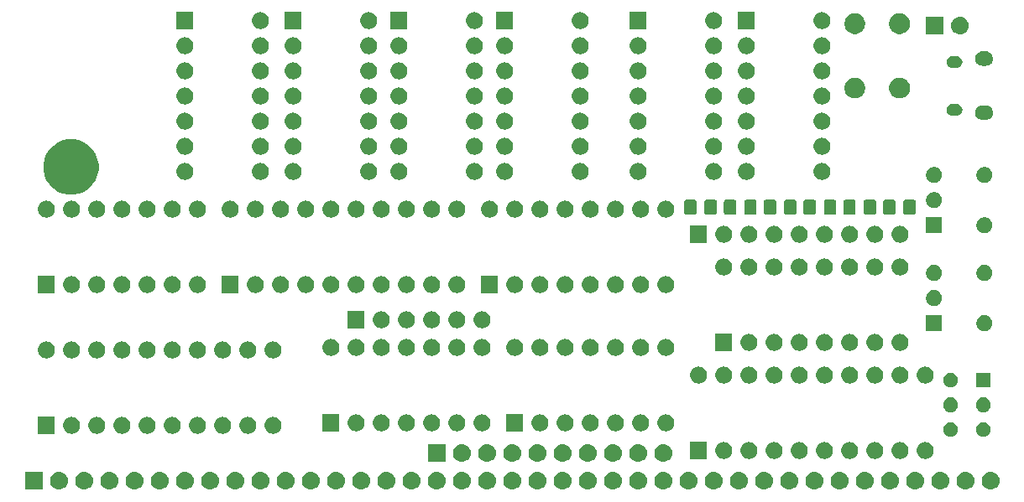
<source format=gts>
G04 #@! TF.GenerationSoftware,KiCad,Pcbnew,(5.1.0-0)*
G04 #@! TF.CreationDate,2019-04-18T13:44:00-07:00*
G04 #@! TF.ProjectId,rc2014_monitor,72633230-3134-45f6-9d6f-6e69746f722e,rev?*
G04 #@! TF.SameCoordinates,Original*
G04 #@! TF.FileFunction,Soldermask,Top*
G04 #@! TF.FilePolarity,Negative*
%FSLAX46Y46*%
G04 Gerber Fmt 4.6, Leading zero omitted, Abs format (unit mm)*
G04 Created by KiCad (PCBNEW (5.1.0-0)) date 2019-04-18 13:44:00*
%MOMM*%
%LPD*%
G04 APERTURE LIST*
%ADD10C,0.100000*%
G04 APERTURE END LIST*
D10*
G36*
X174226442Y-124569518D02*
G01*
X174292627Y-124576037D01*
X174462466Y-124627557D01*
X174618991Y-124711222D01*
X174654729Y-124740552D01*
X174756186Y-124823814D01*
X174839448Y-124925271D01*
X174868778Y-124961009D01*
X174952443Y-125117534D01*
X175003963Y-125287373D01*
X175021359Y-125464000D01*
X175003963Y-125640627D01*
X174952443Y-125810466D01*
X174868778Y-125966991D01*
X174839448Y-126002729D01*
X174756186Y-126104186D01*
X174654729Y-126187448D01*
X174618991Y-126216778D01*
X174462466Y-126300443D01*
X174292627Y-126351963D01*
X174226443Y-126358481D01*
X174160260Y-126365000D01*
X174071740Y-126365000D01*
X174005557Y-126358481D01*
X173939373Y-126351963D01*
X173769534Y-126300443D01*
X173613009Y-126216778D01*
X173577271Y-126187448D01*
X173475814Y-126104186D01*
X173392552Y-126002729D01*
X173363222Y-125966991D01*
X173279557Y-125810466D01*
X173228037Y-125640627D01*
X173210641Y-125464000D01*
X173228037Y-125287373D01*
X173279557Y-125117534D01*
X173363222Y-124961009D01*
X173392552Y-124925271D01*
X173475814Y-124823814D01*
X173577271Y-124740552D01*
X173613009Y-124711222D01*
X173769534Y-124627557D01*
X173939373Y-124576037D01*
X174005558Y-124569518D01*
X174071740Y-124563000D01*
X174160260Y-124563000D01*
X174226442Y-124569518D01*
X174226442Y-124569518D01*
G37*
G36*
X171686442Y-124569518D02*
G01*
X171752627Y-124576037D01*
X171922466Y-124627557D01*
X172078991Y-124711222D01*
X172114729Y-124740552D01*
X172216186Y-124823814D01*
X172299448Y-124925271D01*
X172328778Y-124961009D01*
X172412443Y-125117534D01*
X172463963Y-125287373D01*
X172481359Y-125464000D01*
X172463963Y-125640627D01*
X172412443Y-125810466D01*
X172328778Y-125966991D01*
X172299448Y-126002729D01*
X172216186Y-126104186D01*
X172114729Y-126187448D01*
X172078991Y-126216778D01*
X171922466Y-126300443D01*
X171752627Y-126351963D01*
X171686443Y-126358481D01*
X171620260Y-126365000D01*
X171531740Y-126365000D01*
X171465557Y-126358481D01*
X171399373Y-126351963D01*
X171229534Y-126300443D01*
X171073009Y-126216778D01*
X171037271Y-126187448D01*
X170935814Y-126104186D01*
X170852552Y-126002729D01*
X170823222Y-125966991D01*
X170739557Y-125810466D01*
X170688037Y-125640627D01*
X170670641Y-125464000D01*
X170688037Y-125287373D01*
X170739557Y-125117534D01*
X170823222Y-124961009D01*
X170852552Y-124925271D01*
X170935814Y-124823814D01*
X171037271Y-124740552D01*
X171073009Y-124711222D01*
X171229534Y-124627557D01*
X171399373Y-124576037D01*
X171465558Y-124569518D01*
X171531740Y-124563000D01*
X171620260Y-124563000D01*
X171686442Y-124569518D01*
X171686442Y-124569518D01*
G37*
G36*
X169146442Y-124569518D02*
G01*
X169212627Y-124576037D01*
X169382466Y-124627557D01*
X169538991Y-124711222D01*
X169574729Y-124740552D01*
X169676186Y-124823814D01*
X169759448Y-124925271D01*
X169788778Y-124961009D01*
X169872443Y-125117534D01*
X169923963Y-125287373D01*
X169941359Y-125464000D01*
X169923963Y-125640627D01*
X169872443Y-125810466D01*
X169788778Y-125966991D01*
X169759448Y-126002729D01*
X169676186Y-126104186D01*
X169574729Y-126187448D01*
X169538991Y-126216778D01*
X169382466Y-126300443D01*
X169212627Y-126351963D01*
X169146443Y-126358481D01*
X169080260Y-126365000D01*
X168991740Y-126365000D01*
X168925557Y-126358481D01*
X168859373Y-126351963D01*
X168689534Y-126300443D01*
X168533009Y-126216778D01*
X168497271Y-126187448D01*
X168395814Y-126104186D01*
X168312552Y-126002729D01*
X168283222Y-125966991D01*
X168199557Y-125810466D01*
X168148037Y-125640627D01*
X168130641Y-125464000D01*
X168148037Y-125287373D01*
X168199557Y-125117534D01*
X168283222Y-124961009D01*
X168312552Y-124925271D01*
X168395814Y-124823814D01*
X168497271Y-124740552D01*
X168533009Y-124711222D01*
X168689534Y-124627557D01*
X168859373Y-124576037D01*
X168925558Y-124569518D01*
X168991740Y-124563000D01*
X169080260Y-124563000D01*
X169146442Y-124569518D01*
X169146442Y-124569518D01*
G37*
G36*
X166606442Y-124569518D02*
G01*
X166672627Y-124576037D01*
X166842466Y-124627557D01*
X166998991Y-124711222D01*
X167034729Y-124740552D01*
X167136186Y-124823814D01*
X167219448Y-124925271D01*
X167248778Y-124961009D01*
X167332443Y-125117534D01*
X167383963Y-125287373D01*
X167401359Y-125464000D01*
X167383963Y-125640627D01*
X167332443Y-125810466D01*
X167248778Y-125966991D01*
X167219448Y-126002729D01*
X167136186Y-126104186D01*
X167034729Y-126187448D01*
X166998991Y-126216778D01*
X166842466Y-126300443D01*
X166672627Y-126351963D01*
X166606443Y-126358481D01*
X166540260Y-126365000D01*
X166451740Y-126365000D01*
X166385557Y-126358481D01*
X166319373Y-126351963D01*
X166149534Y-126300443D01*
X165993009Y-126216778D01*
X165957271Y-126187448D01*
X165855814Y-126104186D01*
X165772552Y-126002729D01*
X165743222Y-125966991D01*
X165659557Y-125810466D01*
X165608037Y-125640627D01*
X165590641Y-125464000D01*
X165608037Y-125287373D01*
X165659557Y-125117534D01*
X165743222Y-124961009D01*
X165772552Y-124925271D01*
X165855814Y-124823814D01*
X165957271Y-124740552D01*
X165993009Y-124711222D01*
X166149534Y-124627557D01*
X166319373Y-124576037D01*
X166385558Y-124569518D01*
X166451740Y-124563000D01*
X166540260Y-124563000D01*
X166606442Y-124569518D01*
X166606442Y-124569518D01*
G37*
G36*
X164066442Y-124569518D02*
G01*
X164132627Y-124576037D01*
X164302466Y-124627557D01*
X164458991Y-124711222D01*
X164494729Y-124740552D01*
X164596186Y-124823814D01*
X164679448Y-124925271D01*
X164708778Y-124961009D01*
X164792443Y-125117534D01*
X164843963Y-125287373D01*
X164861359Y-125464000D01*
X164843963Y-125640627D01*
X164792443Y-125810466D01*
X164708778Y-125966991D01*
X164679448Y-126002729D01*
X164596186Y-126104186D01*
X164494729Y-126187448D01*
X164458991Y-126216778D01*
X164302466Y-126300443D01*
X164132627Y-126351963D01*
X164066443Y-126358481D01*
X164000260Y-126365000D01*
X163911740Y-126365000D01*
X163845557Y-126358481D01*
X163779373Y-126351963D01*
X163609534Y-126300443D01*
X163453009Y-126216778D01*
X163417271Y-126187448D01*
X163315814Y-126104186D01*
X163232552Y-126002729D01*
X163203222Y-125966991D01*
X163119557Y-125810466D01*
X163068037Y-125640627D01*
X163050641Y-125464000D01*
X163068037Y-125287373D01*
X163119557Y-125117534D01*
X163203222Y-124961009D01*
X163232552Y-124925271D01*
X163315814Y-124823814D01*
X163417271Y-124740552D01*
X163453009Y-124711222D01*
X163609534Y-124627557D01*
X163779373Y-124576037D01*
X163845558Y-124569518D01*
X163911740Y-124563000D01*
X164000260Y-124563000D01*
X164066442Y-124569518D01*
X164066442Y-124569518D01*
G37*
G36*
X161526442Y-124569518D02*
G01*
X161592627Y-124576037D01*
X161762466Y-124627557D01*
X161918991Y-124711222D01*
X161954729Y-124740552D01*
X162056186Y-124823814D01*
X162139448Y-124925271D01*
X162168778Y-124961009D01*
X162252443Y-125117534D01*
X162303963Y-125287373D01*
X162321359Y-125464000D01*
X162303963Y-125640627D01*
X162252443Y-125810466D01*
X162168778Y-125966991D01*
X162139448Y-126002729D01*
X162056186Y-126104186D01*
X161954729Y-126187448D01*
X161918991Y-126216778D01*
X161762466Y-126300443D01*
X161592627Y-126351963D01*
X161526443Y-126358481D01*
X161460260Y-126365000D01*
X161371740Y-126365000D01*
X161305557Y-126358481D01*
X161239373Y-126351963D01*
X161069534Y-126300443D01*
X160913009Y-126216778D01*
X160877271Y-126187448D01*
X160775814Y-126104186D01*
X160692552Y-126002729D01*
X160663222Y-125966991D01*
X160579557Y-125810466D01*
X160528037Y-125640627D01*
X160510641Y-125464000D01*
X160528037Y-125287373D01*
X160579557Y-125117534D01*
X160663222Y-124961009D01*
X160692552Y-124925271D01*
X160775814Y-124823814D01*
X160877271Y-124740552D01*
X160913009Y-124711222D01*
X161069534Y-124627557D01*
X161239373Y-124576037D01*
X161305558Y-124569518D01*
X161371740Y-124563000D01*
X161460260Y-124563000D01*
X161526442Y-124569518D01*
X161526442Y-124569518D01*
G37*
G36*
X158986442Y-124569518D02*
G01*
X159052627Y-124576037D01*
X159222466Y-124627557D01*
X159378991Y-124711222D01*
X159414729Y-124740552D01*
X159516186Y-124823814D01*
X159599448Y-124925271D01*
X159628778Y-124961009D01*
X159712443Y-125117534D01*
X159763963Y-125287373D01*
X159781359Y-125464000D01*
X159763963Y-125640627D01*
X159712443Y-125810466D01*
X159628778Y-125966991D01*
X159599448Y-126002729D01*
X159516186Y-126104186D01*
X159414729Y-126187448D01*
X159378991Y-126216778D01*
X159222466Y-126300443D01*
X159052627Y-126351963D01*
X158986443Y-126358481D01*
X158920260Y-126365000D01*
X158831740Y-126365000D01*
X158765557Y-126358481D01*
X158699373Y-126351963D01*
X158529534Y-126300443D01*
X158373009Y-126216778D01*
X158337271Y-126187448D01*
X158235814Y-126104186D01*
X158152552Y-126002729D01*
X158123222Y-125966991D01*
X158039557Y-125810466D01*
X157988037Y-125640627D01*
X157970641Y-125464000D01*
X157988037Y-125287373D01*
X158039557Y-125117534D01*
X158123222Y-124961009D01*
X158152552Y-124925271D01*
X158235814Y-124823814D01*
X158337271Y-124740552D01*
X158373009Y-124711222D01*
X158529534Y-124627557D01*
X158699373Y-124576037D01*
X158765558Y-124569518D01*
X158831740Y-124563000D01*
X158920260Y-124563000D01*
X158986442Y-124569518D01*
X158986442Y-124569518D01*
G37*
G36*
X156446442Y-124569518D02*
G01*
X156512627Y-124576037D01*
X156682466Y-124627557D01*
X156838991Y-124711222D01*
X156874729Y-124740552D01*
X156976186Y-124823814D01*
X157059448Y-124925271D01*
X157088778Y-124961009D01*
X157172443Y-125117534D01*
X157223963Y-125287373D01*
X157241359Y-125464000D01*
X157223963Y-125640627D01*
X157172443Y-125810466D01*
X157088778Y-125966991D01*
X157059448Y-126002729D01*
X156976186Y-126104186D01*
X156874729Y-126187448D01*
X156838991Y-126216778D01*
X156682466Y-126300443D01*
X156512627Y-126351963D01*
X156446443Y-126358481D01*
X156380260Y-126365000D01*
X156291740Y-126365000D01*
X156225557Y-126358481D01*
X156159373Y-126351963D01*
X155989534Y-126300443D01*
X155833009Y-126216778D01*
X155797271Y-126187448D01*
X155695814Y-126104186D01*
X155612552Y-126002729D01*
X155583222Y-125966991D01*
X155499557Y-125810466D01*
X155448037Y-125640627D01*
X155430641Y-125464000D01*
X155448037Y-125287373D01*
X155499557Y-125117534D01*
X155583222Y-124961009D01*
X155612552Y-124925271D01*
X155695814Y-124823814D01*
X155797271Y-124740552D01*
X155833009Y-124711222D01*
X155989534Y-124627557D01*
X156159373Y-124576037D01*
X156225558Y-124569518D01*
X156291740Y-124563000D01*
X156380260Y-124563000D01*
X156446442Y-124569518D01*
X156446442Y-124569518D01*
G37*
G36*
X153906442Y-124569518D02*
G01*
X153972627Y-124576037D01*
X154142466Y-124627557D01*
X154298991Y-124711222D01*
X154334729Y-124740552D01*
X154436186Y-124823814D01*
X154519448Y-124925271D01*
X154548778Y-124961009D01*
X154632443Y-125117534D01*
X154683963Y-125287373D01*
X154701359Y-125464000D01*
X154683963Y-125640627D01*
X154632443Y-125810466D01*
X154548778Y-125966991D01*
X154519448Y-126002729D01*
X154436186Y-126104186D01*
X154334729Y-126187448D01*
X154298991Y-126216778D01*
X154142466Y-126300443D01*
X153972627Y-126351963D01*
X153906443Y-126358481D01*
X153840260Y-126365000D01*
X153751740Y-126365000D01*
X153685557Y-126358481D01*
X153619373Y-126351963D01*
X153449534Y-126300443D01*
X153293009Y-126216778D01*
X153257271Y-126187448D01*
X153155814Y-126104186D01*
X153072552Y-126002729D01*
X153043222Y-125966991D01*
X152959557Y-125810466D01*
X152908037Y-125640627D01*
X152890641Y-125464000D01*
X152908037Y-125287373D01*
X152959557Y-125117534D01*
X153043222Y-124961009D01*
X153072552Y-124925271D01*
X153155814Y-124823814D01*
X153257271Y-124740552D01*
X153293009Y-124711222D01*
X153449534Y-124627557D01*
X153619373Y-124576037D01*
X153685558Y-124569518D01*
X153751740Y-124563000D01*
X153840260Y-124563000D01*
X153906442Y-124569518D01*
X153906442Y-124569518D01*
G37*
G36*
X151366442Y-124569518D02*
G01*
X151432627Y-124576037D01*
X151602466Y-124627557D01*
X151758991Y-124711222D01*
X151794729Y-124740552D01*
X151896186Y-124823814D01*
X151979448Y-124925271D01*
X152008778Y-124961009D01*
X152092443Y-125117534D01*
X152143963Y-125287373D01*
X152161359Y-125464000D01*
X152143963Y-125640627D01*
X152092443Y-125810466D01*
X152008778Y-125966991D01*
X151979448Y-126002729D01*
X151896186Y-126104186D01*
X151794729Y-126187448D01*
X151758991Y-126216778D01*
X151602466Y-126300443D01*
X151432627Y-126351963D01*
X151366443Y-126358481D01*
X151300260Y-126365000D01*
X151211740Y-126365000D01*
X151145557Y-126358481D01*
X151079373Y-126351963D01*
X150909534Y-126300443D01*
X150753009Y-126216778D01*
X150717271Y-126187448D01*
X150615814Y-126104186D01*
X150532552Y-126002729D01*
X150503222Y-125966991D01*
X150419557Y-125810466D01*
X150368037Y-125640627D01*
X150350641Y-125464000D01*
X150368037Y-125287373D01*
X150419557Y-125117534D01*
X150503222Y-124961009D01*
X150532552Y-124925271D01*
X150615814Y-124823814D01*
X150717271Y-124740552D01*
X150753009Y-124711222D01*
X150909534Y-124627557D01*
X151079373Y-124576037D01*
X151145558Y-124569518D01*
X151211740Y-124563000D01*
X151300260Y-124563000D01*
X151366442Y-124569518D01*
X151366442Y-124569518D01*
G37*
G36*
X148826442Y-124569518D02*
G01*
X148892627Y-124576037D01*
X149062466Y-124627557D01*
X149218991Y-124711222D01*
X149254729Y-124740552D01*
X149356186Y-124823814D01*
X149439448Y-124925271D01*
X149468778Y-124961009D01*
X149552443Y-125117534D01*
X149603963Y-125287373D01*
X149621359Y-125464000D01*
X149603963Y-125640627D01*
X149552443Y-125810466D01*
X149468778Y-125966991D01*
X149439448Y-126002729D01*
X149356186Y-126104186D01*
X149254729Y-126187448D01*
X149218991Y-126216778D01*
X149062466Y-126300443D01*
X148892627Y-126351963D01*
X148826443Y-126358481D01*
X148760260Y-126365000D01*
X148671740Y-126365000D01*
X148605557Y-126358481D01*
X148539373Y-126351963D01*
X148369534Y-126300443D01*
X148213009Y-126216778D01*
X148177271Y-126187448D01*
X148075814Y-126104186D01*
X147992552Y-126002729D01*
X147963222Y-125966991D01*
X147879557Y-125810466D01*
X147828037Y-125640627D01*
X147810641Y-125464000D01*
X147828037Y-125287373D01*
X147879557Y-125117534D01*
X147963222Y-124961009D01*
X147992552Y-124925271D01*
X148075814Y-124823814D01*
X148177271Y-124740552D01*
X148213009Y-124711222D01*
X148369534Y-124627557D01*
X148539373Y-124576037D01*
X148605558Y-124569518D01*
X148671740Y-124563000D01*
X148760260Y-124563000D01*
X148826442Y-124569518D01*
X148826442Y-124569518D01*
G37*
G36*
X146286442Y-124569518D02*
G01*
X146352627Y-124576037D01*
X146522466Y-124627557D01*
X146678991Y-124711222D01*
X146714729Y-124740552D01*
X146816186Y-124823814D01*
X146899448Y-124925271D01*
X146928778Y-124961009D01*
X147012443Y-125117534D01*
X147063963Y-125287373D01*
X147081359Y-125464000D01*
X147063963Y-125640627D01*
X147012443Y-125810466D01*
X146928778Y-125966991D01*
X146899448Y-126002729D01*
X146816186Y-126104186D01*
X146714729Y-126187448D01*
X146678991Y-126216778D01*
X146522466Y-126300443D01*
X146352627Y-126351963D01*
X146286443Y-126358481D01*
X146220260Y-126365000D01*
X146131740Y-126365000D01*
X146065557Y-126358481D01*
X145999373Y-126351963D01*
X145829534Y-126300443D01*
X145673009Y-126216778D01*
X145637271Y-126187448D01*
X145535814Y-126104186D01*
X145452552Y-126002729D01*
X145423222Y-125966991D01*
X145339557Y-125810466D01*
X145288037Y-125640627D01*
X145270641Y-125464000D01*
X145288037Y-125287373D01*
X145339557Y-125117534D01*
X145423222Y-124961009D01*
X145452552Y-124925271D01*
X145535814Y-124823814D01*
X145637271Y-124740552D01*
X145673009Y-124711222D01*
X145829534Y-124627557D01*
X145999373Y-124576037D01*
X146065558Y-124569518D01*
X146131740Y-124563000D01*
X146220260Y-124563000D01*
X146286442Y-124569518D01*
X146286442Y-124569518D01*
G37*
G36*
X143746442Y-124569518D02*
G01*
X143812627Y-124576037D01*
X143982466Y-124627557D01*
X144138991Y-124711222D01*
X144174729Y-124740552D01*
X144276186Y-124823814D01*
X144359448Y-124925271D01*
X144388778Y-124961009D01*
X144472443Y-125117534D01*
X144523963Y-125287373D01*
X144541359Y-125464000D01*
X144523963Y-125640627D01*
X144472443Y-125810466D01*
X144388778Y-125966991D01*
X144359448Y-126002729D01*
X144276186Y-126104186D01*
X144174729Y-126187448D01*
X144138991Y-126216778D01*
X143982466Y-126300443D01*
X143812627Y-126351963D01*
X143746443Y-126358481D01*
X143680260Y-126365000D01*
X143591740Y-126365000D01*
X143525557Y-126358481D01*
X143459373Y-126351963D01*
X143289534Y-126300443D01*
X143133009Y-126216778D01*
X143097271Y-126187448D01*
X142995814Y-126104186D01*
X142912552Y-126002729D01*
X142883222Y-125966991D01*
X142799557Y-125810466D01*
X142748037Y-125640627D01*
X142730641Y-125464000D01*
X142748037Y-125287373D01*
X142799557Y-125117534D01*
X142883222Y-124961009D01*
X142912552Y-124925271D01*
X142995814Y-124823814D01*
X143097271Y-124740552D01*
X143133009Y-124711222D01*
X143289534Y-124627557D01*
X143459373Y-124576037D01*
X143525558Y-124569518D01*
X143591740Y-124563000D01*
X143680260Y-124563000D01*
X143746442Y-124569518D01*
X143746442Y-124569518D01*
G37*
G36*
X141206442Y-124569518D02*
G01*
X141272627Y-124576037D01*
X141442466Y-124627557D01*
X141598991Y-124711222D01*
X141634729Y-124740552D01*
X141736186Y-124823814D01*
X141819448Y-124925271D01*
X141848778Y-124961009D01*
X141932443Y-125117534D01*
X141983963Y-125287373D01*
X142001359Y-125464000D01*
X141983963Y-125640627D01*
X141932443Y-125810466D01*
X141848778Y-125966991D01*
X141819448Y-126002729D01*
X141736186Y-126104186D01*
X141634729Y-126187448D01*
X141598991Y-126216778D01*
X141442466Y-126300443D01*
X141272627Y-126351963D01*
X141206443Y-126358481D01*
X141140260Y-126365000D01*
X141051740Y-126365000D01*
X140985557Y-126358481D01*
X140919373Y-126351963D01*
X140749534Y-126300443D01*
X140593009Y-126216778D01*
X140557271Y-126187448D01*
X140455814Y-126104186D01*
X140372552Y-126002729D01*
X140343222Y-125966991D01*
X140259557Y-125810466D01*
X140208037Y-125640627D01*
X140190641Y-125464000D01*
X140208037Y-125287373D01*
X140259557Y-125117534D01*
X140343222Y-124961009D01*
X140372552Y-124925271D01*
X140455814Y-124823814D01*
X140557271Y-124740552D01*
X140593009Y-124711222D01*
X140749534Y-124627557D01*
X140919373Y-124576037D01*
X140985558Y-124569518D01*
X141051740Y-124563000D01*
X141140260Y-124563000D01*
X141206442Y-124569518D01*
X141206442Y-124569518D01*
G37*
G36*
X138666442Y-124569518D02*
G01*
X138732627Y-124576037D01*
X138902466Y-124627557D01*
X139058991Y-124711222D01*
X139094729Y-124740552D01*
X139196186Y-124823814D01*
X139279448Y-124925271D01*
X139308778Y-124961009D01*
X139392443Y-125117534D01*
X139443963Y-125287373D01*
X139461359Y-125464000D01*
X139443963Y-125640627D01*
X139392443Y-125810466D01*
X139308778Y-125966991D01*
X139279448Y-126002729D01*
X139196186Y-126104186D01*
X139094729Y-126187448D01*
X139058991Y-126216778D01*
X138902466Y-126300443D01*
X138732627Y-126351963D01*
X138666443Y-126358481D01*
X138600260Y-126365000D01*
X138511740Y-126365000D01*
X138445557Y-126358481D01*
X138379373Y-126351963D01*
X138209534Y-126300443D01*
X138053009Y-126216778D01*
X138017271Y-126187448D01*
X137915814Y-126104186D01*
X137832552Y-126002729D01*
X137803222Y-125966991D01*
X137719557Y-125810466D01*
X137668037Y-125640627D01*
X137650641Y-125464000D01*
X137668037Y-125287373D01*
X137719557Y-125117534D01*
X137803222Y-124961009D01*
X137832552Y-124925271D01*
X137915814Y-124823814D01*
X138017271Y-124740552D01*
X138053009Y-124711222D01*
X138209534Y-124627557D01*
X138379373Y-124576037D01*
X138445558Y-124569518D01*
X138511740Y-124563000D01*
X138600260Y-124563000D01*
X138666442Y-124569518D01*
X138666442Y-124569518D01*
G37*
G36*
X136126442Y-124569518D02*
G01*
X136192627Y-124576037D01*
X136362466Y-124627557D01*
X136518991Y-124711222D01*
X136554729Y-124740552D01*
X136656186Y-124823814D01*
X136739448Y-124925271D01*
X136768778Y-124961009D01*
X136852443Y-125117534D01*
X136903963Y-125287373D01*
X136921359Y-125464000D01*
X136903963Y-125640627D01*
X136852443Y-125810466D01*
X136768778Y-125966991D01*
X136739448Y-126002729D01*
X136656186Y-126104186D01*
X136554729Y-126187448D01*
X136518991Y-126216778D01*
X136362466Y-126300443D01*
X136192627Y-126351963D01*
X136126443Y-126358481D01*
X136060260Y-126365000D01*
X135971740Y-126365000D01*
X135905557Y-126358481D01*
X135839373Y-126351963D01*
X135669534Y-126300443D01*
X135513009Y-126216778D01*
X135477271Y-126187448D01*
X135375814Y-126104186D01*
X135292552Y-126002729D01*
X135263222Y-125966991D01*
X135179557Y-125810466D01*
X135128037Y-125640627D01*
X135110641Y-125464000D01*
X135128037Y-125287373D01*
X135179557Y-125117534D01*
X135263222Y-124961009D01*
X135292552Y-124925271D01*
X135375814Y-124823814D01*
X135477271Y-124740552D01*
X135513009Y-124711222D01*
X135669534Y-124627557D01*
X135839373Y-124576037D01*
X135905558Y-124569518D01*
X135971740Y-124563000D01*
X136060260Y-124563000D01*
X136126442Y-124569518D01*
X136126442Y-124569518D01*
G37*
G36*
X133586442Y-124569518D02*
G01*
X133652627Y-124576037D01*
X133822466Y-124627557D01*
X133978991Y-124711222D01*
X134014729Y-124740552D01*
X134116186Y-124823814D01*
X134199448Y-124925271D01*
X134228778Y-124961009D01*
X134312443Y-125117534D01*
X134363963Y-125287373D01*
X134381359Y-125464000D01*
X134363963Y-125640627D01*
X134312443Y-125810466D01*
X134228778Y-125966991D01*
X134199448Y-126002729D01*
X134116186Y-126104186D01*
X134014729Y-126187448D01*
X133978991Y-126216778D01*
X133822466Y-126300443D01*
X133652627Y-126351963D01*
X133586443Y-126358481D01*
X133520260Y-126365000D01*
X133431740Y-126365000D01*
X133365557Y-126358481D01*
X133299373Y-126351963D01*
X133129534Y-126300443D01*
X132973009Y-126216778D01*
X132937271Y-126187448D01*
X132835814Y-126104186D01*
X132752552Y-126002729D01*
X132723222Y-125966991D01*
X132639557Y-125810466D01*
X132588037Y-125640627D01*
X132570641Y-125464000D01*
X132588037Y-125287373D01*
X132639557Y-125117534D01*
X132723222Y-124961009D01*
X132752552Y-124925271D01*
X132835814Y-124823814D01*
X132937271Y-124740552D01*
X132973009Y-124711222D01*
X133129534Y-124627557D01*
X133299373Y-124576037D01*
X133365558Y-124569518D01*
X133431740Y-124563000D01*
X133520260Y-124563000D01*
X133586442Y-124569518D01*
X133586442Y-124569518D01*
G37*
G36*
X131046442Y-124569518D02*
G01*
X131112627Y-124576037D01*
X131282466Y-124627557D01*
X131438991Y-124711222D01*
X131474729Y-124740552D01*
X131576186Y-124823814D01*
X131659448Y-124925271D01*
X131688778Y-124961009D01*
X131772443Y-125117534D01*
X131823963Y-125287373D01*
X131841359Y-125464000D01*
X131823963Y-125640627D01*
X131772443Y-125810466D01*
X131688778Y-125966991D01*
X131659448Y-126002729D01*
X131576186Y-126104186D01*
X131474729Y-126187448D01*
X131438991Y-126216778D01*
X131282466Y-126300443D01*
X131112627Y-126351963D01*
X131046443Y-126358481D01*
X130980260Y-126365000D01*
X130891740Y-126365000D01*
X130825557Y-126358481D01*
X130759373Y-126351963D01*
X130589534Y-126300443D01*
X130433009Y-126216778D01*
X130397271Y-126187448D01*
X130295814Y-126104186D01*
X130212552Y-126002729D01*
X130183222Y-125966991D01*
X130099557Y-125810466D01*
X130048037Y-125640627D01*
X130030641Y-125464000D01*
X130048037Y-125287373D01*
X130099557Y-125117534D01*
X130183222Y-124961009D01*
X130212552Y-124925271D01*
X130295814Y-124823814D01*
X130397271Y-124740552D01*
X130433009Y-124711222D01*
X130589534Y-124627557D01*
X130759373Y-124576037D01*
X130825558Y-124569518D01*
X130891740Y-124563000D01*
X130980260Y-124563000D01*
X131046442Y-124569518D01*
X131046442Y-124569518D01*
G37*
G36*
X128506442Y-124569518D02*
G01*
X128572627Y-124576037D01*
X128742466Y-124627557D01*
X128898991Y-124711222D01*
X128934729Y-124740552D01*
X129036186Y-124823814D01*
X129119448Y-124925271D01*
X129148778Y-124961009D01*
X129232443Y-125117534D01*
X129283963Y-125287373D01*
X129301359Y-125464000D01*
X129283963Y-125640627D01*
X129232443Y-125810466D01*
X129148778Y-125966991D01*
X129119448Y-126002729D01*
X129036186Y-126104186D01*
X128934729Y-126187448D01*
X128898991Y-126216778D01*
X128742466Y-126300443D01*
X128572627Y-126351963D01*
X128506443Y-126358481D01*
X128440260Y-126365000D01*
X128351740Y-126365000D01*
X128285557Y-126358481D01*
X128219373Y-126351963D01*
X128049534Y-126300443D01*
X127893009Y-126216778D01*
X127857271Y-126187448D01*
X127755814Y-126104186D01*
X127672552Y-126002729D01*
X127643222Y-125966991D01*
X127559557Y-125810466D01*
X127508037Y-125640627D01*
X127490641Y-125464000D01*
X127508037Y-125287373D01*
X127559557Y-125117534D01*
X127643222Y-124961009D01*
X127672552Y-124925271D01*
X127755814Y-124823814D01*
X127857271Y-124740552D01*
X127893009Y-124711222D01*
X128049534Y-124627557D01*
X128219373Y-124576037D01*
X128285558Y-124569518D01*
X128351740Y-124563000D01*
X128440260Y-124563000D01*
X128506442Y-124569518D01*
X128506442Y-124569518D01*
G37*
G36*
X125966442Y-124569518D02*
G01*
X126032627Y-124576037D01*
X126202466Y-124627557D01*
X126358991Y-124711222D01*
X126394729Y-124740552D01*
X126496186Y-124823814D01*
X126579448Y-124925271D01*
X126608778Y-124961009D01*
X126692443Y-125117534D01*
X126743963Y-125287373D01*
X126761359Y-125464000D01*
X126743963Y-125640627D01*
X126692443Y-125810466D01*
X126608778Y-125966991D01*
X126579448Y-126002729D01*
X126496186Y-126104186D01*
X126394729Y-126187448D01*
X126358991Y-126216778D01*
X126202466Y-126300443D01*
X126032627Y-126351963D01*
X125966443Y-126358481D01*
X125900260Y-126365000D01*
X125811740Y-126365000D01*
X125745557Y-126358481D01*
X125679373Y-126351963D01*
X125509534Y-126300443D01*
X125353009Y-126216778D01*
X125317271Y-126187448D01*
X125215814Y-126104186D01*
X125132552Y-126002729D01*
X125103222Y-125966991D01*
X125019557Y-125810466D01*
X124968037Y-125640627D01*
X124950641Y-125464000D01*
X124968037Y-125287373D01*
X125019557Y-125117534D01*
X125103222Y-124961009D01*
X125132552Y-124925271D01*
X125215814Y-124823814D01*
X125317271Y-124740552D01*
X125353009Y-124711222D01*
X125509534Y-124627557D01*
X125679373Y-124576037D01*
X125745558Y-124569518D01*
X125811740Y-124563000D01*
X125900260Y-124563000D01*
X125966442Y-124569518D01*
X125966442Y-124569518D01*
G37*
G36*
X123426442Y-124569518D02*
G01*
X123492627Y-124576037D01*
X123662466Y-124627557D01*
X123818991Y-124711222D01*
X123854729Y-124740552D01*
X123956186Y-124823814D01*
X124039448Y-124925271D01*
X124068778Y-124961009D01*
X124152443Y-125117534D01*
X124203963Y-125287373D01*
X124221359Y-125464000D01*
X124203963Y-125640627D01*
X124152443Y-125810466D01*
X124068778Y-125966991D01*
X124039448Y-126002729D01*
X123956186Y-126104186D01*
X123854729Y-126187448D01*
X123818991Y-126216778D01*
X123662466Y-126300443D01*
X123492627Y-126351963D01*
X123426443Y-126358481D01*
X123360260Y-126365000D01*
X123271740Y-126365000D01*
X123205557Y-126358481D01*
X123139373Y-126351963D01*
X122969534Y-126300443D01*
X122813009Y-126216778D01*
X122777271Y-126187448D01*
X122675814Y-126104186D01*
X122592552Y-126002729D01*
X122563222Y-125966991D01*
X122479557Y-125810466D01*
X122428037Y-125640627D01*
X122410641Y-125464000D01*
X122428037Y-125287373D01*
X122479557Y-125117534D01*
X122563222Y-124961009D01*
X122592552Y-124925271D01*
X122675814Y-124823814D01*
X122777271Y-124740552D01*
X122813009Y-124711222D01*
X122969534Y-124627557D01*
X123139373Y-124576037D01*
X123205558Y-124569518D01*
X123271740Y-124563000D01*
X123360260Y-124563000D01*
X123426442Y-124569518D01*
X123426442Y-124569518D01*
G37*
G36*
X120886442Y-124569518D02*
G01*
X120952627Y-124576037D01*
X121122466Y-124627557D01*
X121278991Y-124711222D01*
X121314729Y-124740552D01*
X121416186Y-124823814D01*
X121499448Y-124925271D01*
X121528778Y-124961009D01*
X121612443Y-125117534D01*
X121663963Y-125287373D01*
X121681359Y-125464000D01*
X121663963Y-125640627D01*
X121612443Y-125810466D01*
X121528778Y-125966991D01*
X121499448Y-126002729D01*
X121416186Y-126104186D01*
X121314729Y-126187448D01*
X121278991Y-126216778D01*
X121122466Y-126300443D01*
X120952627Y-126351963D01*
X120886443Y-126358481D01*
X120820260Y-126365000D01*
X120731740Y-126365000D01*
X120665557Y-126358481D01*
X120599373Y-126351963D01*
X120429534Y-126300443D01*
X120273009Y-126216778D01*
X120237271Y-126187448D01*
X120135814Y-126104186D01*
X120052552Y-126002729D01*
X120023222Y-125966991D01*
X119939557Y-125810466D01*
X119888037Y-125640627D01*
X119870641Y-125464000D01*
X119888037Y-125287373D01*
X119939557Y-125117534D01*
X120023222Y-124961009D01*
X120052552Y-124925271D01*
X120135814Y-124823814D01*
X120237271Y-124740552D01*
X120273009Y-124711222D01*
X120429534Y-124627557D01*
X120599373Y-124576037D01*
X120665558Y-124569518D01*
X120731740Y-124563000D01*
X120820260Y-124563000D01*
X120886442Y-124569518D01*
X120886442Y-124569518D01*
G37*
G36*
X118346442Y-124569518D02*
G01*
X118412627Y-124576037D01*
X118582466Y-124627557D01*
X118738991Y-124711222D01*
X118774729Y-124740552D01*
X118876186Y-124823814D01*
X118959448Y-124925271D01*
X118988778Y-124961009D01*
X119072443Y-125117534D01*
X119123963Y-125287373D01*
X119141359Y-125464000D01*
X119123963Y-125640627D01*
X119072443Y-125810466D01*
X118988778Y-125966991D01*
X118959448Y-126002729D01*
X118876186Y-126104186D01*
X118774729Y-126187448D01*
X118738991Y-126216778D01*
X118582466Y-126300443D01*
X118412627Y-126351963D01*
X118346443Y-126358481D01*
X118280260Y-126365000D01*
X118191740Y-126365000D01*
X118125557Y-126358481D01*
X118059373Y-126351963D01*
X117889534Y-126300443D01*
X117733009Y-126216778D01*
X117697271Y-126187448D01*
X117595814Y-126104186D01*
X117512552Y-126002729D01*
X117483222Y-125966991D01*
X117399557Y-125810466D01*
X117348037Y-125640627D01*
X117330641Y-125464000D01*
X117348037Y-125287373D01*
X117399557Y-125117534D01*
X117483222Y-124961009D01*
X117512552Y-124925271D01*
X117595814Y-124823814D01*
X117697271Y-124740552D01*
X117733009Y-124711222D01*
X117889534Y-124627557D01*
X118059373Y-124576037D01*
X118125558Y-124569518D01*
X118191740Y-124563000D01*
X118280260Y-124563000D01*
X118346442Y-124569518D01*
X118346442Y-124569518D01*
G37*
G36*
X115806442Y-124569518D02*
G01*
X115872627Y-124576037D01*
X116042466Y-124627557D01*
X116198991Y-124711222D01*
X116234729Y-124740552D01*
X116336186Y-124823814D01*
X116419448Y-124925271D01*
X116448778Y-124961009D01*
X116532443Y-125117534D01*
X116583963Y-125287373D01*
X116601359Y-125464000D01*
X116583963Y-125640627D01*
X116532443Y-125810466D01*
X116448778Y-125966991D01*
X116419448Y-126002729D01*
X116336186Y-126104186D01*
X116234729Y-126187448D01*
X116198991Y-126216778D01*
X116042466Y-126300443D01*
X115872627Y-126351963D01*
X115806443Y-126358481D01*
X115740260Y-126365000D01*
X115651740Y-126365000D01*
X115585557Y-126358481D01*
X115519373Y-126351963D01*
X115349534Y-126300443D01*
X115193009Y-126216778D01*
X115157271Y-126187448D01*
X115055814Y-126104186D01*
X114972552Y-126002729D01*
X114943222Y-125966991D01*
X114859557Y-125810466D01*
X114808037Y-125640627D01*
X114790641Y-125464000D01*
X114808037Y-125287373D01*
X114859557Y-125117534D01*
X114943222Y-124961009D01*
X114972552Y-124925271D01*
X115055814Y-124823814D01*
X115157271Y-124740552D01*
X115193009Y-124711222D01*
X115349534Y-124627557D01*
X115519373Y-124576037D01*
X115585558Y-124569518D01*
X115651740Y-124563000D01*
X115740260Y-124563000D01*
X115806442Y-124569518D01*
X115806442Y-124569518D01*
G37*
G36*
X113266442Y-124569518D02*
G01*
X113332627Y-124576037D01*
X113502466Y-124627557D01*
X113658991Y-124711222D01*
X113694729Y-124740552D01*
X113796186Y-124823814D01*
X113879448Y-124925271D01*
X113908778Y-124961009D01*
X113992443Y-125117534D01*
X114043963Y-125287373D01*
X114061359Y-125464000D01*
X114043963Y-125640627D01*
X113992443Y-125810466D01*
X113908778Y-125966991D01*
X113879448Y-126002729D01*
X113796186Y-126104186D01*
X113694729Y-126187448D01*
X113658991Y-126216778D01*
X113502466Y-126300443D01*
X113332627Y-126351963D01*
X113266443Y-126358481D01*
X113200260Y-126365000D01*
X113111740Y-126365000D01*
X113045557Y-126358481D01*
X112979373Y-126351963D01*
X112809534Y-126300443D01*
X112653009Y-126216778D01*
X112617271Y-126187448D01*
X112515814Y-126104186D01*
X112432552Y-126002729D01*
X112403222Y-125966991D01*
X112319557Y-125810466D01*
X112268037Y-125640627D01*
X112250641Y-125464000D01*
X112268037Y-125287373D01*
X112319557Y-125117534D01*
X112403222Y-124961009D01*
X112432552Y-124925271D01*
X112515814Y-124823814D01*
X112617271Y-124740552D01*
X112653009Y-124711222D01*
X112809534Y-124627557D01*
X112979373Y-124576037D01*
X113045558Y-124569518D01*
X113111740Y-124563000D01*
X113200260Y-124563000D01*
X113266442Y-124569518D01*
X113266442Y-124569518D01*
G37*
G36*
X110726442Y-124569518D02*
G01*
X110792627Y-124576037D01*
X110962466Y-124627557D01*
X111118991Y-124711222D01*
X111154729Y-124740552D01*
X111256186Y-124823814D01*
X111339448Y-124925271D01*
X111368778Y-124961009D01*
X111452443Y-125117534D01*
X111503963Y-125287373D01*
X111521359Y-125464000D01*
X111503963Y-125640627D01*
X111452443Y-125810466D01*
X111368778Y-125966991D01*
X111339448Y-126002729D01*
X111256186Y-126104186D01*
X111154729Y-126187448D01*
X111118991Y-126216778D01*
X110962466Y-126300443D01*
X110792627Y-126351963D01*
X110726443Y-126358481D01*
X110660260Y-126365000D01*
X110571740Y-126365000D01*
X110505557Y-126358481D01*
X110439373Y-126351963D01*
X110269534Y-126300443D01*
X110113009Y-126216778D01*
X110077271Y-126187448D01*
X109975814Y-126104186D01*
X109892552Y-126002729D01*
X109863222Y-125966991D01*
X109779557Y-125810466D01*
X109728037Y-125640627D01*
X109710641Y-125464000D01*
X109728037Y-125287373D01*
X109779557Y-125117534D01*
X109863222Y-124961009D01*
X109892552Y-124925271D01*
X109975814Y-124823814D01*
X110077271Y-124740552D01*
X110113009Y-124711222D01*
X110269534Y-124627557D01*
X110439373Y-124576037D01*
X110505558Y-124569518D01*
X110571740Y-124563000D01*
X110660260Y-124563000D01*
X110726442Y-124569518D01*
X110726442Y-124569518D01*
G37*
G36*
X108186442Y-124569518D02*
G01*
X108252627Y-124576037D01*
X108422466Y-124627557D01*
X108578991Y-124711222D01*
X108614729Y-124740552D01*
X108716186Y-124823814D01*
X108799448Y-124925271D01*
X108828778Y-124961009D01*
X108912443Y-125117534D01*
X108963963Y-125287373D01*
X108981359Y-125464000D01*
X108963963Y-125640627D01*
X108912443Y-125810466D01*
X108828778Y-125966991D01*
X108799448Y-126002729D01*
X108716186Y-126104186D01*
X108614729Y-126187448D01*
X108578991Y-126216778D01*
X108422466Y-126300443D01*
X108252627Y-126351963D01*
X108186443Y-126358481D01*
X108120260Y-126365000D01*
X108031740Y-126365000D01*
X107965557Y-126358481D01*
X107899373Y-126351963D01*
X107729534Y-126300443D01*
X107573009Y-126216778D01*
X107537271Y-126187448D01*
X107435814Y-126104186D01*
X107352552Y-126002729D01*
X107323222Y-125966991D01*
X107239557Y-125810466D01*
X107188037Y-125640627D01*
X107170641Y-125464000D01*
X107188037Y-125287373D01*
X107239557Y-125117534D01*
X107323222Y-124961009D01*
X107352552Y-124925271D01*
X107435814Y-124823814D01*
X107537271Y-124740552D01*
X107573009Y-124711222D01*
X107729534Y-124627557D01*
X107899373Y-124576037D01*
X107965558Y-124569518D01*
X108031740Y-124563000D01*
X108120260Y-124563000D01*
X108186442Y-124569518D01*
X108186442Y-124569518D01*
G37*
G36*
X105646442Y-124569518D02*
G01*
X105712627Y-124576037D01*
X105882466Y-124627557D01*
X106038991Y-124711222D01*
X106074729Y-124740552D01*
X106176186Y-124823814D01*
X106259448Y-124925271D01*
X106288778Y-124961009D01*
X106372443Y-125117534D01*
X106423963Y-125287373D01*
X106441359Y-125464000D01*
X106423963Y-125640627D01*
X106372443Y-125810466D01*
X106288778Y-125966991D01*
X106259448Y-126002729D01*
X106176186Y-126104186D01*
X106074729Y-126187448D01*
X106038991Y-126216778D01*
X105882466Y-126300443D01*
X105712627Y-126351963D01*
X105646443Y-126358481D01*
X105580260Y-126365000D01*
X105491740Y-126365000D01*
X105425557Y-126358481D01*
X105359373Y-126351963D01*
X105189534Y-126300443D01*
X105033009Y-126216778D01*
X104997271Y-126187448D01*
X104895814Y-126104186D01*
X104812552Y-126002729D01*
X104783222Y-125966991D01*
X104699557Y-125810466D01*
X104648037Y-125640627D01*
X104630641Y-125464000D01*
X104648037Y-125287373D01*
X104699557Y-125117534D01*
X104783222Y-124961009D01*
X104812552Y-124925271D01*
X104895814Y-124823814D01*
X104997271Y-124740552D01*
X105033009Y-124711222D01*
X105189534Y-124627557D01*
X105359373Y-124576037D01*
X105425558Y-124569518D01*
X105491740Y-124563000D01*
X105580260Y-124563000D01*
X105646442Y-124569518D01*
X105646442Y-124569518D01*
G37*
G36*
X103106442Y-124569518D02*
G01*
X103172627Y-124576037D01*
X103342466Y-124627557D01*
X103498991Y-124711222D01*
X103534729Y-124740552D01*
X103636186Y-124823814D01*
X103719448Y-124925271D01*
X103748778Y-124961009D01*
X103832443Y-125117534D01*
X103883963Y-125287373D01*
X103901359Y-125464000D01*
X103883963Y-125640627D01*
X103832443Y-125810466D01*
X103748778Y-125966991D01*
X103719448Y-126002729D01*
X103636186Y-126104186D01*
X103534729Y-126187448D01*
X103498991Y-126216778D01*
X103342466Y-126300443D01*
X103172627Y-126351963D01*
X103106443Y-126358481D01*
X103040260Y-126365000D01*
X102951740Y-126365000D01*
X102885557Y-126358481D01*
X102819373Y-126351963D01*
X102649534Y-126300443D01*
X102493009Y-126216778D01*
X102457271Y-126187448D01*
X102355814Y-126104186D01*
X102272552Y-126002729D01*
X102243222Y-125966991D01*
X102159557Y-125810466D01*
X102108037Y-125640627D01*
X102090641Y-125464000D01*
X102108037Y-125287373D01*
X102159557Y-125117534D01*
X102243222Y-124961009D01*
X102272552Y-124925271D01*
X102355814Y-124823814D01*
X102457271Y-124740552D01*
X102493009Y-124711222D01*
X102649534Y-124627557D01*
X102819373Y-124576037D01*
X102885558Y-124569518D01*
X102951740Y-124563000D01*
X103040260Y-124563000D01*
X103106442Y-124569518D01*
X103106442Y-124569518D01*
G37*
G36*
X100566442Y-124569518D02*
G01*
X100632627Y-124576037D01*
X100802466Y-124627557D01*
X100958991Y-124711222D01*
X100994729Y-124740552D01*
X101096186Y-124823814D01*
X101179448Y-124925271D01*
X101208778Y-124961009D01*
X101292443Y-125117534D01*
X101343963Y-125287373D01*
X101361359Y-125464000D01*
X101343963Y-125640627D01*
X101292443Y-125810466D01*
X101208778Y-125966991D01*
X101179448Y-126002729D01*
X101096186Y-126104186D01*
X100994729Y-126187448D01*
X100958991Y-126216778D01*
X100802466Y-126300443D01*
X100632627Y-126351963D01*
X100566443Y-126358481D01*
X100500260Y-126365000D01*
X100411740Y-126365000D01*
X100345557Y-126358481D01*
X100279373Y-126351963D01*
X100109534Y-126300443D01*
X99953009Y-126216778D01*
X99917271Y-126187448D01*
X99815814Y-126104186D01*
X99732552Y-126002729D01*
X99703222Y-125966991D01*
X99619557Y-125810466D01*
X99568037Y-125640627D01*
X99550641Y-125464000D01*
X99568037Y-125287373D01*
X99619557Y-125117534D01*
X99703222Y-124961009D01*
X99732552Y-124925271D01*
X99815814Y-124823814D01*
X99917271Y-124740552D01*
X99953009Y-124711222D01*
X100109534Y-124627557D01*
X100279373Y-124576037D01*
X100345558Y-124569518D01*
X100411740Y-124563000D01*
X100500260Y-124563000D01*
X100566442Y-124569518D01*
X100566442Y-124569518D01*
G37*
G36*
X98026442Y-124569518D02*
G01*
X98092627Y-124576037D01*
X98262466Y-124627557D01*
X98418991Y-124711222D01*
X98454729Y-124740552D01*
X98556186Y-124823814D01*
X98639448Y-124925271D01*
X98668778Y-124961009D01*
X98752443Y-125117534D01*
X98803963Y-125287373D01*
X98821359Y-125464000D01*
X98803963Y-125640627D01*
X98752443Y-125810466D01*
X98668778Y-125966991D01*
X98639448Y-126002729D01*
X98556186Y-126104186D01*
X98454729Y-126187448D01*
X98418991Y-126216778D01*
X98262466Y-126300443D01*
X98092627Y-126351963D01*
X98026443Y-126358481D01*
X97960260Y-126365000D01*
X97871740Y-126365000D01*
X97805557Y-126358481D01*
X97739373Y-126351963D01*
X97569534Y-126300443D01*
X97413009Y-126216778D01*
X97377271Y-126187448D01*
X97275814Y-126104186D01*
X97192552Y-126002729D01*
X97163222Y-125966991D01*
X97079557Y-125810466D01*
X97028037Y-125640627D01*
X97010641Y-125464000D01*
X97028037Y-125287373D01*
X97079557Y-125117534D01*
X97163222Y-124961009D01*
X97192552Y-124925271D01*
X97275814Y-124823814D01*
X97377271Y-124740552D01*
X97413009Y-124711222D01*
X97569534Y-124627557D01*
X97739373Y-124576037D01*
X97805558Y-124569518D01*
X97871740Y-124563000D01*
X97960260Y-124563000D01*
X98026442Y-124569518D01*
X98026442Y-124569518D01*
G37*
G36*
X95486442Y-124569518D02*
G01*
X95552627Y-124576037D01*
X95722466Y-124627557D01*
X95878991Y-124711222D01*
X95914729Y-124740552D01*
X96016186Y-124823814D01*
X96099448Y-124925271D01*
X96128778Y-124961009D01*
X96212443Y-125117534D01*
X96263963Y-125287373D01*
X96281359Y-125464000D01*
X96263963Y-125640627D01*
X96212443Y-125810466D01*
X96128778Y-125966991D01*
X96099448Y-126002729D01*
X96016186Y-126104186D01*
X95914729Y-126187448D01*
X95878991Y-126216778D01*
X95722466Y-126300443D01*
X95552627Y-126351963D01*
X95486443Y-126358481D01*
X95420260Y-126365000D01*
X95331740Y-126365000D01*
X95265557Y-126358481D01*
X95199373Y-126351963D01*
X95029534Y-126300443D01*
X94873009Y-126216778D01*
X94837271Y-126187448D01*
X94735814Y-126104186D01*
X94652552Y-126002729D01*
X94623222Y-125966991D01*
X94539557Y-125810466D01*
X94488037Y-125640627D01*
X94470641Y-125464000D01*
X94488037Y-125287373D01*
X94539557Y-125117534D01*
X94623222Y-124961009D01*
X94652552Y-124925271D01*
X94735814Y-124823814D01*
X94837271Y-124740552D01*
X94873009Y-124711222D01*
X95029534Y-124627557D01*
X95199373Y-124576037D01*
X95265558Y-124569518D01*
X95331740Y-124563000D01*
X95420260Y-124563000D01*
X95486442Y-124569518D01*
X95486442Y-124569518D01*
G37*
G36*
X92946442Y-124569518D02*
G01*
X93012627Y-124576037D01*
X93182466Y-124627557D01*
X93338991Y-124711222D01*
X93374729Y-124740552D01*
X93476186Y-124823814D01*
X93559448Y-124925271D01*
X93588778Y-124961009D01*
X93672443Y-125117534D01*
X93723963Y-125287373D01*
X93741359Y-125464000D01*
X93723963Y-125640627D01*
X93672443Y-125810466D01*
X93588778Y-125966991D01*
X93559448Y-126002729D01*
X93476186Y-126104186D01*
X93374729Y-126187448D01*
X93338991Y-126216778D01*
X93182466Y-126300443D01*
X93012627Y-126351963D01*
X92946443Y-126358481D01*
X92880260Y-126365000D01*
X92791740Y-126365000D01*
X92725557Y-126358481D01*
X92659373Y-126351963D01*
X92489534Y-126300443D01*
X92333009Y-126216778D01*
X92297271Y-126187448D01*
X92195814Y-126104186D01*
X92112552Y-126002729D01*
X92083222Y-125966991D01*
X91999557Y-125810466D01*
X91948037Y-125640627D01*
X91930641Y-125464000D01*
X91948037Y-125287373D01*
X91999557Y-125117534D01*
X92083222Y-124961009D01*
X92112552Y-124925271D01*
X92195814Y-124823814D01*
X92297271Y-124740552D01*
X92333009Y-124711222D01*
X92489534Y-124627557D01*
X92659373Y-124576037D01*
X92725558Y-124569518D01*
X92791740Y-124563000D01*
X92880260Y-124563000D01*
X92946442Y-124569518D01*
X92946442Y-124569518D01*
G37*
G36*
X90406442Y-124569518D02*
G01*
X90472627Y-124576037D01*
X90642466Y-124627557D01*
X90798991Y-124711222D01*
X90834729Y-124740552D01*
X90936186Y-124823814D01*
X91019448Y-124925271D01*
X91048778Y-124961009D01*
X91132443Y-125117534D01*
X91183963Y-125287373D01*
X91201359Y-125464000D01*
X91183963Y-125640627D01*
X91132443Y-125810466D01*
X91048778Y-125966991D01*
X91019448Y-126002729D01*
X90936186Y-126104186D01*
X90834729Y-126187448D01*
X90798991Y-126216778D01*
X90642466Y-126300443D01*
X90472627Y-126351963D01*
X90406443Y-126358481D01*
X90340260Y-126365000D01*
X90251740Y-126365000D01*
X90185557Y-126358481D01*
X90119373Y-126351963D01*
X89949534Y-126300443D01*
X89793009Y-126216778D01*
X89757271Y-126187448D01*
X89655814Y-126104186D01*
X89572552Y-126002729D01*
X89543222Y-125966991D01*
X89459557Y-125810466D01*
X89408037Y-125640627D01*
X89390641Y-125464000D01*
X89408037Y-125287373D01*
X89459557Y-125117534D01*
X89543222Y-124961009D01*
X89572552Y-124925271D01*
X89655814Y-124823814D01*
X89757271Y-124740552D01*
X89793009Y-124711222D01*
X89949534Y-124627557D01*
X90119373Y-124576037D01*
X90185558Y-124569518D01*
X90251740Y-124563000D01*
X90340260Y-124563000D01*
X90406442Y-124569518D01*
X90406442Y-124569518D01*
G37*
G36*
X87866442Y-124569518D02*
G01*
X87932627Y-124576037D01*
X88102466Y-124627557D01*
X88258991Y-124711222D01*
X88294729Y-124740552D01*
X88396186Y-124823814D01*
X88479448Y-124925271D01*
X88508778Y-124961009D01*
X88592443Y-125117534D01*
X88643963Y-125287373D01*
X88661359Y-125464000D01*
X88643963Y-125640627D01*
X88592443Y-125810466D01*
X88508778Y-125966991D01*
X88479448Y-126002729D01*
X88396186Y-126104186D01*
X88294729Y-126187448D01*
X88258991Y-126216778D01*
X88102466Y-126300443D01*
X87932627Y-126351963D01*
X87866443Y-126358481D01*
X87800260Y-126365000D01*
X87711740Y-126365000D01*
X87645557Y-126358481D01*
X87579373Y-126351963D01*
X87409534Y-126300443D01*
X87253009Y-126216778D01*
X87217271Y-126187448D01*
X87115814Y-126104186D01*
X87032552Y-126002729D01*
X87003222Y-125966991D01*
X86919557Y-125810466D01*
X86868037Y-125640627D01*
X86850641Y-125464000D01*
X86868037Y-125287373D01*
X86919557Y-125117534D01*
X87003222Y-124961009D01*
X87032552Y-124925271D01*
X87115814Y-124823814D01*
X87217271Y-124740552D01*
X87253009Y-124711222D01*
X87409534Y-124627557D01*
X87579373Y-124576037D01*
X87645558Y-124569518D01*
X87711740Y-124563000D01*
X87800260Y-124563000D01*
X87866442Y-124569518D01*
X87866442Y-124569518D01*
G37*
G36*
X85326442Y-124569518D02*
G01*
X85392627Y-124576037D01*
X85562466Y-124627557D01*
X85718991Y-124711222D01*
X85754729Y-124740552D01*
X85856186Y-124823814D01*
X85939448Y-124925271D01*
X85968778Y-124961009D01*
X86052443Y-125117534D01*
X86103963Y-125287373D01*
X86121359Y-125464000D01*
X86103963Y-125640627D01*
X86052443Y-125810466D01*
X85968778Y-125966991D01*
X85939448Y-126002729D01*
X85856186Y-126104186D01*
X85754729Y-126187448D01*
X85718991Y-126216778D01*
X85562466Y-126300443D01*
X85392627Y-126351963D01*
X85326443Y-126358481D01*
X85260260Y-126365000D01*
X85171740Y-126365000D01*
X85105557Y-126358481D01*
X85039373Y-126351963D01*
X84869534Y-126300443D01*
X84713009Y-126216778D01*
X84677271Y-126187448D01*
X84575814Y-126104186D01*
X84492552Y-126002729D01*
X84463222Y-125966991D01*
X84379557Y-125810466D01*
X84328037Y-125640627D01*
X84310641Y-125464000D01*
X84328037Y-125287373D01*
X84379557Y-125117534D01*
X84463222Y-124961009D01*
X84492552Y-124925271D01*
X84575814Y-124823814D01*
X84677271Y-124740552D01*
X84713009Y-124711222D01*
X84869534Y-124627557D01*
X85039373Y-124576037D01*
X85105558Y-124569518D01*
X85171740Y-124563000D01*
X85260260Y-124563000D01*
X85326442Y-124569518D01*
X85326442Y-124569518D01*
G37*
G36*
X82786442Y-124569518D02*
G01*
X82852627Y-124576037D01*
X83022466Y-124627557D01*
X83178991Y-124711222D01*
X83214729Y-124740552D01*
X83316186Y-124823814D01*
X83399448Y-124925271D01*
X83428778Y-124961009D01*
X83512443Y-125117534D01*
X83563963Y-125287373D01*
X83581359Y-125464000D01*
X83563963Y-125640627D01*
X83512443Y-125810466D01*
X83428778Y-125966991D01*
X83399448Y-126002729D01*
X83316186Y-126104186D01*
X83214729Y-126187448D01*
X83178991Y-126216778D01*
X83022466Y-126300443D01*
X82852627Y-126351963D01*
X82786443Y-126358481D01*
X82720260Y-126365000D01*
X82631740Y-126365000D01*
X82565557Y-126358481D01*
X82499373Y-126351963D01*
X82329534Y-126300443D01*
X82173009Y-126216778D01*
X82137271Y-126187448D01*
X82035814Y-126104186D01*
X81952552Y-126002729D01*
X81923222Y-125966991D01*
X81839557Y-125810466D01*
X81788037Y-125640627D01*
X81770641Y-125464000D01*
X81788037Y-125287373D01*
X81839557Y-125117534D01*
X81923222Y-124961009D01*
X81952552Y-124925271D01*
X82035814Y-124823814D01*
X82137271Y-124740552D01*
X82173009Y-124711222D01*
X82329534Y-124627557D01*
X82499373Y-124576037D01*
X82565558Y-124569518D01*
X82631740Y-124563000D01*
X82720260Y-124563000D01*
X82786442Y-124569518D01*
X82786442Y-124569518D01*
G37*
G36*
X80246442Y-124569518D02*
G01*
X80312627Y-124576037D01*
X80482466Y-124627557D01*
X80638991Y-124711222D01*
X80674729Y-124740552D01*
X80776186Y-124823814D01*
X80859448Y-124925271D01*
X80888778Y-124961009D01*
X80972443Y-125117534D01*
X81023963Y-125287373D01*
X81041359Y-125464000D01*
X81023963Y-125640627D01*
X80972443Y-125810466D01*
X80888778Y-125966991D01*
X80859448Y-126002729D01*
X80776186Y-126104186D01*
X80674729Y-126187448D01*
X80638991Y-126216778D01*
X80482466Y-126300443D01*
X80312627Y-126351963D01*
X80246443Y-126358481D01*
X80180260Y-126365000D01*
X80091740Y-126365000D01*
X80025557Y-126358481D01*
X79959373Y-126351963D01*
X79789534Y-126300443D01*
X79633009Y-126216778D01*
X79597271Y-126187448D01*
X79495814Y-126104186D01*
X79412552Y-126002729D01*
X79383222Y-125966991D01*
X79299557Y-125810466D01*
X79248037Y-125640627D01*
X79230641Y-125464000D01*
X79248037Y-125287373D01*
X79299557Y-125117534D01*
X79383222Y-124961009D01*
X79412552Y-124925271D01*
X79495814Y-124823814D01*
X79597271Y-124740552D01*
X79633009Y-124711222D01*
X79789534Y-124627557D01*
X79959373Y-124576037D01*
X80025558Y-124569518D01*
X80091740Y-124563000D01*
X80180260Y-124563000D01*
X80246442Y-124569518D01*
X80246442Y-124569518D01*
G37*
G36*
X78497000Y-126365000D02*
G01*
X76695000Y-126365000D01*
X76695000Y-124563000D01*
X78497000Y-124563000D01*
X78497000Y-126365000D01*
X78497000Y-126365000D01*
G37*
G36*
X123426442Y-121775518D02*
G01*
X123492627Y-121782037D01*
X123662466Y-121833557D01*
X123818991Y-121917222D01*
X123847869Y-121940922D01*
X123956186Y-122029814D01*
X124039448Y-122131271D01*
X124068778Y-122167009D01*
X124152443Y-122323534D01*
X124203963Y-122493373D01*
X124221359Y-122670000D01*
X124203963Y-122846627D01*
X124152443Y-123016466D01*
X124068778Y-123172991D01*
X124039448Y-123208729D01*
X123956186Y-123310186D01*
X123854729Y-123393448D01*
X123818991Y-123422778D01*
X123662466Y-123506443D01*
X123492627Y-123557963D01*
X123426442Y-123564482D01*
X123360260Y-123571000D01*
X123271740Y-123571000D01*
X123205558Y-123564482D01*
X123139373Y-123557963D01*
X122969534Y-123506443D01*
X122813009Y-123422778D01*
X122777271Y-123393448D01*
X122675814Y-123310186D01*
X122592552Y-123208729D01*
X122563222Y-123172991D01*
X122479557Y-123016466D01*
X122428037Y-122846627D01*
X122410641Y-122670000D01*
X122428037Y-122493373D01*
X122479557Y-122323534D01*
X122563222Y-122167009D01*
X122592552Y-122131271D01*
X122675814Y-122029814D01*
X122784131Y-121940922D01*
X122813009Y-121917222D01*
X122969534Y-121833557D01*
X123139373Y-121782037D01*
X123205558Y-121775518D01*
X123271740Y-121769000D01*
X123360260Y-121769000D01*
X123426442Y-121775518D01*
X123426442Y-121775518D01*
G37*
G36*
X120886442Y-121775518D02*
G01*
X120952627Y-121782037D01*
X121122466Y-121833557D01*
X121278991Y-121917222D01*
X121307869Y-121940922D01*
X121416186Y-122029814D01*
X121499448Y-122131271D01*
X121528778Y-122167009D01*
X121612443Y-122323534D01*
X121663963Y-122493373D01*
X121681359Y-122670000D01*
X121663963Y-122846627D01*
X121612443Y-123016466D01*
X121528778Y-123172991D01*
X121499448Y-123208729D01*
X121416186Y-123310186D01*
X121314729Y-123393448D01*
X121278991Y-123422778D01*
X121122466Y-123506443D01*
X120952627Y-123557963D01*
X120886442Y-123564482D01*
X120820260Y-123571000D01*
X120731740Y-123571000D01*
X120665558Y-123564482D01*
X120599373Y-123557963D01*
X120429534Y-123506443D01*
X120273009Y-123422778D01*
X120237271Y-123393448D01*
X120135814Y-123310186D01*
X120052552Y-123208729D01*
X120023222Y-123172991D01*
X119939557Y-123016466D01*
X119888037Y-122846627D01*
X119870641Y-122670000D01*
X119888037Y-122493373D01*
X119939557Y-122323534D01*
X120023222Y-122167009D01*
X120052552Y-122131271D01*
X120135814Y-122029814D01*
X120244131Y-121940922D01*
X120273009Y-121917222D01*
X120429534Y-121833557D01*
X120599373Y-121782037D01*
X120665558Y-121775518D01*
X120731740Y-121769000D01*
X120820260Y-121769000D01*
X120886442Y-121775518D01*
X120886442Y-121775518D01*
G37*
G36*
X119137000Y-123571000D02*
G01*
X117335000Y-123571000D01*
X117335000Y-121769000D01*
X119137000Y-121769000D01*
X119137000Y-123571000D01*
X119137000Y-123571000D01*
G37*
G36*
X125966442Y-121775518D02*
G01*
X126032627Y-121782037D01*
X126202466Y-121833557D01*
X126358991Y-121917222D01*
X126387869Y-121940922D01*
X126496186Y-122029814D01*
X126579448Y-122131271D01*
X126608778Y-122167009D01*
X126692443Y-122323534D01*
X126743963Y-122493373D01*
X126761359Y-122670000D01*
X126743963Y-122846627D01*
X126692443Y-123016466D01*
X126608778Y-123172991D01*
X126579448Y-123208729D01*
X126496186Y-123310186D01*
X126394729Y-123393448D01*
X126358991Y-123422778D01*
X126202466Y-123506443D01*
X126032627Y-123557963D01*
X125966442Y-123564482D01*
X125900260Y-123571000D01*
X125811740Y-123571000D01*
X125745558Y-123564482D01*
X125679373Y-123557963D01*
X125509534Y-123506443D01*
X125353009Y-123422778D01*
X125317271Y-123393448D01*
X125215814Y-123310186D01*
X125132552Y-123208729D01*
X125103222Y-123172991D01*
X125019557Y-123016466D01*
X124968037Y-122846627D01*
X124950641Y-122670000D01*
X124968037Y-122493373D01*
X125019557Y-122323534D01*
X125103222Y-122167009D01*
X125132552Y-122131271D01*
X125215814Y-122029814D01*
X125324131Y-121940922D01*
X125353009Y-121917222D01*
X125509534Y-121833557D01*
X125679373Y-121782037D01*
X125745558Y-121775518D01*
X125811740Y-121769000D01*
X125900260Y-121769000D01*
X125966442Y-121775518D01*
X125966442Y-121775518D01*
G37*
G36*
X128506442Y-121775518D02*
G01*
X128572627Y-121782037D01*
X128742466Y-121833557D01*
X128898991Y-121917222D01*
X128927869Y-121940922D01*
X129036186Y-122029814D01*
X129119448Y-122131271D01*
X129148778Y-122167009D01*
X129232443Y-122323534D01*
X129283963Y-122493373D01*
X129301359Y-122670000D01*
X129283963Y-122846627D01*
X129232443Y-123016466D01*
X129148778Y-123172991D01*
X129119448Y-123208729D01*
X129036186Y-123310186D01*
X128934729Y-123393448D01*
X128898991Y-123422778D01*
X128742466Y-123506443D01*
X128572627Y-123557963D01*
X128506442Y-123564482D01*
X128440260Y-123571000D01*
X128351740Y-123571000D01*
X128285558Y-123564482D01*
X128219373Y-123557963D01*
X128049534Y-123506443D01*
X127893009Y-123422778D01*
X127857271Y-123393448D01*
X127755814Y-123310186D01*
X127672552Y-123208729D01*
X127643222Y-123172991D01*
X127559557Y-123016466D01*
X127508037Y-122846627D01*
X127490641Y-122670000D01*
X127508037Y-122493373D01*
X127559557Y-122323534D01*
X127643222Y-122167009D01*
X127672552Y-122131271D01*
X127755814Y-122029814D01*
X127864131Y-121940922D01*
X127893009Y-121917222D01*
X128049534Y-121833557D01*
X128219373Y-121782037D01*
X128285558Y-121775518D01*
X128351740Y-121769000D01*
X128440260Y-121769000D01*
X128506442Y-121775518D01*
X128506442Y-121775518D01*
G37*
G36*
X131046442Y-121775518D02*
G01*
X131112627Y-121782037D01*
X131282466Y-121833557D01*
X131438991Y-121917222D01*
X131467869Y-121940922D01*
X131576186Y-122029814D01*
X131659448Y-122131271D01*
X131688778Y-122167009D01*
X131772443Y-122323534D01*
X131823963Y-122493373D01*
X131841359Y-122670000D01*
X131823963Y-122846627D01*
X131772443Y-123016466D01*
X131688778Y-123172991D01*
X131659448Y-123208729D01*
X131576186Y-123310186D01*
X131474729Y-123393448D01*
X131438991Y-123422778D01*
X131282466Y-123506443D01*
X131112627Y-123557963D01*
X131046442Y-123564482D01*
X130980260Y-123571000D01*
X130891740Y-123571000D01*
X130825558Y-123564482D01*
X130759373Y-123557963D01*
X130589534Y-123506443D01*
X130433009Y-123422778D01*
X130397271Y-123393448D01*
X130295814Y-123310186D01*
X130212552Y-123208729D01*
X130183222Y-123172991D01*
X130099557Y-123016466D01*
X130048037Y-122846627D01*
X130030641Y-122670000D01*
X130048037Y-122493373D01*
X130099557Y-122323534D01*
X130183222Y-122167009D01*
X130212552Y-122131271D01*
X130295814Y-122029814D01*
X130404131Y-121940922D01*
X130433009Y-121917222D01*
X130589534Y-121833557D01*
X130759373Y-121782037D01*
X130825558Y-121775518D01*
X130891740Y-121769000D01*
X130980260Y-121769000D01*
X131046442Y-121775518D01*
X131046442Y-121775518D01*
G37*
G36*
X133586442Y-121775518D02*
G01*
X133652627Y-121782037D01*
X133822466Y-121833557D01*
X133978991Y-121917222D01*
X134007869Y-121940922D01*
X134116186Y-122029814D01*
X134199448Y-122131271D01*
X134228778Y-122167009D01*
X134312443Y-122323534D01*
X134363963Y-122493373D01*
X134381359Y-122670000D01*
X134363963Y-122846627D01*
X134312443Y-123016466D01*
X134228778Y-123172991D01*
X134199448Y-123208729D01*
X134116186Y-123310186D01*
X134014729Y-123393448D01*
X133978991Y-123422778D01*
X133822466Y-123506443D01*
X133652627Y-123557963D01*
X133586442Y-123564482D01*
X133520260Y-123571000D01*
X133431740Y-123571000D01*
X133365558Y-123564482D01*
X133299373Y-123557963D01*
X133129534Y-123506443D01*
X132973009Y-123422778D01*
X132937271Y-123393448D01*
X132835814Y-123310186D01*
X132752552Y-123208729D01*
X132723222Y-123172991D01*
X132639557Y-123016466D01*
X132588037Y-122846627D01*
X132570641Y-122670000D01*
X132588037Y-122493373D01*
X132639557Y-122323534D01*
X132723222Y-122167009D01*
X132752552Y-122131271D01*
X132835814Y-122029814D01*
X132944131Y-121940922D01*
X132973009Y-121917222D01*
X133129534Y-121833557D01*
X133299373Y-121782037D01*
X133365558Y-121775518D01*
X133431740Y-121769000D01*
X133520260Y-121769000D01*
X133586442Y-121775518D01*
X133586442Y-121775518D01*
G37*
G36*
X136126442Y-121775518D02*
G01*
X136192627Y-121782037D01*
X136362466Y-121833557D01*
X136518991Y-121917222D01*
X136547869Y-121940922D01*
X136656186Y-122029814D01*
X136739448Y-122131271D01*
X136768778Y-122167009D01*
X136852443Y-122323534D01*
X136903963Y-122493373D01*
X136921359Y-122670000D01*
X136903963Y-122846627D01*
X136852443Y-123016466D01*
X136768778Y-123172991D01*
X136739448Y-123208729D01*
X136656186Y-123310186D01*
X136554729Y-123393448D01*
X136518991Y-123422778D01*
X136362466Y-123506443D01*
X136192627Y-123557963D01*
X136126442Y-123564482D01*
X136060260Y-123571000D01*
X135971740Y-123571000D01*
X135905558Y-123564482D01*
X135839373Y-123557963D01*
X135669534Y-123506443D01*
X135513009Y-123422778D01*
X135477271Y-123393448D01*
X135375814Y-123310186D01*
X135292552Y-123208729D01*
X135263222Y-123172991D01*
X135179557Y-123016466D01*
X135128037Y-122846627D01*
X135110641Y-122670000D01*
X135128037Y-122493373D01*
X135179557Y-122323534D01*
X135263222Y-122167009D01*
X135292552Y-122131271D01*
X135375814Y-122029814D01*
X135484131Y-121940922D01*
X135513009Y-121917222D01*
X135669534Y-121833557D01*
X135839373Y-121782037D01*
X135905558Y-121775518D01*
X135971740Y-121769000D01*
X136060260Y-121769000D01*
X136126442Y-121775518D01*
X136126442Y-121775518D01*
G37*
G36*
X138666442Y-121775518D02*
G01*
X138732627Y-121782037D01*
X138902466Y-121833557D01*
X139058991Y-121917222D01*
X139087869Y-121940922D01*
X139196186Y-122029814D01*
X139279448Y-122131271D01*
X139308778Y-122167009D01*
X139392443Y-122323534D01*
X139443963Y-122493373D01*
X139461359Y-122670000D01*
X139443963Y-122846627D01*
X139392443Y-123016466D01*
X139308778Y-123172991D01*
X139279448Y-123208729D01*
X139196186Y-123310186D01*
X139094729Y-123393448D01*
X139058991Y-123422778D01*
X138902466Y-123506443D01*
X138732627Y-123557963D01*
X138666442Y-123564482D01*
X138600260Y-123571000D01*
X138511740Y-123571000D01*
X138445558Y-123564482D01*
X138379373Y-123557963D01*
X138209534Y-123506443D01*
X138053009Y-123422778D01*
X138017271Y-123393448D01*
X137915814Y-123310186D01*
X137832552Y-123208729D01*
X137803222Y-123172991D01*
X137719557Y-123016466D01*
X137668037Y-122846627D01*
X137650641Y-122670000D01*
X137668037Y-122493373D01*
X137719557Y-122323534D01*
X137803222Y-122167009D01*
X137832552Y-122131271D01*
X137915814Y-122029814D01*
X138024131Y-121940922D01*
X138053009Y-121917222D01*
X138209534Y-121833557D01*
X138379373Y-121782037D01*
X138445558Y-121775518D01*
X138511740Y-121769000D01*
X138600260Y-121769000D01*
X138666442Y-121775518D01*
X138666442Y-121775518D01*
G37*
G36*
X141206442Y-121775518D02*
G01*
X141272627Y-121782037D01*
X141442466Y-121833557D01*
X141598991Y-121917222D01*
X141627869Y-121940922D01*
X141736186Y-122029814D01*
X141819448Y-122131271D01*
X141848778Y-122167009D01*
X141932443Y-122323534D01*
X141983963Y-122493373D01*
X142001359Y-122670000D01*
X141983963Y-122846627D01*
X141932443Y-123016466D01*
X141848778Y-123172991D01*
X141819448Y-123208729D01*
X141736186Y-123310186D01*
X141634729Y-123393448D01*
X141598991Y-123422778D01*
X141442466Y-123506443D01*
X141272627Y-123557963D01*
X141206442Y-123564482D01*
X141140260Y-123571000D01*
X141051740Y-123571000D01*
X140985558Y-123564482D01*
X140919373Y-123557963D01*
X140749534Y-123506443D01*
X140593009Y-123422778D01*
X140557271Y-123393448D01*
X140455814Y-123310186D01*
X140372552Y-123208729D01*
X140343222Y-123172991D01*
X140259557Y-123016466D01*
X140208037Y-122846627D01*
X140190641Y-122670000D01*
X140208037Y-122493373D01*
X140259557Y-122323534D01*
X140343222Y-122167009D01*
X140372552Y-122131271D01*
X140455814Y-122029814D01*
X140564131Y-121940922D01*
X140593009Y-121917222D01*
X140749534Y-121833557D01*
X140919373Y-121782037D01*
X140985558Y-121775518D01*
X141051740Y-121769000D01*
X141140260Y-121769000D01*
X141206442Y-121775518D01*
X141206442Y-121775518D01*
G37*
G36*
X152438823Y-121577313D02*
G01*
X152599242Y-121625976D01*
X152731906Y-121696886D01*
X152747078Y-121704996D01*
X152876659Y-121811341D01*
X152983004Y-121940922D01*
X152983005Y-121940924D01*
X153062024Y-122088758D01*
X153110687Y-122249177D01*
X153127117Y-122416000D01*
X153110687Y-122582823D01*
X153062024Y-122743242D01*
X152991114Y-122875906D01*
X152983004Y-122891078D01*
X152876659Y-123020659D01*
X152747078Y-123127004D01*
X152747076Y-123127005D01*
X152599242Y-123206024D01*
X152438823Y-123254687D01*
X152313804Y-123267000D01*
X152230196Y-123267000D01*
X152105177Y-123254687D01*
X151944758Y-123206024D01*
X151796924Y-123127005D01*
X151796922Y-123127004D01*
X151667341Y-123020659D01*
X151560996Y-122891078D01*
X151552886Y-122875906D01*
X151481976Y-122743242D01*
X151433313Y-122582823D01*
X151416883Y-122416000D01*
X151433313Y-122249177D01*
X151481976Y-122088758D01*
X151560995Y-121940924D01*
X151560996Y-121940922D01*
X151667341Y-121811341D01*
X151796922Y-121704996D01*
X151812094Y-121696886D01*
X151944758Y-121625976D01*
X152105177Y-121577313D01*
X152230196Y-121565000D01*
X152313804Y-121565000D01*
X152438823Y-121577313D01*
X152438823Y-121577313D01*
G37*
G36*
X154978823Y-121577313D02*
G01*
X155139242Y-121625976D01*
X155271906Y-121696886D01*
X155287078Y-121704996D01*
X155416659Y-121811341D01*
X155523004Y-121940922D01*
X155523005Y-121940924D01*
X155602024Y-122088758D01*
X155650687Y-122249177D01*
X155667117Y-122416000D01*
X155650687Y-122582823D01*
X155602024Y-122743242D01*
X155531114Y-122875906D01*
X155523004Y-122891078D01*
X155416659Y-123020659D01*
X155287078Y-123127004D01*
X155287076Y-123127005D01*
X155139242Y-123206024D01*
X154978823Y-123254687D01*
X154853804Y-123267000D01*
X154770196Y-123267000D01*
X154645177Y-123254687D01*
X154484758Y-123206024D01*
X154336924Y-123127005D01*
X154336922Y-123127004D01*
X154207341Y-123020659D01*
X154100996Y-122891078D01*
X154092886Y-122875906D01*
X154021976Y-122743242D01*
X153973313Y-122582823D01*
X153956883Y-122416000D01*
X153973313Y-122249177D01*
X154021976Y-122088758D01*
X154100995Y-121940924D01*
X154100996Y-121940922D01*
X154207341Y-121811341D01*
X154336922Y-121704996D01*
X154352094Y-121696886D01*
X154484758Y-121625976D01*
X154645177Y-121577313D01*
X154770196Y-121565000D01*
X154853804Y-121565000D01*
X154978823Y-121577313D01*
X154978823Y-121577313D01*
G37*
G36*
X145503000Y-123267000D02*
G01*
X143801000Y-123267000D01*
X143801000Y-121565000D01*
X145503000Y-121565000D01*
X145503000Y-123267000D01*
X145503000Y-123267000D01*
G37*
G36*
X147358823Y-121577313D02*
G01*
X147519242Y-121625976D01*
X147651906Y-121696886D01*
X147667078Y-121704996D01*
X147796659Y-121811341D01*
X147903004Y-121940922D01*
X147903005Y-121940924D01*
X147982024Y-122088758D01*
X148030687Y-122249177D01*
X148047117Y-122416000D01*
X148030687Y-122582823D01*
X147982024Y-122743242D01*
X147911114Y-122875906D01*
X147903004Y-122891078D01*
X147796659Y-123020659D01*
X147667078Y-123127004D01*
X147667076Y-123127005D01*
X147519242Y-123206024D01*
X147358823Y-123254687D01*
X147233804Y-123267000D01*
X147150196Y-123267000D01*
X147025177Y-123254687D01*
X146864758Y-123206024D01*
X146716924Y-123127005D01*
X146716922Y-123127004D01*
X146587341Y-123020659D01*
X146480996Y-122891078D01*
X146472886Y-122875906D01*
X146401976Y-122743242D01*
X146353313Y-122582823D01*
X146336883Y-122416000D01*
X146353313Y-122249177D01*
X146401976Y-122088758D01*
X146480995Y-121940924D01*
X146480996Y-121940922D01*
X146587341Y-121811341D01*
X146716922Y-121704996D01*
X146732094Y-121696886D01*
X146864758Y-121625976D01*
X147025177Y-121577313D01*
X147150196Y-121565000D01*
X147233804Y-121565000D01*
X147358823Y-121577313D01*
X147358823Y-121577313D01*
G37*
G36*
X149898823Y-121577313D02*
G01*
X150059242Y-121625976D01*
X150191906Y-121696886D01*
X150207078Y-121704996D01*
X150336659Y-121811341D01*
X150443004Y-121940922D01*
X150443005Y-121940924D01*
X150522024Y-122088758D01*
X150570687Y-122249177D01*
X150587117Y-122416000D01*
X150570687Y-122582823D01*
X150522024Y-122743242D01*
X150451114Y-122875906D01*
X150443004Y-122891078D01*
X150336659Y-123020659D01*
X150207078Y-123127004D01*
X150207076Y-123127005D01*
X150059242Y-123206024D01*
X149898823Y-123254687D01*
X149773804Y-123267000D01*
X149690196Y-123267000D01*
X149565177Y-123254687D01*
X149404758Y-123206024D01*
X149256924Y-123127005D01*
X149256922Y-123127004D01*
X149127341Y-123020659D01*
X149020996Y-122891078D01*
X149012886Y-122875906D01*
X148941976Y-122743242D01*
X148893313Y-122582823D01*
X148876883Y-122416000D01*
X148893313Y-122249177D01*
X148941976Y-122088758D01*
X149020995Y-121940924D01*
X149020996Y-121940922D01*
X149127341Y-121811341D01*
X149256922Y-121704996D01*
X149272094Y-121696886D01*
X149404758Y-121625976D01*
X149565177Y-121577313D01*
X149690196Y-121565000D01*
X149773804Y-121565000D01*
X149898823Y-121577313D01*
X149898823Y-121577313D01*
G37*
G36*
X157518823Y-121577313D02*
G01*
X157679242Y-121625976D01*
X157811906Y-121696886D01*
X157827078Y-121704996D01*
X157956659Y-121811341D01*
X158063004Y-121940922D01*
X158063005Y-121940924D01*
X158142024Y-122088758D01*
X158190687Y-122249177D01*
X158207117Y-122416000D01*
X158190687Y-122582823D01*
X158142024Y-122743242D01*
X158071114Y-122875906D01*
X158063004Y-122891078D01*
X157956659Y-123020659D01*
X157827078Y-123127004D01*
X157827076Y-123127005D01*
X157679242Y-123206024D01*
X157518823Y-123254687D01*
X157393804Y-123267000D01*
X157310196Y-123267000D01*
X157185177Y-123254687D01*
X157024758Y-123206024D01*
X156876924Y-123127005D01*
X156876922Y-123127004D01*
X156747341Y-123020659D01*
X156640996Y-122891078D01*
X156632886Y-122875906D01*
X156561976Y-122743242D01*
X156513313Y-122582823D01*
X156496883Y-122416000D01*
X156513313Y-122249177D01*
X156561976Y-122088758D01*
X156640995Y-121940924D01*
X156640996Y-121940922D01*
X156747341Y-121811341D01*
X156876922Y-121704996D01*
X156892094Y-121696886D01*
X157024758Y-121625976D01*
X157185177Y-121577313D01*
X157310196Y-121565000D01*
X157393804Y-121565000D01*
X157518823Y-121577313D01*
X157518823Y-121577313D01*
G37*
G36*
X160058823Y-121577313D02*
G01*
X160219242Y-121625976D01*
X160351906Y-121696886D01*
X160367078Y-121704996D01*
X160496659Y-121811341D01*
X160603004Y-121940922D01*
X160603005Y-121940924D01*
X160682024Y-122088758D01*
X160730687Y-122249177D01*
X160747117Y-122416000D01*
X160730687Y-122582823D01*
X160682024Y-122743242D01*
X160611114Y-122875906D01*
X160603004Y-122891078D01*
X160496659Y-123020659D01*
X160367078Y-123127004D01*
X160367076Y-123127005D01*
X160219242Y-123206024D01*
X160058823Y-123254687D01*
X159933804Y-123267000D01*
X159850196Y-123267000D01*
X159725177Y-123254687D01*
X159564758Y-123206024D01*
X159416924Y-123127005D01*
X159416922Y-123127004D01*
X159287341Y-123020659D01*
X159180996Y-122891078D01*
X159172886Y-122875906D01*
X159101976Y-122743242D01*
X159053313Y-122582823D01*
X159036883Y-122416000D01*
X159053313Y-122249177D01*
X159101976Y-122088758D01*
X159180995Y-121940924D01*
X159180996Y-121940922D01*
X159287341Y-121811341D01*
X159416922Y-121704996D01*
X159432094Y-121696886D01*
X159564758Y-121625976D01*
X159725177Y-121577313D01*
X159850196Y-121565000D01*
X159933804Y-121565000D01*
X160058823Y-121577313D01*
X160058823Y-121577313D01*
G37*
G36*
X162598823Y-121577313D02*
G01*
X162759242Y-121625976D01*
X162891906Y-121696886D01*
X162907078Y-121704996D01*
X163036659Y-121811341D01*
X163143004Y-121940922D01*
X163143005Y-121940924D01*
X163222024Y-122088758D01*
X163270687Y-122249177D01*
X163287117Y-122416000D01*
X163270687Y-122582823D01*
X163222024Y-122743242D01*
X163151114Y-122875906D01*
X163143004Y-122891078D01*
X163036659Y-123020659D01*
X162907078Y-123127004D01*
X162907076Y-123127005D01*
X162759242Y-123206024D01*
X162598823Y-123254687D01*
X162473804Y-123267000D01*
X162390196Y-123267000D01*
X162265177Y-123254687D01*
X162104758Y-123206024D01*
X161956924Y-123127005D01*
X161956922Y-123127004D01*
X161827341Y-123020659D01*
X161720996Y-122891078D01*
X161712886Y-122875906D01*
X161641976Y-122743242D01*
X161593313Y-122582823D01*
X161576883Y-122416000D01*
X161593313Y-122249177D01*
X161641976Y-122088758D01*
X161720995Y-121940924D01*
X161720996Y-121940922D01*
X161827341Y-121811341D01*
X161956922Y-121704996D01*
X161972094Y-121696886D01*
X162104758Y-121625976D01*
X162265177Y-121577313D01*
X162390196Y-121565000D01*
X162473804Y-121565000D01*
X162598823Y-121577313D01*
X162598823Y-121577313D01*
G37*
G36*
X165138823Y-121577313D02*
G01*
X165299242Y-121625976D01*
X165431906Y-121696886D01*
X165447078Y-121704996D01*
X165576659Y-121811341D01*
X165683004Y-121940922D01*
X165683005Y-121940924D01*
X165762024Y-122088758D01*
X165810687Y-122249177D01*
X165827117Y-122416000D01*
X165810687Y-122582823D01*
X165762024Y-122743242D01*
X165691114Y-122875906D01*
X165683004Y-122891078D01*
X165576659Y-123020659D01*
X165447078Y-123127004D01*
X165447076Y-123127005D01*
X165299242Y-123206024D01*
X165138823Y-123254687D01*
X165013804Y-123267000D01*
X164930196Y-123267000D01*
X164805177Y-123254687D01*
X164644758Y-123206024D01*
X164496924Y-123127005D01*
X164496922Y-123127004D01*
X164367341Y-123020659D01*
X164260996Y-122891078D01*
X164252886Y-122875906D01*
X164181976Y-122743242D01*
X164133313Y-122582823D01*
X164116883Y-122416000D01*
X164133313Y-122249177D01*
X164181976Y-122088758D01*
X164260995Y-121940924D01*
X164260996Y-121940922D01*
X164367341Y-121811341D01*
X164496922Y-121704996D01*
X164512094Y-121696886D01*
X164644758Y-121625976D01*
X164805177Y-121577313D01*
X164930196Y-121565000D01*
X165013804Y-121565000D01*
X165138823Y-121577313D01*
X165138823Y-121577313D01*
G37*
G36*
X167678823Y-121577313D02*
G01*
X167839242Y-121625976D01*
X167971906Y-121696886D01*
X167987078Y-121704996D01*
X168116659Y-121811341D01*
X168223004Y-121940922D01*
X168223005Y-121940924D01*
X168302024Y-122088758D01*
X168350687Y-122249177D01*
X168367117Y-122416000D01*
X168350687Y-122582823D01*
X168302024Y-122743242D01*
X168231114Y-122875906D01*
X168223004Y-122891078D01*
X168116659Y-123020659D01*
X167987078Y-123127004D01*
X167987076Y-123127005D01*
X167839242Y-123206024D01*
X167678823Y-123254687D01*
X167553804Y-123267000D01*
X167470196Y-123267000D01*
X167345177Y-123254687D01*
X167184758Y-123206024D01*
X167036924Y-123127005D01*
X167036922Y-123127004D01*
X166907341Y-123020659D01*
X166800996Y-122891078D01*
X166792886Y-122875906D01*
X166721976Y-122743242D01*
X166673313Y-122582823D01*
X166656883Y-122416000D01*
X166673313Y-122249177D01*
X166721976Y-122088758D01*
X166800995Y-121940924D01*
X166800996Y-121940922D01*
X166907341Y-121811341D01*
X167036922Y-121704996D01*
X167052094Y-121696886D01*
X167184758Y-121625976D01*
X167345177Y-121577313D01*
X167470196Y-121565000D01*
X167553804Y-121565000D01*
X167678823Y-121577313D01*
X167678823Y-121577313D01*
G37*
G36*
X170289059Y-119581860D02*
G01*
X170385966Y-119622000D01*
X170425732Y-119638472D01*
X170548735Y-119720660D01*
X170653340Y-119825265D01*
X170653341Y-119825267D01*
X170735529Y-119948270D01*
X170792140Y-120084941D01*
X170815671Y-120203239D01*
X170821000Y-120230033D01*
X170821000Y-120377967D01*
X170792140Y-120523059D01*
X170735528Y-120659732D01*
X170653340Y-120782735D01*
X170548735Y-120887340D01*
X170425732Y-120969528D01*
X170425731Y-120969529D01*
X170425730Y-120969529D01*
X170289059Y-121026140D01*
X170143968Y-121055000D01*
X169996032Y-121055000D01*
X169850941Y-121026140D01*
X169714270Y-120969529D01*
X169714269Y-120969529D01*
X169714268Y-120969528D01*
X169591265Y-120887340D01*
X169486660Y-120782735D01*
X169404472Y-120659732D01*
X169347860Y-120523059D01*
X169319000Y-120377967D01*
X169319000Y-120230033D01*
X169324330Y-120203239D01*
X169347860Y-120084941D01*
X169404471Y-119948270D01*
X169486659Y-119825267D01*
X169486660Y-119825265D01*
X169591265Y-119720660D01*
X169714268Y-119638472D01*
X169754035Y-119622000D01*
X169850941Y-119581860D01*
X169996032Y-119553000D01*
X170143968Y-119553000D01*
X170289059Y-119581860D01*
X170289059Y-119581860D01*
G37*
G36*
X173589059Y-119581860D02*
G01*
X173685966Y-119622000D01*
X173725732Y-119638472D01*
X173848735Y-119720660D01*
X173953340Y-119825265D01*
X173953341Y-119825267D01*
X174035529Y-119948270D01*
X174092140Y-120084941D01*
X174115671Y-120203239D01*
X174121000Y-120230033D01*
X174121000Y-120377967D01*
X174092140Y-120523059D01*
X174035528Y-120659732D01*
X173953340Y-120782735D01*
X173848735Y-120887340D01*
X173725732Y-120969528D01*
X173725731Y-120969529D01*
X173725730Y-120969529D01*
X173589059Y-121026140D01*
X173443968Y-121055000D01*
X173296032Y-121055000D01*
X173150941Y-121026140D01*
X173014270Y-120969529D01*
X173014269Y-120969529D01*
X173014268Y-120969528D01*
X172891265Y-120887340D01*
X172786660Y-120782735D01*
X172704472Y-120659732D01*
X172647860Y-120523059D01*
X172619000Y-120377967D01*
X172619000Y-120230033D01*
X172624330Y-120203239D01*
X172647860Y-120084941D01*
X172704471Y-119948270D01*
X172786659Y-119825267D01*
X172786660Y-119825265D01*
X172891265Y-119720660D01*
X173014268Y-119638472D01*
X173054035Y-119622000D01*
X173150941Y-119581860D01*
X173296032Y-119553000D01*
X173443968Y-119553000D01*
X173589059Y-119581860D01*
X173589059Y-119581860D01*
G37*
G36*
X84112823Y-119037313D02*
G01*
X84273242Y-119085976D01*
X84405906Y-119156886D01*
X84421078Y-119164996D01*
X84550659Y-119271341D01*
X84657004Y-119400922D01*
X84657005Y-119400924D01*
X84736024Y-119548758D01*
X84784687Y-119709177D01*
X84801117Y-119876000D01*
X84784687Y-120042823D01*
X84736024Y-120203242D01*
X84666665Y-120333004D01*
X84657004Y-120351078D01*
X84550659Y-120480659D01*
X84421078Y-120587004D01*
X84421076Y-120587005D01*
X84273242Y-120666024D01*
X84112823Y-120714687D01*
X83987804Y-120727000D01*
X83904196Y-120727000D01*
X83779177Y-120714687D01*
X83618758Y-120666024D01*
X83470924Y-120587005D01*
X83470922Y-120587004D01*
X83341341Y-120480659D01*
X83234996Y-120351078D01*
X83225335Y-120333004D01*
X83155976Y-120203242D01*
X83107313Y-120042823D01*
X83090883Y-119876000D01*
X83107313Y-119709177D01*
X83155976Y-119548758D01*
X83234995Y-119400924D01*
X83234996Y-119400922D01*
X83341341Y-119271341D01*
X83470922Y-119164996D01*
X83486094Y-119156886D01*
X83618758Y-119085976D01*
X83779177Y-119037313D01*
X83904196Y-119025000D01*
X83987804Y-119025000D01*
X84112823Y-119037313D01*
X84112823Y-119037313D01*
G37*
G36*
X91732823Y-119037313D02*
G01*
X91893242Y-119085976D01*
X92025906Y-119156886D01*
X92041078Y-119164996D01*
X92170659Y-119271341D01*
X92277004Y-119400922D01*
X92277005Y-119400924D01*
X92356024Y-119548758D01*
X92404687Y-119709177D01*
X92421117Y-119876000D01*
X92404687Y-120042823D01*
X92356024Y-120203242D01*
X92286665Y-120333004D01*
X92277004Y-120351078D01*
X92170659Y-120480659D01*
X92041078Y-120587004D01*
X92041076Y-120587005D01*
X91893242Y-120666024D01*
X91732823Y-120714687D01*
X91607804Y-120727000D01*
X91524196Y-120727000D01*
X91399177Y-120714687D01*
X91238758Y-120666024D01*
X91090924Y-120587005D01*
X91090922Y-120587004D01*
X90961341Y-120480659D01*
X90854996Y-120351078D01*
X90845335Y-120333004D01*
X90775976Y-120203242D01*
X90727313Y-120042823D01*
X90710883Y-119876000D01*
X90727313Y-119709177D01*
X90775976Y-119548758D01*
X90854995Y-119400924D01*
X90854996Y-119400922D01*
X90961341Y-119271341D01*
X91090922Y-119164996D01*
X91106094Y-119156886D01*
X91238758Y-119085976D01*
X91399177Y-119037313D01*
X91524196Y-119025000D01*
X91607804Y-119025000D01*
X91732823Y-119037313D01*
X91732823Y-119037313D01*
G37*
G36*
X86652823Y-119037313D02*
G01*
X86813242Y-119085976D01*
X86945906Y-119156886D01*
X86961078Y-119164996D01*
X87090659Y-119271341D01*
X87197004Y-119400922D01*
X87197005Y-119400924D01*
X87276024Y-119548758D01*
X87324687Y-119709177D01*
X87341117Y-119876000D01*
X87324687Y-120042823D01*
X87276024Y-120203242D01*
X87206665Y-120333004D01*
X87197004Y-120351078D01*
X87090659Y-120480659D01*
X86961078Y-120587004D01*
X86961076Y-120587005D01*
X86813242Y-120666024D01*
X86652823Y-120714687D01*
X86527804Y-120727000D01*
X86444196Y-120727000D01*
X86319177Y-120714687D01*
X86158758Y-120666024D01*
X86010924Y-120587005D01*
X86010922Y-120587004D01*
X85881341Y-120480659D01*
X85774996Y-120351078D01*
X85765335Y-120333004D01*
X85695976Y-120203242D01*
X85647313Y-120042823D01*
X85630883Y-119876000D01*
X85647313Y-119709177D01*
X85695976Y-119548758D01*
X85774995Y-119400924D01*
X85774996Y-119400922D01*
X85881341Y-119271341D01*
X86010922Y-119164996D01*
X86026094Y-119156886D01*
X86158758Y-119085976D01*
X86319177Y-119037313D01*
X86444196Y-119025000D01*
X86527804Y-119025000D01*
X86652823Y-119037313D01*
X86652823Y-119037313D01*
G37*
G36*
X89192823Y-119037313D02*
G01*
X89353242Y-119085976D01*
X89485906Y-119156886D01*
X89501078Y-119164996D01*
X89630659Y-119271341D01*
X89737004Y-119400922D01*
X89737005Y-119400924D01*
X89816024Y-119548758D01*
X89864687Y-119709177D01*
X89881117Y-119876000D01*
X89864687Y-120042823D01*
X89816024Y-120203242D01*
X89746665Y-120333004D01*
X89737004Y-120351078D01*
X89630659Y-120480659D01*
X89501078Y-120587004D01*
X89501076Y-120587005D01*
X89353242Y-120666024D01*
X89192823Y-120714687D01*
X89067804Y-120727000D01*
X88984196Y-120727000D01*
X88859177Y-120714687D01*
X88698758Y-120666024D01*
X88550924Y-120587005D01*
X88550922Y-120587004D01*
X88421341Y-120480659D01*
X88314996Y-120351078D01*
X88305335Y-120333004D01*
X88235976Y-120203242D01*
X88187313Y-120042823D01*
X88170883Y-119876000D01*
X88187313Y-119709177D01*
X88235976Y-119548758D01*
X88314995Y-119400924D01*
X88314996Y-119400922D01*
X88421341Y-119271341D01*
X88550922Y-119164996D01*
X88566094Y-119156886D01*
X88698758Y-119085976D01*
X88859177Y-119037313D01*
X88984196Y-119025000D01*
X89067804Y-119025000D01*
X89192823Y-119037313D01*
X89192823Y-119037313D01*
G37*
G36*
X81572823Y-119037313D02*
G01*
X81733242Y-119085976D01*
X81865906Y-119156886D01*
X81881078Y-119164996D01*
X82010659Y-119271341D01*
X82117004Y-119400922D01*
X82117005Y-119400924D01*
X82196024Y-119548758D01*
X82244687Y-119709177D01*
X82261117Y-119876000D01*
X82244687Y-120042823D01*
X82196024Y-120203242D01*
X82126665Y-120333004D01*
X82117004Y-120351078D01*
X82010659Y-120480659D01*
X81881078Y-120587004D01*
X81881076Y-120587005D01*
X81733242Y-120666024D01*
X81572823Y-120714687D01*
X81447804Y-120727000D01*
X81364196Y-120727000D01*
X81239177Y-120714687D01*
X81078758Y-120666024D01*
X80930924Y-120587005D01*
X80930922Y-120587004D01*
X80801341Y-120480659D01*
X80694996Y-120351078D01*
X80685335Y-120333004D01*
X80615976Y-120203242D01*
X80567313Y-120042823D01*
X80550883Y-119876000D01*
X80567313Y-119709177D01*
X80615976Y-119548758D01*
X80694995Y-119400924D01*
X80694996Y-119400922D01*
X80801341Y-119271341D01*
X80930922Y-119164996D01*
X80946094Y-119156886D01*
X81078758Y-119085976D01*
X81239177Y-119037313D01*
X81364196Y-119025000D01*
X81447804Y-119025000D01*
X81572823Y-119037313D01*
X81572823Y-119037313D01*
G37*
G36*
X94272823Y-119037313D02*
G01*
X94433242Y-119085976D01*
X94565906Y-119156886D01*
X94581078Y-119164996D01*
X94710659Y-119271341D01*
X94817004Y-119400922D01*
X94817005Y-119400924D01*
X94896024Y-119548758D01*
X94944687Y-119709177D01*
X94961117Y-119876000D01*
X94944687Y-120042823D01*
X94896024Y-120203242D01*
X94826665Y-120333004D01*
X94817004Y-120351078D01*
X94710659Y-120480659D01*
X94581078Y-120587004D01*
X94581076Y-120587005D01*
X94433242Y-120666024D01*
X94272823Y-120714687D01*
X94147804Y-120727000D01*
X94064196Y-120727000D01*
X93939177Y-120714687D01*
X93778758Y-120666024D01*
X93630924Y-120587005D01*
X93630922Y-120587004D01*
X93501341Y-120480659D01*
X93394996Y-120351078D01*
X93385335Y-120333004D01*
X93315976Y-120203242D01*
X93267313Y-120042823D01*
X93250883Y-119876000D01*
X93267313Y-119709177D01*
X93315976Y-119548758D01*
X93394995Y-119400924D01*
X93394996Y-119400922D01*
X93501341Y-119271341D01*
X93630922Y-119164996D01*
X93646094Y-119156886D01*
X93778758Y-119085976D01*
X93939177Y-119037313D01*
X94064196Y-119025000D01*
X94147804Y-119025000D01*
X94272823Y-119037313D01*
X94272823Y-119037313D01*
G37*
G36*
X79717000Y-120727000D02*
G01*
X78015000Y-120727000D01*
X78015000Y-119025000D01*
X79717000Y-119025000D01*
X79717000Y-120727000D01*
X79717000Y-120727000D01*
G37*
G36*
X96812823Y-119037313D02*
G01*
X96973242Y-119085976D01*
X97105906Y-119156886D01*
X97121078Y-119164996D01*
X97250659Y-119271341D01*
X97357004Y-119400922D01*
X97357005Y-119400924D01*
X97436024Y-119548758D01*
X97484687Y-119709177D01*
X97501117Y-119876000D01*
X97484687Y-120042823D01*
X97436024Y-120203242D01*
X97366665Y-120333004D01*
X97357004Y-120351078D01*
X97250659Y-120480659D01*
X97121078Y-120587004D01*
X97121076Y-120587005D01*
X96973242Y-120666024D01*
X96812823Y-120714687D01*
X96687804Y-120727000D01*
X96604196Y-120727000D01*
X96479177Y-120714687D01*
X96318758Y-120666024D01*
X96170924Y-120587005D01*
X96170922Y-120587004D01*
X96041341Y-120480659D01*
X95934996Y-120351078D01*
X95925335Y-120333004D01*
X95855976Y-120203242D01*
X95807313Y-120042823D01*
X95790883Y-119876000D01*
X95807313Y-119709177D01*
X95855976Y-119548758D01*
X95934995Y-119400924D01*
X95934996Y-119400922D01*
X96041341Y-119271341D01*
X96170922Y-119164996D01*
X96186094Y-119156886D01*
X96318758Y-119085976D01*
X96479177Y-119037313D01*
X96604196Y-119025000D01*
X96687804Y-119025000D01*
X96812823Y-119037313D01*
X96812823Y-119037313D01*
G37*
G36*
X99352823Y-119037313D02*
G01*
X99513242Y-119085976D01*
X99645906Y-119156886D01*
X99661078Y-119164996D01*
X99790659Y-119271341D01*
X99897004Y-119400922D01*
X99897005Y-119400924D01*
X99976024Y-119548758D01*
X100024687Y-119709177D01*
X100041117Y-119876000D01*
X100024687Y-120042823D01*
X99976024Y-120203242D01*
X99906665Y-120333004D01*
X99897004Y-120351078D01*
X99790659Y-120480659D01*
X99661078Y-120587004D01*
X99661076Y-120587005D01*
X99513242Y-120666024D01*
X99352823Y-120714687D01*
X99227804Y-120727000D01*
X99144196Y-120727000D01*
X99019177Y-120714687D01*
X98858758Y-120666024D01*
X98710924Y-120587005D01*
X98710922Y-120587004D01*
X98581341Y-120480659D01*
X98474996Y-120351078D01*
X98465335Y-120333004D01*
X98395976Y-120203242D01*
X98347313Y-120042823D01*
X98330883Y-119876000D01*
X98347313Y-119709177D01*
X98395976Y-119548758D01*
X98474995Y-119400924D01*
X98474996Y-119400922D01*
X98581341Y-119271341D01*
X98710922Y-119164996D01*
X98726094Y-119156886D01*
X98858758Y-119085976D01*
X99019177Y-119037313D01*
X99144196Y-119025000D01*
X99227804Y-119025000D01*
X99352823Y-119037313D01*
X99352823Y-119037313D01*
G37*
G36*
X101892823Y-119037313D02*
G01*
X102053242Y-119085976D01*
X102185906Y-119156886D01*
X102201078Y-119164996D01*
X102330659Y-119271341D01*
X102437004Y-119400922D01*
X102437005Y-119400924D01*
X102516024Y-119548758D01*
X102564687Y-119709177D01*
X102581117Y-119876000D01*
X102564687Y-120042823D01*
X102516024Y-120203242D01*
X102446665Y-120333004D01*
X102437004Y-120351078D01*
X102330659Y-120480659D01*
X102201078Y-120587004D01*
X102201076Y-120587005D01*
X102053242Y-120666024D01*
X101892823Y-120714687D01*
X101767804Y-120727000D01*
X101684196Y-120727000D01*
X101559177Y-120714687D01*
X101398758Y-120666024D01*
X101250924Y-120587005D01*
X101250922Y-120587004D01*
X101121341Y-120480659D01*
X101014996Y-120351078D01*
X101005335Y-120333004D01*
X100935976Y-120203242D01*
X100887313Y-120042823D01*
X100870883Y-119876000D01*
X100887313Y-119709177D01*
X100935976Y-119548758D01*
X101014995Y-119400924D01*
X101014996Y-119400922D01*
X101121341Y-119271341D01*
X101250922Y-119164996D01*
X101266094Y-119156886D01*
X101398758Y-119085976D01*
X101559177Y-119037313D01*
X101684196Y-119025000D01*
X101767804Y-119025000D01*
X101892823Y-119037313D01*
X101892823Y-119037313D01*
G37*
G36*
X122974823Y-118783313D02*
G01*
X123135242Y-118831976D01*
X123267906Y-118902886D01*
X123283078Y-118910996D01*
X123412659Y-119017341D01*
X123519004Y-119146922D01*
X123519005Y-119146924D01*
X123598024Y-119294758D01*
X123646687Y-119455177D01*
X123663117Y-119622000D01*
X123646687Y-119788823D01*
X123620242Y-119876000D01*
X123598320Y-119948268D01*
X123598024Y-119949242D01*
X123548004Y-120042823D01*
X123519004Y-120097078D01*
X123412659Y-120226659D01*
X123283078Y-120333004D01*
X123283076Y-120333005D01*
X123135242Y-120412024D01*
X122974823Y-120460687D01*
X122849804Y-120473000D01*
X122766196Y-120473000D01*
X122641177Y-120460687D01*
X122480758Y-120412024D01*
X122332924Y-120333005D01*
X122332922Y-120333004D01*
X122203341Y-120226659D01*
X122096996Y-120097078D01*
X122067996Y-120042823D01*
X122017976Y-119949242D01*
X122017681Y-119948268D01*
X121995758Y-119876000D01*
X121969313Y-119788823D01*
X121952883Y-119622000D01*
X121969313Y-119455177D01*
X122017976Y-119294758D01*
X122096995Y-119146924D01*
X122096996Y-119146922D01*
X122203341Y-119017341D01*
X122332922Y-118910996D01*
X122348094Y-118902886D01*
X122480758Y-118831976D01*
X122641177Y-118783313D01*
X122766196Y-118771000D01*
X122849804Y-118771000D01*
X122974823Y-118783313D01*
X122974823Y-118783313D01*
G37*
G36*
X138976823Y-118783313D02*
G01*
X139137242Y-118831976D01*
X139269906Y-118902886D01*
X139285078Y-118910996D01*
X139414659Y-119017341D01*
X139521004Y-119146922D01*
X139521005Y-119146924D01*
X139600024Y-119294758D01*
X139648687Y-119455177D01*
X139665117Y-119622000D01*
X139648687Y-119788823D01*
X139622242Y-119876000D01*
X139600320Y-119948268D01*
X139600024Y-119949242D01*
X139550004Y-120042823D01*
X139521004Y-120097078D01*
X139414659Y-120226659D01*
X139285078Y-120333004D01*
X139285076Y-120333005D01*
X139137242Y-120412024D01*
X138976823Y-120460687D01*
X138851804Y-120473000D01*
X138768196Y-120473000D01*
X138643177Y-120460687D01*
X138482758Y-120412024D01*
X138334924Y-120333005D01*
X138334922Y-120333004D01*
X138205341Y-120226659D01*
X138098996Y-120097078D01*
X138069996Y-120042823D01*
X138019976Y-119949242D01*
X138019681Y-119948268D01*
X137997758Y-119876000D01*
X137971313Y-119788823D01*
X137954883Y-119622000D01*
X137971313Y-119455177D01*
X138019976Y-119294758D01*
X138098995Y-119146924D01*
X138098996Y-119146922D01*
X138205341Y-119017341D01*
X138334922Y-118910996D01*
X138350094Y-118902886D01*
X138482758Y-118831976D01*
X138643177Y-118783313D01*
X138768196Y-118771000D01*
X138851804Y-118771000D01*
X138976823Y-118783313D01*
X138976823Y-118783313D01*
G37*
G36*
X120434823Y-118783313D02*
G01*
X120595242Y-118831976D01*
X120727906Y-118902886D01*
X120743078Y-118910996D01*
X120872659Y-119017341D01*
X120979004Y-119146922D01*
X120979005Y-119146924D01*
X121058024Y-119294758D01*
X121106687Y-119455177D01*
X121123117Y-119622000D01*
X121106687Y-119788823D01*
X121080242Y-119876000D01*
X121058320Y-119948268D01*
X121058024Y-119949242D01*
X121008004Y-120042823D01*
X120979004Y-120097078D01*
X120872659Y-120226659D01*
X120743078Y-120333004D01*
X120743076Y-120333005D01*
X120595242Y-120412024D01*
X120434823Y-120460687D01*
X120309804Y-120473000D01*
X120226196Y-120473000D01*
X120101177Y-120460687D01*
X119940758Y-120412024D01*
X119792924Y-120333005D01*
X119792922Y-120333004D01*
X119663341Y-120226659D01*
X119556996Y-120097078D01*
X119527996Y-120042823D01*
X119477976Y-119949242D01*
X119477681Y-119948268D01*
X119455758Y-119876000D01*
X119429313Y-119788823D01*
X119412883Y-119622000D01*
X119429313Y-119455177D01*
X119477976Y-119294758D01*
X119556995Y-119146924D01*
X119556996Y-119146922D01*
X119663341Y-119017341D01*
X119792922Y-118910996D01*
X119808094Y-118902886D01*
X119940758Y-118831976D01*
X120101177Y-118783313D01*
X120226196Y-118771000D01*
X120309804Y-118771000D01*
X120434823Y-118783313D01*
X120434823Y-118783313D01*
G37*
G36*
X117894823Y-118783313D02*
G01*
X118055242Y-118831976D01*
X118187906Y-118902886D01*
X118203078Y-118910996D01*
X118332659Y-119017341D01*
X118439004Y-119146922D01*
X118439005Y-119146924D01*
X118518024Y-119294758D01*
X118566687Y-119455177D01*
X118583117Y-119622000D01*
X118566687Y-119788823D01*
X118540242Y-119876000D01*
X118518320Y-119948268D01*
X118518024Y-119949242D01*
X118468004Y-120042823D01*
X118439004Y-120097078D01*
X118332659Y-120226659D01*
X118203078Y-120333004D01*
X118203076Y-120333005D01*
X118055242Y-120412024D01*
X117894823Y-120460687D01*
X117769804Y-120473000D01*
X117686196Y-120473000D01*
X117561177Y-120460687D01*
X117400758Y-120412024D01*
X117252924Y-120333005D01*
X117252922Y-120333004D01*
X117123341Y-120226659D01*
X117016996Y-120097078D01*
X116987996Y-120042823D01*
X116937976Y-119949242D01*
X116937681Y-119948268D01*
X116915758Y-119876000D01*
X116889313Y-119788823D01*
X116872883Y-119622000D01*
X116889313Y-119455177D01*
X116937976Y-119294758D01*
X117016995Y-119146924D01*
X117016996Y-119146922D01*
X117123341Y-119017341D01*
X117252922Y-118910996D01*
X117268094Y-118902886D01*
X117400758Y-118831976D01*
X117561177Y-118783313D01*
X117686196Y-118771000D01*
X117769804Y-118771000D01*
X117894823Y-118783313D01*
X117894823Y-118783313D01*
G37*
G36*
X115354823Y-118783313D02*
G01*
X115515242Y-118831976D01*
X115647906Y-118902886D01*
X115663078Y-118910996D01*
X115792659Y-119017341D01*
X115899004Y-119146922D01*
X115899005Y-119146924D01*
X115978024Y-119294758D01*
X116026687Y-119455177D01*
X116043117Y-119622000D01*
X116026687Y-119788823D01*
X116000242Y-119876000D01*
X115978320Y-119948268D01*
X115978024Y-119949242D01*
X115928004Y-120042823D01*
X115899004Y-120097078D01*
X115792659Y-120226659D01*
X115663078Y-120333004D01*
X115663076Y-120333005D01*
X115515242Y-120412024D01*
X115354823Y-120460687D01*
X115229804Y-120473000D01*
X115146196Y-120473000D01*
X115021177Y-120460687D01*
X114860758Y-120412024D01*
X114712924Y-120333005D01*
X114712922Y-120333004D01*
X114583341Y-120226659D01*
X114476996Y-120097078D01*
X114447996Y-120042823D01*
X114397976Y-119949242D01*
X114397681Y-119948268D01*
X114375758Y-119876000D01*
X114349313Y-119788823D01*
X114332883Y-119622000D01*
X114349313Y-119455177D01*
X114397976Y-119294758D01*
X114476995Y-119146924D01*
X114476996Y-119146922D01*
X114583341Y-119017341D01*
X114712922Y-118910996D01*
X114728094Y-118902886D01*
X114860758Y-118831976D01*
X115021177Y-118783313D01*
X115146196Y-118771000D01*
X115229804Y-118771000D01*
X115354823Y-118783313D01*
X115354823Y-118783313D01*
G37*
G36*
X112814823Y-118783313D02*
G01*
X112975242Y-118831976D01*
X113107906Y-118902886D01*
X113123078Y-118910996D01*
X113252659Y-119017341D01*
X113359004Y-119146922D01*
X113359005Y-119146924D01*
X113438024Y-119294758D01*
X113486687Y-119455177D01*
X113503117Y-119622000D01*
X113486687Y-119788823D01*
X113460242Y-119876000D01*
X113438320Y-119948268D01*
X113438024Y-119949242D01*
X113388004Y-120042823D01*
X113359004Y-120097078D01*
X113252659Y-120226659D01*
X113123078Y-120333004D01*
X113123076Y-120333005D01*
X112975242Y-120412024D01*
X112814823Y-120460687D01*
X112689804Y-120473000D01*
X112606196Y-120473000D01*
X112481177Y-120460687D01*
X112320758Y-120412024D01*
X112172924Y-120333005D01*
X112172922Y-120333004D01*
X112043341Y-120226659D01*
X111936996Y-120097078D01*
X111907996Y-120042823D01*
X111857976Y-119949242D01*
X111857681Y-119948268D01*
X111835758Y-119876000D01*
X111809313Y-119788823D01*
X111792883Y-119622000D01*
X111809313Y-119455177D01*
X111857976Y-119294758D01*
X111936995Y-119146924D01*
X111936996Y-119146922D01*
X112043341Y-119017341D01*
X112172922Y-118910996D01*
X112188094Y-118902886D01*
X112320758Y-118831976D01*
X112481177Y-118783313D01*
X112606196Y-118771000D01*
X112689804Y-118771000D01*
X112814823Y-118783313D01*
X112814823Y-118783313D01*
G37*
G36*
X110274823Y-118783313D02*
G01*
X110435242Y-118831976D01*
X110567906Y-118902886D01*
X110583078Y-118910996D01*
X110712659Y-119017341D01*
X110819004Y-119146922D01*
X110819005Y-119146924D01*
X110898024Y-119294758D01*
X110946687Y-119455177D01*
X110963117Y-119622000D01*
X110946687Y-119788823D01*
X110920242Y-119876000D01*
X110898320Y-119948268D01*
X110898024Y-119949242D01*
X110848004Y-120042823D01*
X110819004Y-120097078D01*
X110712659Y-120226659D01*
X110583078Y-120333004D01*
X110583076Y-120333005D01*
X110435242Y-120412024D01*
X110274823Y-120460687D01*
X110149804Y-120473000D01*
X110066196Y-120473000D01*
X109941177Y-120460687D01*
X109780758Y-120412024D01*
X109632924Y-120333005D01*
X109632922Y-120333004D01*
X109503341Y-120226659D01*
X109396996Y-120097078D01*
X109367996Y-120042823D01*
X109317976Y-119949242D01*
X109317681Y-119948268D01*
X109295758Y-119876000D01*
X109269313Y-119788823D01*
X109252883Y-119622000D01*
X109269313Y-119455177D01*
X109317976Y-119294758D01*
X109396995Y-119146924D01*
X109396996Y-119146922D01*
X109503341Y-119017341D01*
X109632922Y-118910996D01*
X109648094Y-118902886D01*
X109780758Y-118831976D01*
X109941177Y-118783313D01*
X110066196Y-118771000D01*
X110149804Y-118771000D01*
X110274823Y-118783313D01*
X110274823Y-118783313D01*
G37*
G36*
X108419000Y-120473000D02*
G01*
X106717000Y-120473000D01*
X106717000Y-118771000D01*
X108419000Y-118771000D01*
X108419000Y-120473000D01*
X108419000Y-120473000D01*
G37*
G36*
X141516823Y-118783313D02*
G01*
X141677242Y-118831976D01*
X141809906Y-118902886D01*
X141825078Y-118910996D01*
X141954659Y-119017341D01*
X142061004Y-119146922D01*
X142061005Y-119146924D01*
X142140024Y-119294758D01*
X142188687Y-119455177D01*
X142205117Y-119622000D01*
X142188687Y-119788823D01*
X142162242Y-119876000D01*
X142140320Y-119948268D01*
X142140024Y-119949242D01*
X142090004Y-120042823D01*
X142061004Y-120097078D01*
X141954659Y-120226659D01*
X141825078Y-120333004D01*
X141825076Y-120333005D01*
X141677242Y-120412024D01*
X141516823Y-120460687D01*
X141391804Y-120473000D01*
X141308196Y-120473000D01*
X141183177Y-120460687D01*
X141022758Y-120412024D01*
X140874924Y-120333005D01*
X140874922Y-120333004D01*
X140745341Y-120226659D01*
X140638996Y-120097078D01*
X140609996Y-120042823D01*
X140559976Y-119949242D01*
X140559681Y-119948268D01*
X140537758Y-119876000D01*
X140511313Y-119788823D01*
X140494883Y-119622000D01*
X140511313Y-119455177D01*
X140559976Y-119294758D01*
X140638995Y-119146924D01*
X140638996Y-119146922D01*
X140745341Y-119017341D01*
X140874922Y-118910996D01*
X140890094Y-118902886D01*
X141022758Y-118831976D01*
X141183177Y-118783313D01*
X141308196Y-118771000D01*
X141391804Y-118771000D01*
X141516823Y-118783313D01*
X141516823Y-118783313D01*
G37*
G36*
X136436823Y-118783313D02*
G01*
X136597242Y-118831976D01*
X136729906Y-118902886D01*
X136745078Y-118910996D01*
X136874659Y-119017341D01*
X136981004Y-119146922D01*
X136981005Y-119146924D01*
X137060024Y-119294758D01*
X137108687Y-119455177D01*
X137125117Y-119622000D01*
X137108687Y-119788823D01*
X137082242Y-119876000D01*
X137060320Y-119948268D01*
X137060024Y-119949242D01*
X137010004Y-120042823D01*
X136981004Y-120097078D01*
X136874659Y-120226659D01*
X136745078Y-120333004D01*
X136745076Y-120333005D01*
X136597242Y-120412024D01*
X136436823Y-120460687D01*
X136311804Y-120473000D01*
X136228196Y-120473000D01*
X136103177Y-120460687D01*
X135942758Y-120412024D01*
X135794924Y-120333005D01*
X135794922Y-120333004D01*
X135665341Y-120226659D01*
X135558996Y-120097078D01*
X135529996Y-120042823D01*
X135479976Y-119949242D01*
X135479681Y-119948268D01*
X135457758Y-119876000D01*
X135431313Y-119788823D01*
X135414883Y-119622000D01*
X135431313Y-119455177D01*
X135479976Y-119294758D01*
X135558995Y-119146924D01*
X135558996Y-119146922D01*
X135665341Y-119017341D01*
X135794922Y-118910996D01*
X135810094Y-118902886D01*
X135942758Y-118831976D01*
X136103177Y-118783313D01*
X136228196Y-118771000D01*
X136311804Y-118771000D01*
X136436823Y-118783313D01*
X136436823Y-118783313D01*
G37*
G36*
X133896823Y-118783313D02*
G01*
X134057242Y-118831976D01*
X134189906Y-118902886D01*
X134205078Y-118910996D01*
X134334659Y-119017341D01*
X134441004Y-119146922D01*
X134441005Y-119146924D01*
X134520024Y-119294758D01*
X134568687Y-119455177D01*
X134585117Y-119622000D01*
X134568687Y-119788823D01*
X134542242Y-119876000D01*
X134520320Y-119948268D01*
X134520024Y-119949242D01*
X134470004Y-120042823D01*
X134441004Y-120097078D01*
X134334659Y-120226659D01*
X134205078Y-120333004D01*
X134205076Y-120333005D01*
X134057242Y-120412024D01*
X133896823Y-120460687D01*
X133771804Y-120473000D01*
X133688196Y-120473000D01*
X133563177Y-120460687D01*
X133402758Y-120412024D01*
X133254924Y-120333005D01*
X133254922Y-120333004D01*
X133125341Y-120226659D01*
X133018996Y-120097078D01*
X132989996Y-120042823D01*
X132939976Y-119949242D01*
X132939681Y-119948268D01*
X132917758Y-119876000D01*
X132891313Y-119788823D01*
X132874883Y-119622000D01*
X132891313Y-119455177D01*
X132939976Y-119294758D01*
X133018995Y-119146924D01*
X133018996Y-119146922D01*
X133125341Y-119017341D01*
X133254922Y-118910996D01*
X133270094Y-118902886D01*
X133402758Y-118831976D01*
X133563177Y-118783313D01*
X133688196Y-118771000D01*
X133771804Y-118771000D01*
X133896823Y-118783313D01*
X133896823Y-118783313D01*
G37*
G36*
X131356823Y-118783313D02*
G01*
X131517242Y-118831976D01*
X131649906Y-118902886D01*
X131665078Y-118910996D01*
X131794659Y-119017341D01*
X131901004Y-119146922D01*
X131901005Y-119146924D01*
X131980024Y-119294758D01*
X132028687Y-119455177D01*
X132045117Y-119622000D01*
X132028687Y-119788823D01*
X132002242Y-119876000D01*
X131980320Y-119948268D01*
X131980024Y-119949242D01*
X131930004Y-120042823D01*
X131901004Y-120097078D01*
X131794659Y-120226659D01*
X131665078Y-120333004D01*
X131665076Y-120333005D01*
X131517242Y-120412024D01*
X131356823Y-120460687D01*
X131231804Y-120473000D01*
X131148196Y-120473000D01*
X131023177Y-120460687D01*
X130862758Y-120412024D01*
X130714924Y-120333005D01*
X130714922Y-120333004D01*
X130585341Y-120226659D01*
X130478996Y-120097078D01*
X130449996Y-120042823D01*
X130399976Y-119949242D01*
X130399681Y-119948268D01*
X130377758Y-119876000D01*
X130351313Y-119788823D01*
X130334883Y-119622000D01*
X130351313Y-119455177D01*
X130399976Y-119294758D01*
X130478995Y-119146924D01*
X130478996Y-119146922D01*
X130585341Y-119017341D01*
X130714922Y-118910996D01*
X130730094Y-118902886D01*
X130862758Y-118831976D01*
X131023177Y-118783313D01*
X131148196Y-118771000D01*
X131231804Y-118771000D01*
X131356823Y-118783313D01*
X131356823Y-118783313D01*
G37*
G36*
X126961000Y-120473000D02*
G01*
X125259000Y-120473000D01*
X125259000Y-118771000D01*
X126961000Y-118771000D01*
X126961000Y-120473000D01*
X126961000Y-120473000D01*
G37*
G36*
X128816823Y-118783313D02*
G01*
X128977242Y-118831976D01*
X129109906Y-118902886D01*
X129125078Y-118910996D01*
X129254659Y-119017341D01*
X129361004Y-119146922D01*
X129361005Y-119146924D01*
X129440024Y-119294758D01*
X129488687Y-119455177D01*
X129505117Y-119622000D01*
X129488687Y-119788823D01*
X129462242Y-119876000D01*
X129440320Y-119948268D01*
X129440024Y-119949242D01*
X129390004Y-120042823D01*
X129361004Y-120097078D01*
X129254659Y-120226659D01*
X129125078Y-120333004D01*
X129125076Y-120333005D01*
X128977242Y-120412024D01*
X128816823Y-120460687D01*
X128691804Y-120473000D01*
X128608196Y-120473000D01*
X128483177Y-120460687D01*
X128322758Y-120412024D01*
X128174924Y-120333005D01*
X128174922Y-120333004D01*
X128045341Y-120226659D01*
X127938996Y-120097078D01*
X127909996Y-120042823D01*
X127859976Y-119949242D01*
X127859681Y-119948268D01*
X127837758Y-119876000D01*
X127811313Y-119788823D01*
X127794883Y-119622000D01*
X127811313Y-119455177D01*
X127859976Y-119294758D01*
X127938995Y-119146924D01*
X127938996Y-119146922D01*
X128045341Y-119017341D01*
X128174922Y-118910996D01*
X128190094Y-118902886D01*
X128322758Y-118831976D01*
X128483177Y-118783313D01*
X128608196Y-118771000D01*
X128691804Y-118771000D01*
X128816823Y-118783313D01*
X128816823Y-118783313D01*
G37*
G36*
X173589059Y-117081860D02*
G01*
X173725732Y-117138472D01*
X173848735Y-117220660D01*
X173953340Y-117325265D01*
X174035528Y-117448268D01*
X174092140Y-117584941D01*
X174121000Y-117730033D01*
X174121000Y-117877967D01*
X174092140Y-118023059D01*
X174035528Y-118159732D01*
X173953340Y-118282735D01*
X173848735Y-118387340D01*
X173725732Y-118469528D01*
X173725731Y-118469529D01*
X173725730Y-118469529D01*
X173589059Y-118526140D01*
X173443968Y-118555000D01*
X173296032Y-118555000D01*
X173150941Y-118526140D01*
X173014270Y-118469529D01*
X173014269Y-118469529D01*
X173014268Y-118469528D01*
X172891265Y-118387340D01*
X172786660Y-118282735D01*
X172704472Y-118159732D01*
X172647860Y-118023059D01*
X172619000Y-117877967D01*
X172619000Y-117730033D01*
X172647860Y-117584941D01*
X172704472Y-117448268D01*
X172786660Y-117325265D01*
X172891265Y-117220660D01*
X173014268Y-117138472D01*
X173150941Y-117081860D01*
X173296032Y-117053000D01*
X173443968Y-117053000D01*
X173589059Y-117081860D01*
X173589059Y-117081860D01*
G37*
G36*
X170289059Y-117081860D02*
G01*
X170425732Y-117138472D01*
X170548735Y-117220660D01*
X170653340Y-117325265D01*
X170735528Y-117448268D01*
X170792140Y-117584941D01*
X170821000Y-117730033D01*
X170821000Y-117877967D01*
X170792140Y-118023059D01*
X170735528Y-118159732D01*
X170653340Y-118282735D01*
X170548735Y-118387340D01*
X170425732Y-118469528D01*
X170425731Y-118469529D01*
X170425730Y-118469529D01*
X170289059Y-118526140D01*
X170143968Y-118555000D01*
X169996032Y-118555000D01*
X169850941Y-118526140D01*
X169714270Y-118469529D01*
X169714269Y-118469529D01*
X169714268Y-118469528D01*
X169591265Y-118387340D01*
X169486660Y-118282735D01*
X169404472Y-118159732D01*
X169347860Y-118023059D01*
X169319000Y-117877967D01*
X169319000Y-117730033D01*
X169347860Y-117584941D01*
X169404472Y-117448268D01*
X169486660Y-117325265D01*
X169591265Y-117220660D01*
X169714268Y-117138472D01*
X169850941Y-117081860D01*
X169996032Y-117053000D01*
X170143968Y-117053000D01*
X170289059Y-117081860D01*
X170289059Y-117081860D01*
G37*
G36*
X170289059Y-114581860D02*
G01*
X170425732Y-114638472D01*
X170548735Y-114720660D01*
X170653340Y-114825265D01*
X170653341Y-114825267D01*
X170735529Y-114948270D01*
X170792140Y-115084941D01*
X170821000Y-115230032D01*
X170821000Y-115377968D01*
X170792140Y-115523059D01*
X170745903Y-115634686D01*
X170735528Y-115659732D01*
X170653340Y-115782735D01*
X170548735Y-115887340D01*
X170425732Y-115969528D01*
X170425731Y-115969529D01*
X170425730Y-115969529D01*
X170289059Y-116026140D01*
X170143968Y-116055000D01*
X169996032Y-116055000D01*
X169850941Y-116026140D01*
X169714270Y-115969529D01*
X169714269Y-115969529D01*
X169714268Y-115969528D01*
X169591265Y-115887340D01*
X169486660Y-115782735D01*
X169404472Y-115659732D01*
X169394098Y-115634686D01*
X169347860Y-115523059D01*
X169319000Y-115377968D01*
X169319000Y-115230032D01*
X169347860Y-115084941D01*
X169404471Y-114948270D01*
X169486659Y-114825267D01*
X169486660Y-114825265D01*
X169591265Y-114720660D01*
X169714268Y-114638472D01*
X169850941Y-114581860D01*
X169996032Y-114553000D01*
X170143968Y-114553000D01*
X170289059Y-114581860D01*
X170289059Y-114581860D01*
G37*
G36*
X174121000Y-116055000D02*
G01*
X172619000Y-116055000D01*
X172619000Y-114553000D01*
X174121000Y-114553000D01*
X174121000Y-116055000D01*
X174121000Y-116055000D01*
G37*
G36*
X162598823Y-113957313D02*
G01*
X162759242Y-114005976D01*
X162891906Y-114076886D01*
X162907078Y-114084996D01*
X163036659Y-114191341D01*
X163143004Y-114320922D01*
X163143005Y-114320924D01*
X163222024Y-114468758D01*
X163270687Y-114629177D01*
X163287117Y-114796000D01*
X163270687Y-114962823D01*
X163222024Y-115123242D01*
X163164943Y-115230032D01*
X163143004Y-115271078D01*
X163036659Y-115400659D01*
X162907078Y-115507004D01*
X162907076Y-115507005D01*
X162759242Y-115586024D01*
X162598823Y-115634687D01*
X162473804Y-115647000D01*
X162390196Y-115647000D01*
X162265177Y-115634687D01*
X162104758Y-115586024D01*
X161956924Y-115507005D01*
X161956922Y-115507004D01*
X161827341Y-115400659D01*
X161720996Y-115271078D01*
X161699057Y-115230032D01*
X161641976Y-115123242D01*
X161593313Y-114962823D01*
X161576883Y-114796000D01*
X161593313Y-114629177D01*
X161641976Y-114468758D01*
X161720995Y-114320924D01*
X161720996Y-114320922D01*
X161827341Y-114191341D01*
X161956922Y-114084996D01*
X161972094Y-114076886D01*
X162104758Y-114005976D01*
X162265177Y-113957313D01*
X162390196Y-113945000D01*
X162473804Y-113945000D01*
X162598823Y-113957313D01*
X162598823Y-113957313D01*
G37*
G36*
X160058823Y-113957313D02*
G01*
X160219242Y-114005976D01*
X160351906Y-114076886D01*
X160367078Y-114084996D01*
X160496659Y-114191341D01*
X160603004Y-114320922D01*
X160603005Y-114320924D01*
X160682024Y-114468758D01*
X160730687Y-114629177D01*
X160747117Y-114796000D01*
X160730687Y-114962823D01*
X160682024Y-115123242D01*
X160624943Y-115230032D01*
X160603004Y-115271078D01*
X160496659Y-115400659D01*
X160367078Y-115507004D01*
X160367076Y-115507005D01*
X160219242Y-115586024D01*
X160058823Y-115634687D01*
X159933804Y-115647000D01*
X159850196Y-115647000D01*
X159725177Y-115634687D01*
X159564758Y-115586024D01*
X159416924Y-115507005D01*
X159416922Y-115507004D01*
X159287341Y-115400659D01*
X159180996Y-115271078D01*
X159159057Y-115230032D01*
X159101976Y-115123242D01*
X159053313Y-114962823D01*
X159036883Y-114796000D01*
X159053313Y-114629177D01*
X159101976Y-114468758D01*
X159180995Y-114320924D01*
X159180996Y-114320922D01*
X159287341Y-114191341D01*
X159416922Y-114084996D01*
X159432094Y-114076886D01*
X159564758Y-114005976D01*
X159725177Y-113957313D01*
X159850196Y-113945000D01*
X159933804Y-113945000D01*
X160058823Y-113957313D01*
X160058823Y-113957313D01*
G37*
G36*
X157518823Y-113957313D02*
G01*
X157679242Y-114005976D01*
X157811906Y-114076886D01*
X157827078Y-114084996D01*
X157956659Y-114191341D01*
X158063004Y-114320922D01*
X158063005Y-114320924D01*
X158142024Y-114468758D01*
X158190687Y-114629177D01*
X158207117Y-114796000D01*
X158190687Y-114962823D01*
X158142024Y-115123242D01*
X158084943Y-115230032D01*
X158063004Y-115271078D01*
X157956659Y-115400659D01*
X157827078Y-115507004D01*
X157827076Y-115507005D01*
X157679242Y-115586024D01*
X157518823Y-115634687D01*
X157393804Y-115647000D01*
X157310196Y-115647000D01*
X157185177Y-115634687D01*
X157024758Y-115586024D01*
X156876924Y-115507005D01*
X156876922Y-115507004D01*
X156747341Y-115400659D01*
X156640996Y-115271078D01*
X156619057Y-115230032D01*
X156561976Y-115123242D01*
X156513313Y-114962823D01*
X156496883Y-114796000D01*
X156513313Y-114629177D01*
X156561976Y-114468758D01*
X156640995Y-114320924D01*
X156640996Y-114320922D01*
X156747341Y-114191341D01*
X156876922Y-114084996D01*
X156892094Y-114076886D01*
X157024758Y-114005976D01*
X157185177Y-113957313D01*
X157310196Y-113945000D01*
X157393804Y-113945000D01*
X157518823Y-113957313D01*
X157518823Y-113957313D01*
G37*
G36*
X165138823Y-113957313D02*
G01*
X165299242Y-114005976D01*
X165431906Y-114076886D01*
X165447078Y-114084996D01*
X165576659Y-114191341D01*
X165683004Y-114320922D01*
X165683005Y-114320924D01*
X165762024Y-114468758D01*
X165810687Y-114629177D01*
X165827117Y-114796000D01*
X165810687Y-114962823D01*
X165762024Y-115123242D01*
X165704943Y-115230032D01*
X165683004Y-115271078D01*
X165576659Y-115400659D01*
X165447078Y-115507004D01*
X165447076Y-115507005D01*
X165299242Y-115586024D01*
X165138823Y-115634687D01*
X165013804Y-115647000D01*
X164930196Y-115647000D01*
X164805177Y-115634687D01*
X164644758Y-115586024D01*
X164496924Y-115507005D01*
X164496922Y-115507004D01*
X164367341Y-115400659D01*
X164260996Y-115271078D01*
X164239057Y-115230032D01*
X164181976Y-115123242D01*
X164133313Y-114962823D01*
X164116883Y-114796000D01*
X164133313Y-114629177D01*
X164181976Y-114468758D01*
X164260995Y-114320924D01*
X164260996Y-114320922D01*
X164367341Y-114191341D01*
X164496922Y-114084996D01*
X164512094Y-114076886D01*
X164644758Y-114005976D01*
X164805177Y-113957313D01*
X164930196Y-113945000D01*
X165013804Y-113945000D01*
X165138823Y-113957313D01*
X165138823Y-113957313D01*
G37*
G36*
X154978823Y-113957313D02*
G01*
X155139242Y-114005976D01*
X155271906Y-114076886D01*
X155287078Y-114084996D01*
X155416659Y-114191341D01*
X155523004Y-114320922D01*
X155523005Y-114320924D01*
X155602024Y-114468758D01*
X155650687Y-114629177D01*
X155667117Y-114796000D01*
X155650687Y-114962823D01*
X155602024Y-115123242D01*
X155544943Y-115230032D01*
X155523004Y-115271078D01*
X155416659Y-115400659D01*
X155287078Y-115507004D01*
X155287076Y-115507005D01*
X155139242Y-115586024D01*
X154978823Y-115634687D01*
X154853804Y-115647000D01*
X154770196Y-115647000D01*
X154645177Y-115634687D01*
X154484758Y-115586024D01*
X154336924Y-115507005D01*
X154336922Y-115507004D01*
X154207341Y-115400659D01*
X154100996Y-115271078D01*
X154079057Y-115230032D01*
X154021976Y-115123242D01*
X153973313Y-114962823D01*
X153956883Y-114796000D01*
X153973313Y-114629177D01*
X154021976Y-114468758D01*
X154100995Y-114320924D01*
X154100996Y-114320922D01*
X154207341Y-114191341D01*
X154336922Y-114084996D01*
X154352094Y-114076886D01*
X154484758Y-114005976D01*
X154645177Y-113957313D01*
X154770196Y-113945000D01*
X154853804Y-113945000D01*
X154978823Y-113957313D01*
X154978823Y-113957313D01*
G37*
G36*
X144818823Y-113957313D02*
G01*
X144979242Y-114005976D01*
X145111906Y-114076886D01*
X145127078Y-114084996D01*
X145256659Y-114191341D01*
X145363004Y-114320922D01*
X145363005Y-114320924D01*
X145442024Y-114468758D01*
X145490687Y-114629177D01*
X145507117Y-114796000D01*
X145490687Y-114962823D01*
X145442024Y-115123242D01*
X145384943Y-115230032D01*
X145363004Y-115271078D01*
X145256659Y-115400659D01*
X145127078Y-115507004D01*
X145127076Y-115507005D01*
X144979242Y-115586024D01*
X144818823Y-115634687D01*
X144693804Y-115647000D01*
X144610196Y-115647000D01*
X144485177Y-115634687D01*
X144324758Y-115586024D01*
X144176924Y-115507005D01*
X144176922Y-115507004D01*
X144047341Y-115400659D01*
X143940996Y-115271078D01*
X143919057Y-115230032D01*
X143861976Y-115123242D01*
X143813313Y-114962823D01*
X143796883Y-114796000D01*
X143813313Y-114629177D01*
X143861976Y-114468758D01*
X143940995Y-114320924D01*
X143940996Y-114320922D01*
X144047341Y-114191341D01*
X144176922Y-114084996D01*
X144192094Y-114076886D01*
X144324758Y-114005976D01*
X144485177Y-113957313D01*
X144610196Y-113945000D01*
X144693804Y-113945000D01*
X144818823Y-113957313D01*
X144818823Y-113957313D01*
G37*
G36*
X147358823Y-113957313D02*
G01*
X147519242Y-114005976D01*
X147651906Y-114076886D01*
X147667078Y-114084996D01*
X147796659Y-114191341D01*
X147903004Y-114320922D01*
X147903005Y-114320924D01*
X147982024Y-114468758D01*
X148030687Y-114629177D01*
X148047117Y-114796000D01*
X148030687Y-114962823D01*
X147982024Y-115123242D01*
X147924943Y-115230032D01*
X147903004Y-115271078D01*
X147796659Y-115400659D01*
X147667078Y-115507004D01*
X147667076Y-115507005D01*
X147519242Y-115586024D01*
X147358823Y-115634687D01*
X147233804Y-115647000D01*
X147150196Y-115647000D01*
X147025177Y-115634687D01*
X146864758Y-115586024D01*
X146716924Y-115507005D01*
X146716922Y-115507004D01*
X146587341Y-115400659D01*
X146480996Y-115271078D01*
X146459057Y-115230032D01*
X146401976Y-115123242D01*
X146353313Y-114962823D01*
X146336883Y-114796000D01*
X146353313Y-114629177D01*
X146401976Y-114468758D01*
X146480995Y-114320924D01*
X146480996Y-114320922D01*
X146587341Y-114191341D01*
X146716922Y-114084996D01*
X146732094Y-114076886D01*
X146864758Y-114005976D01*
X147025177Y-113957313D01*
X147150196Y-113945000D01*
X147233804Y-113945000D01*
X147358823Y-113957313D01*
X147358823Y-113957313D01*
G37*
G36*
X149898823Y-113957313D02*
G01*
X150059242Y-114005976D01*
X150191906Y-114076886D01*
X150207078Y-114084996D01*
X150336659Y-114191341D01*
X150443004Y-114320922D01*
X150443005Y-114320924D01*
X150522024Y-114468758D01*
X150570687Y-114629177D01*
X150587117Y-114796000D01*
X150570687Y-114962823D01*
X150522024Y-115123242D01*
X150464943Y-115230032D01*
X150443004Y-115271078D01*
X150336659Y-115400659D01*
X150207078Y-115507004D01*
X150207076Y-115507005D01*
X150059242Y-115586024D01*
X149898823Y-115634687D01*
X149773804Y-115647000D01*
X149690196Y-115647000D01*
X149565177Y-115634687D01*
X149404758Y-115586024D01*
X149256924Y-115507005D01*
X149256922Y-115507004D01*
X149127341Y-115400659D01*
X149020996Y-115271078D01*
X148999057Y-115230032D01*
X148941976Y-115123242D01*
X148893313Y-114962823D01*
X148876883Y-114796000D01*
X148893313Y-114629177D01*
X148941976Y-114468758D01*
X149020995Y-114320924D01*
X149020996Y-114320922D01*
X149127341Y-114191341D01*
X149256922Y-114084996D01*
X149272094Y-114076886D01*
X149404758Y-114005976D01*
X149565177Y-113957313D01*
X149690196Y-113945000D01*
X149773804Y-113945000D01*
X149898823Y-113957313D01*
X149898823Y-113957313D01*
G37*
G36*
X152438823Y-113957313D02*
G01*
X152599242Y-114005976D01*
X152731906Y-114076886D01*
X152747078Y-114084996D01*
X152876659Y-114191341D01*
X152983004Y-114320922D01*
X152983005Y-114320924D01*
X153062024Y-114468758D01*
X153110687Y-114629177D01*
X153127117Y-114796000D01*
X153110687Y-114962823D01*
X153062024Y-115123242D01*
X153004943Y-115230032D01*
X152983004Y-115271078D01*
X152876659Y-115400659D01*
X152747078Y-115507004D01*
X152747076Y-115507005D01*
X152599242Y-115586024D01*
X152438823Y-115634687D01*
X152313804Y-115647000D01*
X152230196Y-115647000D01*
X152105177Y-115634687D01*
X151944758Y-115586024D01*
X151796924Y-115507005D01*
X151796922Y-115507004D01*
X151667341Y-115400659D01*
X151560996Y-115271078D01*
X151539057Y-115230032D01*
X151481976Y-115123242D01*
X151433313Y-114962823D01*
X151416883Y-114796000D01*
X151433313Y-114629177D01*
X151481976Y-114468758D01*
X151560995Y-114320924D01*
X151560996Y-114320922D01*
X151667341Y-114191341D01*
X151796922Y-114084996D01*
X151812094Y-114076886D01*
X151944758Y-114005976D01*
X152105177Y-113957313D01*
X152230196Y-113945000D01*
X152313804Y-113945000D01*
X152438823Y-113957313D01*
X152438823Y-113957313D01*
G37*
G36*
X167678823Y-113957313D02*
G01*
X167839242Y-114005976D01*
X167971906Y-114076886D01*
X167987078Y-114084996D01*
X168116659Y-114191341D01*
X168223004Y-114320922D01*
X168223005Y-114320924D01*
X168302024Y-114468758D01*
X168350687Y-114629177D01*
X168367117Y-114796000D01*
X168350687Y-114962823D01*
X168302024Y-115123242D01*
X168244943Y-115230032D01*
X168223004Y-115271078D01*
X168116659Y-115400659D01*
X167987078Y-115507004D01*
X167987076Y-115507005D01*
X167839242Y-115586024D01*
X167678823Y-115634687D01*
X167553804Y-115647000D01*
X167470196Y-115647000D01*
X167345177Y-115634687D01*
X167184758Y-115586024D01*
X167036924Y-115507005D01*
X167036922Y-115507004D01*
X166907341Y-115400659D01*
X166800996Y-115271078D01*
X166779057Y-115230032D01*
X166721976Y-115123242D01*
X166673313Y-114962823D01*
X166656883Y-114796000D01*
X166673313Y-114629177D01*
X166721976Y-114468758D01*
X166800995Y-114320924D01*
X166800996Y-114320922D01*
X166907341Y-114191341D01*
X167036922Y-114084996D01*
X167052094Y-114076886D01*
X167184758Y-114005976D01*
X167345177Y-113957313D01*
X167470196Y-113945000D01*
X167553804Y-113945000D01*
X167678823Y-113957313D01*
X167678823Y-113957313D01*
G37*
G36*
X94272823Y-111417313D02*
G01*
X94433242Y-111465976D01*
X94565906Y-111536886D01*
X94581078Y-111544996D01*
X94710659Y-111651341D01*
X94817004Y-111780922D01*
X94817005Y-111780924D01*
X94896024Y-111928758D01*
X94944687Y-112089177D01*
X94961117Y-112256000D01*
X94944687Y-112422823D01*
X94896024Y-112583242D01*
X94883507Y-112606659D01*
X94817004Y-112731078D01*
X94710659Y-112860659D01*
X94581078Y-112967004D01*
X94581076Y-112967005D01*
X94433242Y-113046024D01*
X94272823Y-113094687D01*
X94147804Y-113107000D01*
X94064196Y-113107000D01*
X93939177Y-113094687D01*
X93778758Y-113046024D01*
X93630924Y-112967005D01*
X93630922Y-112967004D01*
X93501341Y-112860659D01*
X93394996Y-112731078D01*
X93328493Y-112606659D01*
X93315976Y-112583242D01*
X93267313Y-112422823D01*
X93250883Y-112256000D01*
X93267313Y-112089177D01*
X93315976Y-111928758D01*
X93394995Y-111780924D01*
X93394996Y-111780922D01*
X93501341Y-111651341D01*
X93630922Y-111544996D01*
X93646094Y-111536886D01*
X93778758Y-111465976D01*
X93939177Y-111417313D01*
X94064196Y-111405000D01*
X94147804Y-111405000D01*
X94272823Y-111417313D01*
X94272823Y-111417313D01*
G37*
G36*
X101892823Y-111417313D02*
G01*
X102053242Y-111465976D01*
X102185906Y-111536886D01*
X102201078Y-111544996D01*
X102330659Y-111651341D01*
X102437004Y-111780922D01*
X102437005Y-111780924D01*
X102516024Y-111928758D01*
X102564687Y-112089177D01*
X102581117Y-112256000D01*
X102564687Y-112422823D01*
X102516024Y-112583242D01*
X102503507Y-112606659D01*
X102437004Y-112731078D01*
X102330659Y-112860659D01*
X102201078Y-112967004D01*
X102201076Y-112967005D01*
X102053242Y-113046024D01*
X101892823Y-113094687D01*
X101767804Y-113107000D01*
X101684196Y-113107000D01*
X101559177Y-113094687D01*
X101398758Y-113046024D01*
X101250924Y-112967005D01*
X101250922Y-112967004D01*
X101121341Y-112860659D01*
X101014996Y-112731078D01*
X100948493Y-112606659D01*
X100935976Y-112583242D01*
X100887313Y-112422823D01*
X100870883Y-112256000D01*
X100887313Y-112089177D01*
X100935976Y-111928758D01*
X101014995Y-111780924D01*
X101014996Y-111780922D01*
X101121341Y-111651341D01*
X101250922Y-111544996D01*
X101266094Y-111536886D01*
X101398758Y-111465976D01*
X101559177Y-111417313D01*
X101684196Y-111405000D01*
X101767804Y-111405000D01*
X101892823Y-111417313D01*
X101892823Y-111417313D01*
G37*
G36*
X99352823Y-111417313D02*
G01*
X99513242Y-111465976D01*
X99645906Y-111536886D01*
X99661078Y-111544996D01*
X99790659Y-111651341D01*
X99897004Y-111780922D01*
X99897005Y-111780924D01*
X99976024Y-111928758D01*
X100024687Y-112089177D01*
X100041117Y-112256000D01*
X100024687Y-112422823D01*
X99976024Y-112583242D01*
X99963507Y-112606659D01*
X99897004Y-112731078D01*
X99790659Y-112860659D01*
X99661078Y-112967004D01*
X99661076Y-112967005D01*
X99513242Y-113046024D01*
X99352823Y-113094687D01*
X99227804Y-113107000D01*
X99144196Y-113107000D01*
X99019177Y-113094687D01*
X98858758Y-113046024D01*
X98710924Y-112967005D01*
X98710922Y-112967004D01*
X98581341Y-112860659D01*
X98474996Y-112731078D01*
X98408493Y-112606659D01*
X98395976Y-112583242D01*
X98347313Y-112422823D01*
X98330883Y-112256000D01*
X98347313Y-112089177D01*
X98395976Y-111928758D01*
X98474995Y-111780924D01*
X98474996Y-111780922D01*
X98581341Y-111651341D01*
X98710922Y-111544996D01*
X98726094Y-111536886D01*
X98858758Y-111465976D01*
X99019177Y-111417313D01*
X99144196Y-111405000D01*
X99227804Y-111405000D01*
X99352823Y-111417313D01*
X99352823Y-111417313D01*
G37*
G36*
X96812823Y-111417313D02*
G01*
X96973242Y-111465976D01*
X97105906Y-111536886D01*
X97121078Y-111544996D01*
X97250659Y-111651341D01*
X97357004Y-111780922D01*
X97357005Y-111780924D01*
X97436024Y-111928758D01*
X97484687Y-112089177D01*
X97501117Y-112256000D01*
X97484687Y-112422823D01*
X97436024Y-112583242D01*
X97423507Y-112606659D01*
X97357004Y-112731078D01*
X97250659Y-112860659D01*
X97121078Y-112967004D01*
X97121076Y-112967005D01*
X96973242Y-113046024D01*
X96812823Y-113094687D01*
X96687804Y-113107000D01*
X96604196Y-113107000D01*
X96479177Y-113094687D01*
X96318758Y-113046024D01*
X96170924Y-112967005D01*
X96170922Y-112967004D01*
X96041341Y-112860659D01*
X95934996Y-112731078D01*
X95868493Y-112606659D01*
X95855976Y-112583242D01*
X95807313Y-112422823D01*
X95790883Y-112256000D01*
X95807313Y-112089177D01*
X95855976Y-111928758D01*
X95934995Y-111780924D01*
X95934996Y-111780922D01*
X96041341Y-111651341D01*
X96170922Y-111544996D01*
X96186094Y-111536886D01*
X96318758Y-111465976D01*
X96479177Y-111417313D01*
X96604196Y-111405000D01*
X96687804Y-111405000D01*
X96812823Y-111417313D01*
X96812823Y-111417313D01*
G37*
G36*
X91732823Y-111417313D02*
G01*
X91893242Y-111465976D01*
X92025906Y-111536886D01*
X92041078Y-111544996D01*
X92170659Y-111651341D01*
X92277004Y-111780922D01*
X92277005Y-111780924D01*
X92356024Y-111928758D01*
X92404687Y-112089177D01*
X92421117Y-112256000D01*
X92404687Y-112422823D01*
X92356024Y-112583242D01*
X92343507Y-112606659D01*
X92277004Y-112731078D01*
X92170659Y-112860659D01*
X92041078Y-112967004D01*
X92041076Y-112967005D01*
X91893242Y-113046024D01*
X91732823Y-113094687D01*
X91607804Y-113107000D01*
X91524196Y-113107000D01*
X91399177Y-113094687D01*
X91238758Y-113046024D01*
X91090924Y-112967005D01*
X91090922Y-112967004D01*
X90961341Y-112860659D01*
X90854996Y-112731078D01*
X90788493Y-112606659D01*
X90775976Y-112583242D01*
X90727313Y-112422823D01*
X90710883Y-112256000D01*
X90727313Y-112089177D01*
X90775976Y-111928758D01*
X90854995Y-111780924D01*
X90854996Y-111780922D01*
X90961341Y-111651341D01*
X91090922Y-111544996D01*
X91106094Y-111536886D01*
X91238758Y-111465976D01*
X91399177Y-111417313D01*
X91524196Y-111405000D01*
X91607804Y-111405000D01*
X91732823Y-111417313D01*
X91732823Y-111417313D01*
G37*
G36*
X89192823Y-111417313D02*
G01*
X89353242Y-111465976D01*
X89485906Y-111536886D01*
X89501078Y-111544996D01*
X89630659Y-111651341D01*
X89737004Y-111780922D01*
X89737005Y-111780924D01*
X89816024Y-111928758D01*
X89864687Y-112089177D01*
X89881117Y-112256000D01*
X89864687Y-112422823D01*
X89816024Y-112583242D01*
X89803507Y-112606659D01*
X89737004Y-112731078D01*
X89630659Y-112860659D01*
X89501078Y-112967004D01*
X89501076Y-112967005D01*
X89353242Y-113046024D01*
X89192823Y-113094687D01*
X89067804Y-113107000D01*
X88984196Y-113107000D01*
X88859177Y-113094687D01*
X88698758Y-113046024D01*
X88550924Y-112967005D01*
X88550922Y-112967004D01*
X88421341Y-112860659D01*
X88314996Y-112731078D01*
X88248493Y-112606659D01*
X88235976Y-112583242D01*
X88187313Y-112422823D01*
X88170883Y-112256000D01*
X88187313Y-112089177D01*
X88235976Y-111928758D01*
X88314995Y-111780924D01*
X88314996Y-111780922D01*
X88421341Y-111651341D01*
X88550922Y-111544996D01*
X88566094Y-111536886D01*
X88698758Y-111465976D01*
X88859177Y-111417313D01*
X88984196Y-111405000D01*
X89067804Y-111405000D01*
X89192823Y-111417313D01*
X89192823Y-111417313D01*
G37*
G36*
X86652823Y-111417313D02*
G01*
X86813242Y-111465976D01*
X86945906Y-111536886D01*
X86961078Y-111544996D01*
X87090659Y-111651341D01*
X87197004Y-111780922D01*
X87197005Y-111780924D01*
X87276024Y-111928758D01*
X87324687Y-112089177D01*
X87341117Y-112256000D01*
X87324687Y-112422823D01*
X87276024Y-112583242D01*
X87263507Y-112606659D01*
X87197004Y-112731078D01*
X87090659Y-112860659D01*
X86961078Y-112967004D01*
X86961076Y-112967005D01*
X86813242Y-113046024D01*
X86652823Y-113094687D01*
X86527804Y-113107000D01*
X86444196Y-113107000D01*
X86319177Y-113094687D01*
X86158758Y-113046024D01*
X86010924Y-112967005D01*
X86010922Y-112967004D01*
X85881341Y-112860659D01*
X85774996Y-112731078D01*
X85708493Y-112606659D01*
X85695976Y-112583242D01*
X85647313Y-112422823D01*
X85630883Y-112256000D01*
X85647313Y-112089177D01*
X85695976Y-111928758D01*
X85774995Y-111780924D01*
X85774996Y-111780922D01*
X85881341Y-111651341D01*
X86010922Y-111544996D01*
X86026094Y-111536886D01*
X86158758Y-111465976D01*
X86319177Y-111417313D01*
X86444196Y-111405000D01*
X86527804Y-111405000D01*
X86652823Y-111417313D01*
X86652823Y-111417313D01*
G37*
G36*
X79032823Y-111417313D02*
G01*
X79193242Y-111465976D01*
X79325906Y-111536886D01*
X79341078Y-111544996D01*
X79470659Y-111651341D01*
X79577004Y-111780922D01*
X79577005Y-111780924D01*
X79656024Y-111928758D01*
X79704687Y-112089177D01*
X79721117Y-112256000D01*
X79704687Y-112422823D01*
X79656024Y-112583242D01*
X79643507Y-112606659D01*
X79577004Y-112731078D01*
X79470659Y-112860659D01*
X79341078Y-112967004D01*
X79341076Y-112967005D01*
X79193242Y-113046024D01*
X79032823Y-113094687D01*
X78907804Y-113107000D01*
X78824196Y-113107000D01*
X78699177Y-113094687D01*
X78538758Y-113046024D01*
X78390924Y-112967005D01*
X78390922Y-112967004D01*
X78261341Y-112860659D01*
X78154996Y-112731078D01*
X78088493Y-112606659D01*
X78075976Y-112583242D01*
X78027313Y-112422823D01*
X78010883Y-112256000D01*
X78027313Y-112089177D01*
X78075976Y-111928758D01*
X78154995Y-111780924D01*
X78154996Y-111780922D01*
X78261341Y-111651341D01*
X78390922Y-111544996D01*
X78406094Y-111536886D01*
X78538758Y-111465976D01*
X78699177Y-111417313D01*
X78824196Y-111405000D01*
X78907804Y-111405000D01*
X79032823Y-111417313D01*
X79032823Y-111417313D01*
G37*
G36*
X84112823Y-111417313D02*
G01*
X84273242Y-111465976D01*
X84405906Y-111536886D01*
X84421078Y-111544996D01*
X84550659Y-111651341D01*
X84657004Y-111780922D01*
X84657005Y-111780924D01*
X84736024Y-111928758D01*
X84784687Y-112089177D01*
X84801117Y-112256000D01*
X84784687Y-112422823D01*
X84736024Y-112583242D01*
X84723507Y-112606659D01*
X84657004Y-112731078D01*
X84550659Y-112860659D01*
X84421078Y-112967004D01*
X84421076Y-112967005D01*
X84273242Y-113046024D01*
X84112823Y-113094687D01*
X83987804Y-113107000D01*
X83904196Y-113107000D01*
X83779177Y-113094687D01*
X83618758Y-113046024D01*
X83470924Y-112967005D01*
X83470922Y-112967004D01*
X83341341Y-112860659D01*
X83234996Y-112731078D01*
X83168493Y-112606659D01*
X83155976Y-112583242D01*
X83107313Y-112422823D01*
X83090883Y-112256000D01*
X83107313Y-112089177D01*
X83155976Y-111928758D01*
X83234995Y-111780924D01*
X83234996Y-111780922D01*
X83341341Y-111651341D01*
X83470922Y-111544996D01*
X83486094Y-111536886D01*
X83618758Y-111465976D01*
X83779177Y-111417313D01*
X83904196Y-111405000D01*
X83987804Y-111405000D01*
X84112823Y-111417313D01*
X84112823Y-111417313D01*
G37*
G36*
X81572823Y-111417313D02*
G01*
X81733242Y-111465976D01*
X81865906Y-111536886D01*
X81881078Y-111544996D01*
X82010659Y-111651341D01*
X82117004Y-111780922D01*
X82117005Y-111780924D01*
X82196024Y-111928758D01*
X82244687Y-112089177D01*
X82261117Y-112256000D01*
X82244687Y-112422823D01*
X82196024Y-112583242D01*
X82183507Y-112606659D01*
X82117004Y-112731078D01*
X82010659Y-112860659D01*
X81881078Y-112967004D01*
X81881076Y-112967005D01*
X81733242Y-113046024D01*
X81572823Y-113094687D01*
X81447804Y-113107000D01*
X81364196Y-113107000D01*
X81239177Y-113094687D01*
X81078758Y-113046024D01*
X80930924Y-112967005D01*
X80930922Y-112967004D01*
X80801341Y-112860659D01*
X80694996Y-112731078D01*
X80628493Y-112606659D01*
X80615976Y-112583242D01*
X80567313Y-112422823D01*
X80550883Y-112256000D01*
X80567313Y-112089177D01*
X80615976Y-111928758D01*
X80694995Y-111780924D01*
X80694996Y-111780922D01*
X80801341Y-111651341D01*
X80930922Y-111544996D01*
X80946094Y-111536886D01*
X81078758Y-111465976D01*
X81239177Y-111417313D01*
X81364196Y-111405000D01*
X81447804Y-111405000D01*
X81572823Y-111417313D01*
X81572823Y-111417313D01*
G37*
G36*
X107734823Y-111163313D02*
G01*
X107895242Y-111211976D01*
X108027906Y-111282886D01*
X108043078Y-111290996D01*
X108172659Y-111397341D01*
X108279004Y-111526922D01*
X108279005Y-111526924D01*
X108358024Y-111674758D01*
X108406687Y-111835177D01*
X108423117Y-112002000D01*
X108406687Y-112168823D01*
X108358024Y-112329242D01*
X108349601Y-112345000D01*
X108279004Y-112477078D01*
X108172659Y-112606659D01*
X108043078Y-112713004D01*
X108043076Y-112713005D01*
X107895242Y-112792024D01*
X107734823Y-112840687D01*
X107609804Y-112853000D01*
X107526196Y-112853000D01*
X107401177Y-112840687D01*
X107240758Y-112792024D01*
X107092924Y-112713005D01*
X107092922Y-112713004D01*
X106963341Y-112606659D01*
X106856996Y-112477078D01*
X106786399Y-112345000D01*
X106777976Y-112329242D01*
X106729313Y-112168823D01*
X106712883Y-112002000D01*
X106729313Y-111835177D01*
X106777976Y-111674758D01*
X106856995Y-111526924D01*
X106856996Y-111526922D01*
X106963341Y-111397341D01*
X107092922Y-111290996D01*
X107108094Y-111282886D01*
X107240758Y-111211976D01*
X107401177Y-111163313D01*
X107526196Y-111151000D01*
X107609804Y-111151000D01*
X107734823Y-111163313D01*
X107734823Y-111163313D01*
G37*
G36*
X117894823Y-111163313D02*
G01*
X118055242Y-111211976D01*
X118187906Y-111282886D01*
X118203078Y-111290996D01*
X118332659Y-111397341D01*
X118439004Y-111526922D01*
X118439005Y-111526924D01*
X118518024Y-111674758D01*
X118566687Y-111835177D01*
X118583117Y-112002000D01*
X118566687Y-112168823D01*
X118518024Y-112329242D01*
X118509601Y-112345000D01*
X118439004Y-112477078D01*
X118332659Y-112606659D01*
X118203078Y-112713004D01*
X118203076Y-112713005D01*
X118055242Y-112792024D01*
X117894823Y-112840687D01*
X117769804Y-112853000D01*
X117686196Y-112853000D01*
X117561177Y-112840687D01*
X117400758Y-112792024D01*
X117252924Y-112713005D01*
X117252922Y-112713004D01*
X117123341Y-112606659D01*
X117016996Y-112477078D01*
X116946399Y-112345000D01*
X116937976Y-112329242D01*
X116889313Y-112168823D01*
X116872883Y-112002000D01*
X116889313Y-111835177D01*
X116937976Y-111674758D01*
X117016995Y-111526924D01*
X117016996Y-111526922D01*
X117123341Y-111397341D01*
X117252922Y-111290996D01*
X117268094Y-111282886D01*
X117400758Y-111211976D01*
X117561177Y-111163313D01*
X117686196Y-111151000D01*
X117769804Y-111151000D01*
X117894823Y-111163313D01*
X117894823Y-111163313D01*
G37*
G36*
X120434823Y-111163313D02*
G01*
X120595242Y-111211976D01*
X120727906Y-111282886D01*
X120743078Y-111290996D01*
X120872659Y-111397341D01*
X120979004Y-111526922D01*
X120979005Y-111526924D01*
X121058024Y-111674758D01*
X121106687Y-111835177D01*
X121123117Y-112002000D01*
X121106687Y-112168823D01*
X121058024Y-112329242D01*
X121049601Y-112345000D01*
X120979004Y-112477078D01*
X120872659Y-112606659D01*
X120743078Y-112713004D01*
X120743076Y-112713005D01*
X120595242Y-112792024D01*
X120434823Y-112840687D01*
X120309804Y-112853000D01*
X120226196Y-112853000D01*
X120101177Y-112840687D01*
X119940758Y-112792024D01*
X119792924Y-112713005D01*
X119792922Y-112713004D01*
X119663341Y-112606659D01*
X119556996Y-112477078D01*
X119486399Y-112345000D01*
X119477976Y-112329242D01*
X119429313Y-112168823D01*
X119412883Y-112002000D01*
X119429313Y-111835177D01*
X119477976Y-111674758D01*
X119556995Y-111526924D01*
X119556996Y-111526922D01*
X119663341Y-111397341D01*
X119792922Y-111290996D01*
X119808094Y-111282886D01*
X119940758Y-111211976D01*
X120101177Y-111163313D01*
X120226196Y-111151000D01*
X120309804Y-111151000D01*
X120434823Y-111163313D01*
X120434823Y-111163313D01*
G37*
G36*
X115354823Y-111163313D02*
G01*
X115515242Y-111211976D01*
X115647906Y-111282886D01*
X115663078Y-111290996D01*
X115792659Y-111397341D01*
X115899004Y-111526922D01*
X115899005Y-111526924D01*
X115978024Y-111674758D01*
X116026687Y-111835177D01*
X116043117Y-112002000D01*
X116026687Y-112168823D01*
X115978024Y-112329242D01*
X115969601Y-112345000D01*
X115899004Y-112477078D01*
X115792659Y-112606659D01*
X115663078Y-112713004D01*
X115663076Y-112713005D01*
X115515242Y-112792024D01*
X115354823Y-112840687D01*
X115229804Y-112853000D01*
X115146196Y-112853000D01*
X115021177Y-112840687D01*
X114860758Y-112792024D01*
X114712924Y-112713005D01*
X114712922Y-112713004D01*
X114583341Y-112606659D01*
X114476996Y-112477078D01*
X114406399Y-112345000D01*
X114397976Y-112329242D01*
X114349313Y-112168823D01*
X114332883Y-112002000D01*
X114349313Y-111835177D01*
X114397976Y-111674758D01*
X114476995Y-111526924D01*
X114476996Y-111526922D01*
X114583341Y-111397341D01*
X114712922Y-111290996D01*
X114728094Y-111282886D01*
X114860758Y-111211976D01*
X115021177Y-111163313D01*
X115146196Y-111151000D01*
X115229804Y-111151000D01*
X115354823Y-111163313D01*
X115354823Y-111163313D01*
G37*
G36*
X122974823Y-111163313D02*
G01*
X123135242Y-111211976D01*
X123267906Y-111282886D01*
X123283078Y-111290996D01*
X123412659Y-111397341D01*
X123519004Y-111526922D01*
X123519005Y-111526924D01*
X123598024Y-111674758D01*
X123646687Y-111835177D01*
X123663117Y-112002000D01*
X123646687Y-112168823D01*
X123598024Y-112329242D01*
X123589601Y-112345000D01*
X123519004Y-112477078D01*
X123412659Y-112606659D01*
X123283078Y-112713004D01*
X123283076Y-112713005D01*
X123135242Y-112792024D01*
X122974823Y-112840687D01*
X122849804Y-112853000D01*
X122766196Y-112853000D01*
X122641177Y-112840687D01*
X122480758Y-112792024D01*
X122332924Y-112713005D01*
X122332922Y-112713004D01*
X122203341Y-112606659D01*
X122096996Y-112477078D01*
X122026399Y-112345000D01*
X122017976Y-112329242D01*
X121969313Y-112168823D01*
X121952883Y-112002000D01*
X121969313Y-111835177D01*
X122017976Y-111674758D01*
X122096995Y-111526924D01*
X122096996Y-111526922D01*
X122203341Y-111397341D01*
X122332922Y-111290996D01*
X122348094Y-111282886D01*
X122480758Y-111211976D01*
X122641177Y-111163313D01*
X122766196Y-111151000D01*
X122849804Y-111151000D01*
X122974823Y-111163313D01*
X122974823Y-111163313D01*
G37*
G36*
X141516823Y-111163313D02*
G01*
X141677242Y-111211976D01*
X141809906Y-111282886D01*
X141825078Y-111290996D01*
X141954659Y-111397341D01*
X142061004Y-111526922D01*
X142061005Y-111526924D01*
X142140024Y-111674758D01*
X142188687Y-111835177D01*
X142205117Y-112002000D01*
X142188687Y-112168823D01*
X142140024Y-112329242D01*
X142131601Y-112345000D01*
X142061004Y-112477078D01*
X141954659Y-112606659D01*
X141825078Y-112713004D01*
X141825076Y-112713005D01*
X141677242Y-112792024D01*
X141516823Y-112840687D01*
X141391804Y-112853000D01*
X141308196Y-112853000D01*
X141183177Y-112840687D01*
X141022758Y-112792024D01*
X140874924Y-112713005D01*
X140874922Y-112713004D01*
X140745341Y-112606659D01*
X140638996Y-112477078D01*
X140568399Y-112345000D01*
X140559976Y-112329242D01*
X140511313Y-112168823D01*
X140494883Y-112002000D01*
X140511313Y-111835177D01*
X140559976Y-111674758D01*
X140638995Y-111526924D01*
X140638996Y-111526922D01*
X140745341Y-111397341D01*
X140874922Y-111290996D01*
X140890094Y-111282886D01*
X141022758Y-111211976D01*
X141183177Y-111163313D01*
X141308196Y-111151000D01*
X141391804Y-111151000D01*
X141516823Y-111163313D01*
X141516823Y-111163313D01*
G37*
G36*
X138976823Y-111163313D02*
G01*
X139137242Y-111211976D01*
X139269906Y-111282886D01*
X139285078Y-111290996D01*
X139414659Y-111397341D01*
X139521004Y-111526922D01*
X139521005Y-111526924D01*
X139600024Y-111674758D01*
X139648687Y-111835177D01*
X139665117Y-112002000D01*
X139648687Y-112168823D01*
X139600024Y-112329242D01*
X139591601Y-112345000D01*
X139521004Y-112477078D01*
X139414659Y-112606659D01*
X139285078Y-112713004D01*
X139285076Y-112713005D01*
X139137242Y-112792024D01*
X138976823Y-112840687D01*
X138851804Y-112853000D01*
X138768196Y-112853000D01*
X138643177Y-112840687D01*
X138482758Y-112792024D01*
X138334924Y-112713005D01*
X138334922Y-112713004D01*
X138205341Y-112606659D01*
X138098996Y-112477078D01*
X138028399Y-112345000D01*
X138019976Y-112329242D01*
X137971313Y-112168823D01*
X137954883Y-112002000D01*
X137971313Y-111835177D01*
X138019976Y-111674758D01*
X138098995Y-111526924D01*
X138098996Y-111526922D01*
X138205341Y-111397341D01*
X138334922Y-111290996D01*
X138350094Y-111282886D01*
X138482758Y-111211976D01*
X138643177Y-111163313D01*
X138768196Y-111151000D01*
X138851804Y-111151000D01*
X138976823Y-111163313D01*
X138976823Y-111163313D01*
G37*
G36*
X136436823Y-111163313D02*
G01*
X136597242Y-111211976D01*
X136729906Y-111282886D01*
X136745078Y-111290996D01*
X136874659Y-111397341D01*
X136981004Y-111526922D01*
X136981005Y-111526924D01*
X137060024Y-111674758D01*
X137108687Y-111835177D01*
X137125117Y-112002000D01*
X137108687Y-112168823D01*
X137060024Y-112329242D01*
X137051601Y-112345000D01*
X136981004Y-112477078D01*
X136874659Y-112606659D01*
X136745078Y-112713004D01*
X136745076Y-112713005D01*
X136597242Y-112792024D01*
X136436823Y-112840687D01*
X136311804Y-112853000D01*
X136228196Y-112853000D01*
X136103177Y-112840687D01*
X135942758Y-112792024D01*
X135794924Y-112713005D01*
X135794922Y-112713004D01*
X135665341Y-112606659D01*
X135558996Y-112477078D01*
X135488399Y-112345000D01*
X135479976Y-112329242D01*
X135431313Y-112168823D01*
X135414883Y-112002000D01*
X135431313Y-111835177D01*
X135479976Y-111674758D01*
X135558995Y-111526924D01*
X135558996Y-111526922D01*
X135665341Y-111397341D01*
X135794922Y-111290996D01*
X135810094Y-111282886D01*
X135942758Y-111211976D01*
X136103177Y-111163313D01*
X136228196Y-111151000D01*
X136311804Y-111151000D01*
X136436823Y-111163313D01*
X136436823Y-111163313D01*
G37*
G36*
X133896823Y-111163313D02*
G01*
X134057242Y-111211976D01*
X134189906Y-111282886D01*
X134205078Y-111290996D01*
X134334659Y-111397341D01*
X134441004Y-111526922D01*
X134441005Y-111526924D01*
X134520024Y-111674758D01*
X134568687Y-111835177D01*
X134585117Y-112002000D01*
X134568687Y-112168823D01*
X134520024Y-112329242D01*
X134511601Y-112345000D01*
X134441004Y-112477078D01*
X134334659Y-112606659D01*
X134205078Y-112713004D01*
X134205076Y-112713005D01*
X134057242Y-112792024D01*
X133896823Y-112840687D01*
X133771804Y-112853000D01*
X133688196Y-112853000D01*
X133563177Y-112840687D01*
X133402758Y-112792024D01*
X133254924Y-112713005D01*
X133254922Y-112713004D01*
X133125341Y-112606659D01*
X133018996Y-112477078D01*
X132948399Y-112345000D01*
X132939976Y-112329242D01*
X132891313Y-112168823D01*
X132874883Y-112002000D01*
X132891313Y-111835177D01*
X132939976Y-111674758D01*
X133018995Y-111526924D01*
X133018996Y-111526922D01*
X133125341Y-111397341D01*
X133254922Y-111290996D01*
X133270094Y-111282886D01*
X133402758Y-111211976D01*
X133563177Y-111163313D01*
X133688196Y-111151000D01*
X133771804Y-111151000D01*
X133896823Y-111163313D01*
X133896823Y-111163313D01*
G37*
G36*
X131356823Y-111163313D02*
G01*
X131517242Y-111211976D01*
X131649906Y-111282886D01*
X131665078Y-111290996D01*
X131794659Y-111397341D01*
X131901004Y-111526922D01*
X131901005Y-111526924D01*
X131980024Y-111674758D01*
X132028687Y-111835177D01*
X132045117Y-112002000D01*
X132028687Y-112168823D01*
X131980024Y-112329242D01*
X131971601Y-112345000D01*
X131901004Y-112477078D01*
X131794659Y-112606659D01*
X131665078Y-112713004D01*
X131665076Y-112713005D01*
X131517242Y-112792024D01*
X131356823Y-112840687D01*
X131231804Y-112853000D01*
X131148196Y-112853000D01*
X131023177Y-112840687D01*
X130862758Y-112792024D01*
X130714924Y-112713005D01*
X130714922Y-112713004D01*
X130585341Y-112606659D01*
X130478996Y-112477078D01*
X130408399Y-112345000D01*
X130399976Y-112329242D01*
X130351313Y-112168823D01*
X130334883Y-112002000D01*
X130351313Y-111835177D01*
X130399976Y-111674758D01*
X130478995Y-111526924D01*
X130478996Y-111526922D01*
X130585341Y-111397341D01*
X130714922Y-111290996D01*
X130730094Y-111282886D01*
X130862758Y-111211976D01*
X131023177Y-111163313D01*
X131148196Y-111151000D01*
X131231804Y-111151000D01*
X131356823Y-111163313D01*
X131356823Y-111163313D01*
G37*
G36*
X128816823Y-111163313D02*
G01*
X128977242Y-111211976D01*
X129109906Y-111282886D01*
X129125078Y-111290996D01*
X129254659Y-111397341D01*
X129361004Y-111526922D01*
X129361005Y-111526924D01*
X129440024Y-111674758D01*
X129488687Y-111835177D01*
X129505117Y-112002000D01*
X129488687Y-112168823D01*
X129440024Y-112329242D01*
X129431601Y-112345000D01*
X129361004Y-112477078D01*
X129254659Y-112606659D01*
X129125078Y-112713004D01*
X129125076Y-112713005D01*
X128977242Y-112792024D01*
X128816823Y-112840687D01*
X128691804Y-112853000D01*
X128608196Y-112853000D01*
X128483177Y-112840687D01*
X128322758Y-112792024D01*
X128174924Y-112713005D01*
X128174922Y-112713004D01*
X128045341Y-112606659D01*
X127938996Y-112477078D01*
X127868399Y-112345000D01*
X127859976Y-112329242D01*
X127811313Y-112168823D01*
X127794883Y-112002000D01*
X127811313Y-111835177D01*
X127859976Y-111674758D01*
X127938995Y-111526924D01*
X127938996Y-111526922D01*
X128045341Y-111397341D01*
X128174922Y-111290996D01*
X128190094Y-111282886D01*
X128322758Y-111211976D01*
X128483177Y-111163313D01*
X128608196Y-111151000D01*
X128691804Y-111151000D01*
X128816823Y-111163313D01*
X128816823Y-111163313D01*
G37*
G36*
X112814823Y-111163313D02*
G01*
X112975242Y-111211976D01*
X113107906Y-111282886D01*
X113123078Y-111290996D01*
X113252659Y-111397341D01*
X113359004Y-111526922D01*
X113359005Y-111526924D01*
X113438024Y-111674758D01*
X113486687Y-111835177D01*
X113503117Y-112002000D01*
X113486687Y-112168823D01*
X113438024Y-112329242D01*
X113429601Y-112345000D01*
X113359004Y-112477078D01*
X113252659Y-112606659D01*
X113123078Y-112713004D01*
X113123076Y-112713005D01*
X112975242Y-112792024D01*
X112814823Y-112840687D01*
X112689804Y-112853000D01*
X112606196Y-112853000D01*
X112481177Y-112840687D01*
X112320758Y-112792024D01*
X112172924Y-112713005D01*
X112172922Y-112713004D01*
X112043341Y-112606659D01*
X111936996Y-112477078D01*
X111866399Y-112345000D01*
X111857976Y-112329242D01*
X111809313Y-112168823D01*
X111792883Y-112002000D01*
X111809313Y-111835177D01*
X111857976Y-111674758D01*
X111936995Y-111526924D01*
X111936996Y-111526922D01*
X112043341Y-111397341D01*
X112172922Y-111290996D01*
X112188094Y-111282886D01*
X112320758Y-111211976D01*
X112481177Y-111163313D01*
X112606196Y-111151000D01*
X112689804Y-111151000D01*
X112814823Y-111163313D01*
X112814823Y-111163313D01*
G37*
G36*
X110274823Y-111163313D02*
G01*
X110435242Y-111211976D01*
X110567906Y-111282886D01*
X110583078Y-111290996D01*
X110712659Y-111397341D01*
X110819004Y-111526922D01*
X110819005Y-111526924D01*
X110898024Y-111674758D01*
X110946687Y-111835177D01*
X110963117Y-112002000D01*
X110946687Y-112168823D01*
X110898024Y-112329242D01*
X110889601Y-112345000D01*
X110819004Y-112477078D01*
X110712659Y-112606659D01*
X110583078Y-112713004D01*
X110583076Y-112713005D01*
X110435242Y-112792024D01*
X110274823Y-112840687D01*
X110149804Y-112853000D01*
X110066196Y-112853000D01*
X109941177Y-112840687D01*
X109780758Y-112792024D01*
X109632924Y-112713005D01*
X109632922Y-112713004D01*
X109503341Y-112606659D01*
X109396996Y-112477078D01*
X109326399Y-112345000D01*
X109317976Y-112329242D01*
X109269313Y-112168823D01*
X109252883Y-112002000D01*
X109269313Y-111835177D01*
X109317976Y-111674758D01*
X109396995Y-111526924D01*
X109396996Y-111526922D01*
X109503341Y-111397341D01*
X109632922Y-111290996D01*
X109648094Y-111282886D01*
X109780758Y-111211976D01*
X109941177Y-111163313D01*
X110066196Y-111151000D01*
X110149804Y-111151000D01*
X110274823Y-111163313D01*
X110274823Y-111163313D01*
G37*
G36*
X126276823Y-111163313D02*
G01*
X126437242Y-111211976D01*
X126569906Y-111282886D01*
X126585078Y-111290996D01*
X126714659Y-111397341D01*
X126821004Y-111526922D01*
X126821005Y-111526924D01*
X126900024Y-111674758D01*
X126948687Y-111835177D01*
X126965117Y-112002000D01*
X126948687Y-112168823D01*
X126900024Y-112329242D01*
X126891601Y-112345000D01*
X126821004Y-112477078D01*
X126714659Y-112606659D01*
X126585078Y-112713004D01*
X126585076Y-112713005D01*
X126437242Y-112792024D01*
X126276823Y-112840687D01*
X126151804Y-112853000D01*
X126068196Y-112853000D01*
X125943177Y-112840687D01*
X125782758Y-112792024D01*
X125634924Y-112713005D01*
X125634922Y-112713004D01*
X125505341Y-112606659D01*
X125398996Y-112477078D01*
X125328399Y-112345000D01*
X125319976Y-112329242D01*
X125271313Y-112168823D01*
X125254883Y-112002000D01*
X125271313Y-111835177D01*
X125319976Y-111674758D01*
X125398995Y-111526924D01*
X125398996Y-111526922D01*
X125505341Y-111397341D01*
X125634922Y-111290996D01*
X125650094Y-111282886D01*
X125782758Y-111211976D01*
X125943177Y-111163313D01*
X126068196Y-111151000D01*
X126151804Y-111151000D01*
X126276823Y-111163313D01*
X126276823Y-111163313D01*
G37*
G36*
X162598823Y-110655313D02*
G01*
X162759242Y-110703976D01*
X162891906Y-110774886D01*
X162907078Y-110782996D01*
X163036659Y-110889341D01*
X163143004Y-111018922D01*
X163143005Y-111018924D01*
X163222024Y-111166758D01*
X163270687Y-111327177D01*
X163287117Y-111494000D01*
X163270687Y-111660823D01*
X163222024Y-111821242D01*
X163164555Y-111928758D01*
X163143004Y-111969078D01*
X163036659Y-112098659D01*
X162907078Y-112205004D01*
X162907076Y-112205005D01*
X162759242Y-112284024D01*
X162598823Y-112332687D01*
X162473804Y-112345000D01*
X162390196Y-112345000D01*
X162265177Y-112332687D01*
X162104758Y-112284024D01*
X161956924Y-112205005D01*
X161956922Y-112205004D01*
X161827341Y-112098659D01*
X161720996Y-111969078D01*
X161699445Y-111928758D01*
X161641976Y-111821242D01*
X161593313Y-111660823D01*
X161576883Y-111494000D01*
X161593313Y-111327177D01*
X161641976Y-111166758D01*
X161720995Y-111018924D01*
X161720996Y-111018922D01*
X161827341Y-110889341D01*
X161956922Y-110782996D01*
X161972094Y-110774886D01*
X162104758Y-110703976D01*
X162265177Y-110655313D01*
X162390196Y-110643000D01*
X162473804Y-110643000D01*
X162598823Y-110655313D01*
X162598823Y-110655313D01*
G37*
G36*
X160058823Y-110655313D02*
G01*
X160219242Y-110703976D01*
X160351906Y-110774886D01*
X160367078Y-110782996D01*
X160496659Y-110889341D01*
X160603004Y-111018922D01*
X160603005Y-111018924D01*
X160682024Y-111166758D01*
X160730687Y-111327177D01*
X160747117Y-111494000D01*
X160730687Y-111660823D01*
X160682024Y-111821242D01*
X160624555Y-111928758D01*
X160603004Y-111969078D01*
X160496659Y-112098659D01*
X160367078Y-112205004D01*
X160367076Y-112205005D01*
X160219242Y-112284024D01*
X160058823Y-112332687D01*
X159933804Y-112345000D01*
X159850196Y-112345000D01*
X159725177Y-112332687D01*
X159564758Y-112284024D01*
X159416924Y-112205005D01*
X159416922Y-112205004D01*
X159287341Y-112098659D01*
X159180996Y-111969078D01*
X159159445Y-111928758D01*
X159101976Y-111821242D01*
X159053313Y-111660823D01*
X159036883Y-111494000D01*
X159053313Y-111327177D01*
X159101976Y-111166758D01*
X159180995Y-111018924D01*
X159180996Y-111018922D01*
X159287341Y-110889341D01*
X159416922Y-110782996D01*
X159432094Y-110774886D01*
X159564758Y-110703976D01*
X159725177Y-110655313D01*
X159850196Y-110643000D01*
X159933804Y-110643000D01*
X160058823Y-110655313D01*
X160058823Y-110655313D01*
G37*
G36*
X157518823Y-110655313D02*
G01*
X157679242Y-110703976D01*
X157811906Y-110774886D01*
X157827078Y-110782996D01*
X157956659Y-110889341D01*
X158063004Y-111018922D01*
X158063005Y-111018924D01*
X158142024Y-111166758D01*
X158190687Y-111327177D01*
X158207117Y-111494000D01*
X158190687Y-111660823D01*
X158142024Y-111821242D01*
X158084555Y-111928758D01*
X158063004Y-111969078D01*
X157956659Y-112098659D01*
X157827078Y-112205004D01*
X157827076Y-112205005D01*
X157679242Y-112284024D01*
X157518823Y-112332687D01*
X157393804Y-112345000D01*
X157310196Y-112345000D01*
X157185177Y-112332687D01*
X157024758Y-112284024D01*
X156876924Y-112205005D01*
X156876922Y-112205004D01*
X156747341Y-112098659D01*
X156640996Y-111969078D01*
X156619445Y-111928758D01*
X156561976Y-111821242D01*
X156513313Y-111660823D01*
X156496883Y-111494000D01*
X156513313Y-111327177D01*
X156561976Y-111166758D01*
X156640995Y-111018924D01*
X156640996Y-111018922D01*
X156747341Y-110889341D01*
X156876922Y-110782996D01*
X156892094Y-110774886D01*
X157024758Y-110703976D01*
X157185177Y-110655313D01*
X157310196Y-110643000D01*
X157393804Y-110643000D01*
X157518823Y-110655313D01*
X157518823Y-110655313D01*
G37*
G36*
X154978823Y-110655313D02*
G01*
X155139242Y-110703976D01*
X155271906Y-110774886D01*
X155287078Y-110782996D01*
X155416659Y-110889341D01*
X155523004Y-111018922D01*
X155523005Y-111018924D01*
X155602024Y-111166758D01*
X155650687Y-111327177D01*
X155667117Y-111494000D01*
X155650687Y-111660823D01*
X155602024Y-111821242D01*
X155544555Y-111928758D01*
X155523004Y-111969078D01*
X155416659Y-112098659D01*
X155287078Y-112205004D01*
X155287076Y-112205005D01*
X155139242Y-112284024D01*
X154978823Y-112332687D01*
X154853804Y-112345000D01*
X154770196Y-112345000D01*
X154645177Y-112332687D01*
X154484758Y-112284024D01*
X154336924Y-112205005D01*
X154336922Y-112205004D01*
X154207341Y-112098659D01*
X154100996Y-111969078D01*
X154079445Y-111928758D01*
X154021976Y-111821242D01*
X153973313Y-111660823D01*
X153956883Y-111494000D01*
X153973313Y-111327177D01*
X154021976Y-111166758D01*
X154100995Y-111018924D01*
X154100996Y-111018922D01*
X154207341Y-110889341D01*
X154336922Y-110782996D01*
X154352094Y-110774886D01*
X154484758Y-110703976D01*
X154645177Y-110655313D01*
X154770196Y-110643000D01*
X154853804Y-110643000D01*
X154978823Y-110655313D01*
X154978823Y-110655313D01*
G37*
G36*
X152438823Y-110655313D02*
G01*
X152599242Y-110703976D01*
X152731906Y-110774886D01*
X152747078Y-110782996D01*
X152876659Y-110889341D01*
X152983004Y-111018922D01*
X152983005Y-111018924D01*
X153062024Y-111166758D01*
X153110687Y-111327177D01*
X153127117Y-111494000D01*
X153110687Y-111660823D01*
X153062024Y-111821242D01*
X153004555Y-111928758D01*
X152983004Y-111969078D01*
X152876659Y-112098659D01*
X152747078Y-112205004D01*
X152747076Y-112205005D01*
X152599242Y-112284024D01*
X152438823Y-112332687D01*
X152313804Y-112345000D01*
X152230196Y-112345000D01*
X152105177Y-112332687D01*
X151944758Y-112284024D01*
X151796924Y-112205005D01*
X151796922Y-112205004D01*
X151667341Y-112098659D01*
X151560996Y-111969078D01*
X151539445Y-111928758D01*
X151481976Y-111821242D01*
X151433313Y-111660823D01*
X151416883Y-111494000D01*
X151433313Y-111327177D01*
X151481976Y-111166758D01*
X151560995Y-111018924D01*
X151560996Y-111018922D01*
X151667341Y-110889341D01*
X151796922Y-110782996D01*
X151812094Y-110774886D01*
X151944758Y-110703976D01*
X152105177Y-110655313D01*
X152230196Y-110643000D01*
X152313804Y-110643000D01*
X152438823Y-110655313D01*
X152438823Y-110655313D01*
G37*
G36*
X149898823Y-110655313D02*
G01*
X150059242Y-110703976D01*
X150191906Y-110774886D01*
X150207078Y-110782996D01*
X150336659Y-110889341D01*
X150443004Y-111018922D01*
X150443005Y-111018924D01*
X150522024Y-111166758D01*
X150570687Y-111327177D01*
X150587117Y-111494000D01*
X150570687Y-111660823D01*
X150522024Y-111821242D01*
X150464555Y-111928758D01*
X150443004Y-111969078D01*
X150336659Y-112098659D01*
X150207078Y-112205004D01*
X150207076Y-112205005D01*
X150059242Y-112284024D01*
X149898823Y-112332687D01*
X149773804Y-112345000D01*
X149690196Y-112345000D01*
X149565177Y-112332687D01*
X149404758Y-112284024D01*
X149256924Y-112205005D01*
X149256922Y-112205004D01*
X149127341Y-112098659D01*
X149020996Y-111969078D01*
X148999445Y-111928758D01*
X148941976Y-111821242D01*
X148893313Y-111660823D01*
X148876883Y-111494000D01*
X148893313Y-111327177D01*
X148941976Y-111166758D01*
X149020995Y-111018924D01*
X149020996Y-111018922D01*
X149127341Y-110889341D01*
X149256922Y-110782996D01*
X149272094Y-110774886D01*
X149404758Y-110703976D01*
X149565177Y-110655313D01*
X149690196Y-110643000D01*
X149773804Y-110643000D01*
X149898823Y-110655313D01*
X149898823Y-110655313D01*
G37*
G36*
X148043000Y-112345000D02*
G01*
X146341000Y-112345000D01*
X146341000Y-110643000D01*
X148043000Y-110643000D01*
X148043000Y-112345000D01*
X148043000Y-112345000D01*
G37*
G36*
X165138823Y-110655313D02*
G01*
X165299242Y-110703976D01*
X165431906Y-110774886D01*
X165447078Y-110782996D01*
X165576659Y-110889341D01*
X165683004Y-111018922D01*
X165683005Y-111018924D01*
X165762024Y-111166758D01*
X165810687Y-111327177D01*
X165827117Y-111494000D01*
X165810687Y-111660823D01*
X165762024Y-111821242D01*
X165704555Y-111928758D01*
X165683004Y-111969078D01*
X165576659Y-112098659D01*
X165447078Y-112205004D01*
X165447076Y-112205005D01*
X165299242Y-112284024D01*
X165138823Y-112332687D01*
X165013804Y-112345000D01*
X164930196Y-112345000D01*
X164805177Y-112332687D01*
X164644758Y-112284024D01*
X164496924Y-112205005D01*
X164496922Y-112205004D01*
X164367341Y-112098659D01*
X164260996Y-111969078D01*
X164239445Y-111928758D01*
X164181976Y-111821242D01*
X164133313Y-111660823D01*
X164116883Y-111494000D01*
X164133313Y-111327177D01*
X164181976Y-111166758D01*
X164260995Y-111018924D01*
X164260996Y-111018922D01*
X164367341Y-110889341D01*
X164496922Y-110782996D01*
X164512094Y-110774886D01*
X164644758Y-110703976D01*
X164805177Y-110655313D01*
X164930196Y-110643000D01*
X165013804Y-110643000D01*
X165138823Y-110655313D01*
X165138823Y-110655313D01*
G37*
G36*
X173713642Y-108783781D02*
G01*
X173859414Y-108844162D01*
X173859416Y-108844163D01*
X173990608Y-108931822D01*
X174102178Y-109043392D01*
X174189837Y-109174584D01*
X174189838Y-109174586D01*
X174250219Y-109320358D01*
X174281000Y-109475107D01*
X174281000Y-109632893D01*
X174250219Y-109787642D01*
X174195807Y-109919004D01*
X174189837Y-109933416D01*
X174102178Y-110064608D01*
X173990608Y-110176178D01*
X173859416Y-110263837D01*
X173859415Y-110263838D01*
X173859414Y-110263838D01*
X173713642Y-110324219D01*
X173558893Y-110355000D01*
X173401107Y-110355000D01*
X173246358Y-110324219D01*
X173100586Y-110263838D01*
X173100585Y-110263838D01*
X173100584Y-110263837D01*
X172969392Y-110176178D01*
X172857822Y-110064608D01*
X172770163Y-109933416D01*
X172764193Y-109919004D01*
X172709781Y-109787642D01*
X172679000Y-109632893D01*
X172679000Y-109475107D01*
X172709781Y-109320358D01*
X172770162Y-109174586D01*
X172770163Y-109174584D01*
X172857822Y-109043392D01*
X172969392Y-108931822D01*
X173100584Y-108844163D01*
X173100586Y-108844162D01*
X173246358Y-108783781D01*
X173401107Y-108753000D01*
X173558893Y-108753000D01*
X173713642Y-108783781D01*
X173713642Y-108783781D01*
G37*
G36*
X169201000Y-110355000D02*
G01*
X167599000Y-110355000D01*
X167599000Y-108753000D01*
X169201000Y-108753000D01*
X169201000Y-110355000D01*
X169201000Y-110355000D01*
G37*
G36*
X122974823Y-108369313D02*
G01*
X123135242Y-108417976D01*
X123267906Y-108488886D01*
X123283078Y-108496996D01*
X123412659Y-108603341D01*
X123519004Y-108732922D01*
X123519005Y-108732924D01*
X123598024Y-108880758D01*
X123646687Y-109041177D01*
X123663117Y-109208000D01*
X123646687Y-109374823D01*
X123598024Y-109535242D01*
X123545829Y-109632892D01*
X123519004Y-109683078D01*
X123412659Y-109812659D01*
X123283078Y-109919004D01*
X123283076Y-109919005D01*
X123135242Y-109998024D01*
X122974823Y-110046687D01*
X122849804Y-110059000D01*
X122766196Y-110059000D01*
X122641177Y-110046687D01*
X122480758Y-109998024D01*
X122332924Y-109919005D01*
X122332922Y-109919004D01*
X122203341Y-109812659D01*
X122096996Y-109683078D01*
X122070171Y-109632892D01*
X122017976Y-109535242D01*
X121969313Y-109374823D01*
X121952883Y-109208000D01*
X121969313Y-109041177D01*
X122017976Y-108880758D01*
X122096995Y-108732924D01*
X122096996Y-108732922D01*
X122203341Y-108603341D01*
X122332922Y-108496996D01*
X122348094Y-108488886D01*
X122480758Y-108417976D01*
X122641177Y-108369313D01*
X122766196Y-108357000D01*
X122849804Y-108357000D01*
X122974823Y-108369313D01*
X122974823Y-108369313D01*
G37*
G36*
X120434823Y-108369313D02*
G01*
X120595242Y-108417976D01*
X120727906Y-108488886D01*
X120743078Y-108496996D01*
X120872659Y-108603341D01*
X120979004Y-108732922D01*
X120979005Y-108732924D01*
X121058024Y-108880758D01*
X121106687Y-109041177D01*
X121123117Y-109208000D01*
X121106687Y-109374823D01*
X121058024Y-109535242D01*
X121005829Y-109632892D01*
X120979004Y-109683078D01*
X120872659Y-109812659D01*
X120743078Y-109919004D01*
X120743076Y-109919005D01*
X120595242Y-109998024D01*
X120434823Y-110046687D01*
X120309804Y-110059000D01*
X120226196Y-110059000D01*
X120101177Y-110046687D01*
X119940758Y-109998024D01*
X119792924Y-109919005D01*
X119792922Y-109919004D01*
X119663341Y-109812659D01*
X119556996Y-109683078D01*
X119530171Y-109632892D01*
X119477976Y-109535242D01*
X119429313Y-109374823D01*
X119412883Y-109208000D01*
X119429313Y-109041177D01*
X119477976Y-108880758D01*
X119556995Y-108732924D01*
X119556996Y-108732922D01*
X119663341Y-108603341D01*
X119792922Y-108496996D01*
X119808094Y-108488886D01*
X119940758Y-108417976D01*
X120101177Y-108369313D01*
X120226196Y-108357000D01*
X120309804Y-108357000D01*
X120434823Y-108369313D01*
X120434823Y-108369313D01*
G37*
G36*
X117894823Y-108369313D02*
G01*
X118055242Y-108417976D01*
X118187906Y-108488886D01*
X118203078Y-108496996D01*
X118332659Y-108603341D01*
X118439004Y-108732922D01*
X118439005Y-108732924D01*
X118518024Y-108880758D01*
X118566687Y-109041177D01*
X118583117Y-109208000D01*
X118566687Y-109374823D01*
X118518024Y-109535242D01*
X118465829Y-109632892D01*
X118439004Y-109683078D01*
X118332659Y-109812659D01*
X118203078Y-109919004D01*
X118203076Y-109919005D01*
X118055242Y-109998024D01*
X117894823Y-110046687D01*
X117769804Y-110059000D01*
X117686196Y-110059000D01*
X117561177Y-110046687D01*
X117400758Y-109998024D01*
X117252924Y-109919005D01*
X117252922Y-109919004D01*
X117123341Y-109812659D01*
X117016996Y-109683078D01*
X116990171Y-109632892D01*
X116937976Y-109535242D01*
X116889313Y-109374823D01*
X116872883Y-109208000D01*
X116889313Y-109041177D01*
X116937976Y-108880758D01*
X117016995Y-108732924D01*
X117016996Y-108732922D01*
X117123341Y-108603341D01*
X117252922Y-108496996D01*
X117268094Y-108488886D01*
X117400758Y-108417976D01*
X117561177Y-108369313D01*
X117686196Y-108357000D01*
X117769804Y-108357000D01*
X117894823Y-108369313D01*
X117894823Y-108369313D01*
G37*
G36*
X115354823Y-108369313D02*
G01*
X115515242Y-108417976D01*
X115647906Y-108488886D01*
X115663078Y-108496996D01*
X115792659Y-108603341D01*
X115899004Y-108732922D01*
X115899005Y-108732924D01*
X115978024Y-108880758D01*
X116026687Y-109041177D01*
X116043117Y-109208000D01*
X116026687Y-109374823D01*
X115978024Y-109535242D01*
X115925829Y-109632892D01*
X115899004Y-109683078D01*
X115792659Y-109812659D01*
X115663078Y-109919004D01*
X115663076Y-109919005D01*
X115515242Y-109998024D01*
X115354823Y-110046687D01*
X115229804Y-110059000D01*
X115146196Y-110059000D01*
X115021177Y-110046687D01*
X114860758Y-109998024D01*
X114712924Y-109919005D01*
X114712922Y-109919004D01*
X114583341Y-109812659D01*
X114476996Y-109683078D01*
X114450171Y-109632892D01*
X114397976Y-109535242D01*
X114349313Y-109374823D01*
X114332883Y-109208000D01*
X114349313Y-109041177D01*
X114397976Y-108880758D01*
X114476995Y-108732924D01*
X114476996Y-108732922D01*
X114583341Y-108603341D01*
X114712922Y-108496996D01*
X114728094Y-108488886D01*
X114860758Y-108417976D01*
X115021177Y-108369313D01*
X115146196Y-108357000D01*
X115229804Y-108357000D01*
X115354823Y-108369313D01*
X115354823Y-108369313D01*
G37*
G36*
X112814823Y-108369313D02*
G01*
X112975242Y-108417976D01*
X113107906Y-108488886D01*
X113123078Y-108496996D01*
X113252659Y-108603341D01*
X113359004Y-108732922D01*
X113359005Y-108732924D01*
X113438024Y-108880758D01*
X113486687Y-109041177D01*
X113503117Y-109208000D01*
X113486687Y-109374823D01*
X113438024Y-109535242D01*
X113385829Y-109632892D01*
X113359004Y-109683078D01*
X113252659Y-109812659D01*
X113123078Y-109919004D01*
X113123076Y-109919005D01*
X112975242Y-109998024D01*
X112814823Y-110046687D01*
X112689804Y-110059000D01*
X112606196Y-110059000D01*
X112481177Y-110046687D01*
X112320758Y-109998024D01*
X112172924Y-109919005D01*
X112172922Y-109919004D01*
X112043341Y-109812659D01*
X111936996Y-109683078D01*
X111910171Y-109632892D01*
X111857976Y-109535242D01*
X111809313Y-109374823D01*
X111792883Y-109208000D01*
X111809313Y-109041177D01*
X111857976Y-108880758D01*
X111936995Y-108732924D01*
X111936996Y-108732922D01*
X112043341Y-108603341D01*
X112172922Y-108496996D01*
X112188094Y-108488886D01*
X112320758Y-108417976D01*
X112481177Y-108369313D01*
X112606196Y-108357000D01*
X112689804Y-108357000D01*
X112814823Y-108369313D01*
X112814823Y-108369313D01*
G37*
G36*
X110959000Y-110059000D02*
G01*
X109257000Y-110059000D01*
X109257000Y-108357000D01*
X110959000Y-108357000D01*
X110959000Y-110059000D01*
X110959000Y-110059000D01*
G37*
G36*
X168633642Y-106243781D02*
G01*
X168779414Y-106304162D01*
X168779416Y-106304163D01*
X168910608Y-106391822D01*
X169022178Y-106503392D01*
X169109837Y-106634584D01*
X169109838Y-106634586D01*
X169170219Y-106780358D01*
X169201000Y-106935107D01*
X169201000Y-107092893D01*
X169170219Y-107247642D01*
X169109838Y-107393414D01*
X169109837Y-107393416D01*
X169022178Y-107524608D01*
X168910608Y-107636178D01*
X168779416Y-107723837D01*
X168779415Y-107723838D01*
X168779414Y-107723838D01*
X168633642Y-107784219D01*
X168478893Y-107815000D01*
X168321107Y-107815000D01*
X168166358Y-107784219D01*
X168020586Y-107723838D01*
X168020585Y-107723838D01*
X168020584Y-107723837D01*
X167889392Y-107636178D01*
X167777822Y-107524608D01*
X167690163Y-107393416D01*
X167690162Y-107393414D01*
X167629781Y-107247642D01*
X167599000Y-107092893D01*
X167599000Y-106935107D01*
X167629781Y-106780358D01*
X167690162Y-106634586D01*
X167690163Y-106634584D01*
X167777822Y-106503392D01*
X167889392Y-106391822D01*
X168020584Y-106304163D01*
X168020586Y-106304162D01*
X168166358Y-106243781D01*
X168321107Y-106213000D01*
X168478893Y-106213000D01*
X168633642Y-106243781D01*
X168633642Y-106243781D01*
G37*
G36*
X105194823Y-104813313D02*
G01*
X105355242Y-104861976D01*
X105487906Y-104932886D01*
X105503078Y-104940996D01*
X105632659Y-105047341D01*
X105739004Y-105176922D01*
X105739005Y-105176924D01*
X105818024Y-105324758D01*
X105866687Y-105485177D01*
X105883117Y-105652000D01*
X105866687Y-105818823D01*
X105818024Y-105979242D01*
X105747114Y-106111906D01*
X105739004Y-106127078D01*
X105632659Y-106256659D01*
X105503078Y-106363004D01*
X105503076Y-106363005D01*
X105355242Y-106442024D01*
X105194823Y-106490687D01*
X105069804Y-106503000D01*
X104986196Y-106503000D01*
X104861177Y-106490687D01*
X104700758Y-106442024D01*
X104552924Y-106363005D01*
X104552922Y-106363004D01*
X104423341Y-106256659D01*
X104316996Y-106127078D01*
X104308886Y-106111906D01*
X104237976Y-105979242D01*
X104189313Y-105818823D01*
X104172883Y-105652000D01*
X104189313Y-105485177D01*
X104237976Y-105324758D01*
X104316995Y-105176924D01*
X104316996Y-105176922D01*
X104423341Y-105047341D01*
X104552922Y-104940996D01*
X104568094Y-104932886D01*
X104700758Y-104861976D01*
X104861177Y-104813313D01*
X104986196Y-104801000D01*
X105069804Y-104801000D01*
X105194823Y-104813313D01*
X105194823Y-104813313D01*
G37*
G36*
X107734823Y-104813313D02*
G01*
X107895242Y-104861976D01*
X108027906Y-104932886D01*
X108043078Y-104940996D01*
X108172659Y-105047341D01*
X108279004Y-105176922D01*
X108279005Y-105176924D01*
X108358024Y-105324758D01*
X108406687Y-105485177D01*
X108423117Y-105652000D01*
X108406687Y-105818823D01*
X108358024Y-105979242D01*
X108287114Y-106111906D01*
X108279004Y-106127078D01*
X108172659Y-106256659D01*
X108043078Y-106363004D01*
X108043076Y-106363005D01*
X107895242Y-106442024D01*
X107734823Y-106490687D01*
X107609804Y-106503000D01*
X107526196Y-106503000D01*
X107401177Y-106490687D01*
X107240758Y-106442024D01*
X107092924Y-106363005D01*
X107092922Y-106363004D01*
X106963341Y-106256659D01*
X106856996Y-106127078D01*
X106848886Y-106111906D01*
X106777976Y-105979242D01*
X106729313Y-105818823D01*
X106712883Y-105652000D01*
X106729313Y-105485177D01*
X106777976Y-105324758D01*
X106856995Y-105176924D01*
X106856996Y-105176922D01*
X106963341Y-105047341D01*
X107092922Y-104940996D01*
X107108094Y-104932886D01*
X107240758Y-104861976D01*
X107401177Y-104813313D01*
X107526196Y-104801000D01*
X107609804Y-104801000D01*
X107734823Y-104813313D01*
X107734823Y-104813313D01*
G37*
G36*
X110274823Y-104813313D02*
G01*
X110435242Y-104861976D01*
X110567906Y-104932886D01*
X110583078Y-104940996D01*
X110712659Y-105047341D01*
X110819004Y-105176922D01*
X110819005Y-105176924D01*
X110898024Y-105324758D01*
X110946687Y-105485177D01*
X110963117Y-105652000D01*
X110946687Y-105818823D01*
X110898024Y-105979242D01*
X110827114Y-106111906D01*
X110819004Y-106127078D01*
X110712659Y-106256659D01*
X110583078Y-106363004D01*
X110583076Y-106363005D01*
X110435242Y-106442024D01*
X110274823Y-106490687D01*
X110149804Y-106503000D01*
X110066196Y-106503000D01*
X109941177Y-106490687D01*
X109780758Y-106442024D01*
X109632924Y-106363005D01*
X109632922Y-106363004D01*
X109503341Y-106256659D01*
X109396996Y-106127078D01*
X109388886Y-106111906D01*
X109317976Y-105979242D01*
X109269313Y-105818823D01*
X109252883Y-105652000D01*
X109269313Y-105485177D01*
X109317976Y-105324758D01*
X109396995Y-105176924D01*
X109396996Y-105176922D01*
X109503341Y-105047341D01*
X109632922Y-104940996D01*
X109648094Y-104932886D01*
X109780758Y-104861976D01*
X109941177Y-104813313D01*
X110066196Y-104801000D01*
X110149804Y-104801000D01*
X110274823Y-104813313D01*
X110274823Y-104813313D01*
G37*
G36*
X112814823Y-104813313D02*
G01*
X112975242Y-104861976D01*
X113107906Y-104932886D01*
X113123078Y-104940996D01*
X113252659Y-105047341D01*
X113359004Y-105176922D01*
X113359005Y-105176924D01*
X113438024Y-105324758D01*
X113486687Y-105485177D01*
X113503117Y-105652000D01*
X113486687Y-105818823D01*
X113438024Y-105979242D01*
X113367114Y-106111906D01*
X113359004Y-106127078D01*
X113252659Y-106256659D01*
X113123078Y-106363004D01*
X113123076Y-106363005D01*
X112975242Y-106442024D01*
X112814823Y-106490687D01*
X112689804Y-106503000D01*
X112606196Y-106503000D01*
X112481177Y-106490687D01*
X112320758Y-106442024D01*
X112172924Y-106363005D01*
X112172922Y-106363004D01*
X112043341Y-106256659D01*
X111936996Y-106127078D01*
X111928886Y-106111906D01*
X111857976Y-105979242D01*
X111809313Y-105818823D01*
X111792883Y-105652000D01*
X111809313Y-105485177D01*
X111857976Y-105324758D01*
X111936995Y-105176924D01*
X111936996Y-105176922D01*
X112043341Y-105047341D01*
X112172922Y-104940996D01*
X112188094Y-104932886D01*
X112320758Y-104861976D01*
X112481177Y-104813313D01*
X112606196Y-104801000D01*
X112689804Y-104801000D01*
X112814823Y-104813313D01*
X112814823Y-104813313D01*
G37*
G36*
X115354823Y-104813313D02*
G01*
X115515242Y-104861976D01*
X115647906Y-104932886D01*
X115663078Y-104940996D01*
X115792659Y-105047341D01*
X115899004Y-105176922D01*
X115899005Y-105176924D01*
X115978024Y-105324758D01*
X116026687Y-105485177D01*
X116043117Y-105652000D01*
X116026687Y-105818823D01*
X115978024Y-105979242D01*
X115907114Y-106111906D01*
X115899004Y-106127078D01*
X115792659Y-106256659D01*
X115663078Y-106363004D01*
X115663076Y-106363005D01*
X115515242Y-106442024D01*
X115354823Y-106490687D01*
X115229804Y-106503000D01*
X115146196Y-106503000D01*
X115021177Y-106490687D01*
X114860758Y-106442024D01*
X114712924Y-106363005D01*
X114712922Y-106363004D01*
X114583341Y-106256659D01*
X114476996Y-106127078D01*
X114468886Y-106111906D01*
X114397976Y-105979242D01*
X114349313Y-105818823D01*
X114332883Y-105652000D01*
X114349313Y-105485177D01*
X114397976Y-105324758D01*
X114476995Y-105176924D01*
X114476996Y-105176922D01*
X114583341Y-105047341D01*
X114712922Y-104940996D01*
X114728094Y-104932886D01*
X114860758Y-104861976D01*
X115021177Y-104813313D01*
X115146196Y-104801000D01*
X115229804Y-104801000D01*
X115354823Y-104813313D01*
X115354823Y-104813313D01*
G37*
G36*
X117894823Y-104813313D02*
G01*
X118055242Y-104861976D01*
X118187906Y-104932886D01*
X118203078Y-104940996D01*
X118332659Y-105047341D01*
X118439004Y-105176922D01*
X118439005Y-105176924D01*
X118518024Y-105324758D01*
X118566687Y-105485177D01*
X118583117Y-105652000D01*
X118566687Y-105818823D01*
X118518024Y-105979242D01*
X118447114Y-106111906D01*
X118439004Y-106127078D01*
X118332659Y-106256659D01*
X118203078Y-106363004D01*
X118203076Y-106363005D01*
X118055242Y-106442024D01*
X117894823Y-106490687D01*
X117769804Y-106503000D01*
X117686196Y-106503000D01*
X117561177Y-106490687D01*
X117400758Y-106442024D01*
X117252924Y-106363005D01*
X117252922Y-106363004D01*
X117123341Y-106256659D01*
X117016996Y-106127078D01*
X117008886Y-106111906D01*
X116937976Y-105979242D01*
X116889313Y-105818823D01*
X116872883Y-105652000D01*
X116889313Y-105485177D01*
X116937976Y-105324758D01*
X117016995Y-105176924D01*
X117016996Y-105176922D01*
X117123341Y-105047341D01*
X117252922Y-104940996D01*
X117268094Y-104932886D01*
X117400758Y-104861976D01*
X117561177Y-104813313D01*
X117686196Y-104801000D01*
X117769804Y-104801000D01*
X117894823Y-104813313D01*
X117894823Y-104813313D01*
G37*
G36*
X120434823Y-104813313D02*
G01*
X120595242Y-104861976D01*
X120727906Y-104932886D01*
X120743078Y-104940996D01*
X120872659Y-105047341D01*
X120979004Y-105176922D01*
X120979005Y-105176924D01*
X121058024Y-105324758D01*
X121106687Y-105485177D01*
X121123117Y-105652000D01*
X121106687Y-105818823D01*
X121058024Y-105979242D01*
X120987114Y-106111906D01*
X120979004Y-106127078D01*
X120872659Y-106256659D01*
X120743078Y-106363004D01*
X120743076Y-106363005D01*
X120595242Y-106442024D01*
X120434823Y-106490687D01*
X120309804Y-106503000D01*
X120226196Y-106503000D01*
X120101177Y-106490687D01*
X119940758Y-106442024D01*
X119792924Y-106363005D01*
X119792922Y-106363004D01*
X119663341Y-106256659D01*
X119556996Y-106127078D01*
X119548886Y-106111906D01*
X119477976Y-105979242D01*
X119429313Y-105818823D01*
X119412883Y-105652000D01*
X119429313Y-105485177D01*
X119477976Y-105324758D01*
X119556995Y-105176924D01*
X119556996Y-105176922D01*
X119663341Y-105047341D01*
X119792922Y-104940996D01*
X119808094Y-104932886D01*
X119940758Y-104861976D01*
X120101177Y-104813313D01*
X120226196Y-104801000D01*
X120309804Y-104801000D01*
X120434823Y-104813313D01*
X120434823Y-104813313D01*
G37*
G36*
X102654823Y-104813313D02*
G01*
X102815242Y-104861976D01*
X102947906Y-104932886D01*
X102963078Y-104940996D01*
X103092659Y-105047341D01*
X103199004Y-105176922D01*
X103199005Y-105176924D01*
X103278024Y-105324758D01*
X103326687Y-105485177D01*
X103343117Y-105652000D01*
X103326687Y-105818823D01*
X103278024Y-105979242D01*
X103207114Y-106111906D01*
X103199004Y-106127078D01*
X103092659Y-106256659D01*
X102963078Y-106363004D01*
X102963076Y-106363005D01*
X102815242Y-106442024D01*
X102654823Y-106490687D01*
X102529804Y-106503000D01*
X102446196Y-106503000D01*
X102321177Y-106490687D01*
X102160758Y-106442024D01*
X102012924Y-106363005D01*
X102012922Y-106363004D01*
X101883341Y-106256659D01*
X101776996Y-106127078D01*
X101768886Y-106111906D01*
X101697976Y-105979242D01*
X101649313Y-105818823D01*
X101632883Y-105652000D01*
X101649313Y-105485177D01*
X101697976Y-105324758D01*
X101776995Y-105176924D01*
X101776996Y-105176922D01*
X101883341Y-105047341D01*
X102012922Y-104940996D01*
X102028094Y-104932886D01*
X102160758Y-104861976D01*
X102321177Y-104813313D01*
X102446196Y-104801000D01*
X102529804Y-104801000D01*
X102654823Y-104813313D01*
X102654823Y-104813313D01*
G37*
G36*
X100114823Y-104813313D02*
G01*
X100275242Y-104861976D01*
X100407906Y-104932886D01*
X100423078Y-104940996D01*
X100552659Y-105047341D01*
X100659004Y-105176922D01*
X100659005Y-105176924D01*
X100738024Y-105324758D01*
X100786687Y-105485177D01*
X100803117Y-105652000D01*
X100786687Y-105818823D01*
X100738024Y-105979242D01*
X100667114Y-106111906D01*
X100659004Y-106127078D01*
X100552659Y-106256659D01*
X100423078Y-106363004D01*
X100423076Y-106363005D01*
X100275242Y-106442024D01*
X100114823Y-106490687D01*
X99989804Y-106503000D01*
X99906196Y-106503000D01*
X99781177Y-106490687D01*
X99620758Y-106442024D01*
X99472924Y-106363005D01*
X99472922Y-106363004D01*
X99343341Y-106256659D01*
X99236996Y-106127078D01*
X99228886Y-106111906D01*
X99157976Y-105979242D01*
X99109313Y-105818823D01*
X99092883Y-105652000D01*
X99109313Y-105485177D01*
X99157976Y-105324758D01*
X99236995Y-105176924D01*
X99236996Y-105176922D01*
X99343341Y-105047341D01*
X99472922Y-104940996D01*
X99488094Y-104932886D01*
X99620758Y-104861976D01*
X99781177Y-104813313D01*
X99906196Y-104801000D01*
X99989804Y-104801000D01*
X100114823Y-104813313D01*
X100114823Y-104813313D01*
G37*
G36*
X141516823Y-104813313D02*
G01*
X141677242Y-104861976D01*
X141809906Y-104932886D01*
X141825078Y-104940996D01*
X141954659Y-105047341D01*
X142061004Y-105176922D01*
X142061005Y-105176924D01*
X142140024Y-105324758D01*
X142188687Y-105485177D01*
X142205117Y-105652000D01*
X142188687Y-105818823D01*
X142140024Y-105979242D01*
X142069114Y-106111906D01*
X142061004Y-106127078D01*
X141954659Y-106256659D01*
X141825078Y-106363004D01*
X141825076Y-106363005D01*
X141677242Y-106442024D01*
X141516823Y-106490687D01*
X141391804Y-106503000D01*
X141308196Y-106503000D01*
X141183177Y-106490687D01*
X141022758Y-106442024D01*
X140874924Y-106363005D01*
X140874922Y-106363004D01*
X140745341Y-106256659D01*
X140638996Y-106127078D01*
X140630886Y-106111906D01*
X140559976Y-105979242D01*
X140511313Y-105818823D01*
X140494883Y-105652000D01*
X140511313Y-105485177D01*
X140559976Y-105324758D01*
X140638995Y-105176924D01*
X140638996Y-105176922D01*
X140745341Y-105047341D01*
X140874922Y-104940996D01*
X140890094Y-104932886D01*
X141022758Y-104861976D01*
X141183177Y-104813313D01*
X141308196Y-104801000D01*
X141391804Y-104801000D01*
X141516823Y-104813313D01*
X141516823Y-104813313D01*
G37*
G36*
X98259000Y-106503000D02*
G01*
X96557000Y-106503000D01*
X96557000Y-104801000D01*
X98259000Y-104801000D01*
X98259000Y-106503000D01*
X98259000Y-106503000D01*
G37*
G36*
X138976823Y-104813313D02*
G01*
X139137242Y-104861976D01*
X139269906Y-104932886D01*
X139285078Y-104940996D01*
X139414659Y-105047341D01*
X139521004Y-105176922D01*
X139521005Y-105176924D01*
X139600024Y-105324758D01*
X139648687Y-105485177D01*
X139665117Y-105652000D01*
X139648687Y-105818823D01*
X139600024Y-105979242D01*
X139529114Y-106111906D01*
X139521004Y-106127078D01*
X139414659Y-106256659D01*
X139285078Y-106363004D01*
X139285076Y-106363005D01*
X139137242Y-106442024D01*
X138976823Y-106490687D01*
X138851804Y-106503000D01*
X138768196Y-106503000D01*
X138643177Y-106490687D01*
X138482758Y-106442024D01*
X138334924Y-106363005D01*
X138334922Y-106363004D01*
X138205341Y-106256659D01*
X138098996Y-106127078D01*
X138090886Y-106111906D01*
X138019976Y-105979242D01*
X137971313Y-105818823D01*
X137954883Y-105652000D01*
X137971313Y-105485177D01*
X138019976Y-105324758D01*
X138098995Y-105176924D01*
X138098996Y-105176922D01*
X138205341Y-105047341D01*
X138334922Y-104940996D01*
X138350094Y-104932886D01*
X138482758Y-104861976D01*
X138643177Y-104813313D01*
X138768196Y-104801000D01*
X138851804Y-104801000D01*
X138976823Y-104813313D01*
X138976823Y-104813313D01*
G37*
G36*
X94272823Y-104813313D02*
G01*
X94433242Y-104861976D01*
X94565906Y-104932886D01*
X94581078Y-104940996D01*
X94710659Y-105047341D01*
X94817004Y-105176922D01*
X94817005Y-105176924D01*
X94896024Y-105324758D01*
X94944687Y-105485177D01*
X94961117Y-105652000D01*
X94944687Y-105818823D01*
X94896024Y-105979242D01*
X94825114Y-106111906D01*
X94817004Y-106127078D01*
X94710659Y-106256659D01*
X94581078Y-106363004D01*
X94581076Y-106363005D01*
X94433242Y-106442024D01*
X94272823Y-106490687D01*
X94147804Y-106503000D01*
X94064196Y-106503000D01*
X93939177Y-106490687D01*
X93778758Y-106442024D01*
X93630924Y-106363005D01*
X93630922Y-106363004D01*
X93501341Y-106256659D01*
X93394996Y-106127078D01*
X93386886Y-106111906D01*
X93315976Y-105979242D01*
X93267313Y-105818823D01*
X93250883Y-105652000D01*
X93267313Y-105485177D01*
X93315976Y-105324758D01*
X93394995Y-105176924D01*
X93394996Y-105176922D01*
X93501341Y-105047341D01*
X93630922Y-104940996D01*
X93646094Y-104932886D01*
X93778758Y-104861976D01*
X93939177Y-104813313D01*
X94064196Y-104801000D01*
X94147804Y-104801000D01*
X94272823Y-104813313D01*
X94272823Y-104813313D01*
G37*
G36*
X136436823Y-104813313D02*
G01*
X136597242Y-104861976D01*
X136729906Y-104932886D01*
X136745078Y-104940996D01*
X136874659Y-105047341D01*
X136981004Y-105176922D01*
X136981005Y-105176924D01*
X137060024Y-105324758D01*
X137108687Y-105485177D01*
X137125117Y-105652000D01*
X137108687Y-105818823D01*
X137060024Y-105979242D01*
X136989114Y-106111906D01*
X136981004Y-106127078D01*
X136874659Y-106256659D01*
X136745078Y-106363004D01*
X136745076Y-106363005D01*
X136597242Y-106442024D01*
X136436823Y-106490687D01*
X136311804Y-106503000D01*
X136228196Y-106503000D01*
X136103177Y-106490687D01*
X135942758Y-106442024D01*
X135794924Y-106363005D01*
X135794922Y-106363004D01*
X135665341Y-106256659D01*
X135558996Y-106127078D01*
X135550886Y-106111906D01*
X135479976Y-105979242D01*
X135431313Y-105818823D01*
X135414883Y-105652000D01*
X135431313Y-105485177D01*
X135479976Y-105324758D01*
X135558995Y-105176924D01*
X135558996Y-105176922D01*
X135665341Y-105047341D01*
X135794922Y-104940996D01*
X135810094Y-104932886D01*
X135942758Y-104861976D01*
X136103177Y-104813313D01*
X136228196Y-104801000D01*
X136311804Y-104801000D01*
X136436823Y-104813313D01*
X136436823Y-104813313D01*
G37*
G36*
X91732823Y-104813313D02*
G01*
X91893242Y-104861976D01*
X92025906Y-104932886D01*
X92041078Y-104940996D01*
X92170659Y-105047341D01*
X92277004Y-105176922D01*
X92277005Y-105176924D01*
X92356024Y-105324758D01*
X92404687Y-105485177D01*
X92421117Y-105652000D01*
X92404687Y-105818823D01*
X92356024Y-105979242D01*
X92285114Y-106111906D01*
X92277004Y-106127078D01*
X92170659Y-106256659D01*
X92041078Y-106363004D01*
X92041076Y-106363005D01*
X91893242Y-106442024D01*
X91732823Y-106490687D01*
X91607804Y-106503000D01*
X91524196Y-106503000D01*
X91399177Y-106490687D01*
X91238758Y-106442024D01*
X91090924Y-106363005D01*
X91090922Y-106363004D01*
X90961341Y-106256659D01*
X90854996Y-106127078D01*
X90846886Y-106111906D01*
X90775976Y-105979242D01*
X90727313Y-105818823D01*
X90710883Y-105652000D01*
X90727313Y-105485177D01*
X90775976Y-105324758D01*
X90854995Y-105176924D01*
X90854996Y-105176922D01*
X90961341Y-105047341D01*
X91090922Y-104940996D01*
X91106094Y-104932886D01*
X91238758Y-104861976D01*
X91399177Y-104813313D01*
X91524196Y-104801000D01*
X91607804Y-104801000D01*
X91732823Y-104813313D01*
X91732823Y-104813313D01*
G37*
G36*
X133896823Y-104813313D02*
G01*
X134057242Y-104861976D01*
X134189906Y-104932886D01*
X134205078Y-104940996D01*
X134334659Y-105047341D01*
X134441004Y-105176922D01*
X134441005Y-105176924D01*
X134520024Y-105324758D01*
X134568687Y-105485177D01*
X134585117Y-105652000D01*
X134568687Y-105818823D01*
X134520024Y-105979242D01*
X134449114Y-106111906D01*
X134441004Y-106127078D01*
X134334659Y-106256659D01*
X134205078Y-106363004D01*
X134205076Y-106363005D01*
X134057242Y-106442024D01*
X133896823Y-106490687D01*
X133771804Y-106503000D01*
X133688196Y-106503000D01*
X133563177Y-106490687D01*
X133402758Y-106442024D01*
X133254924Y-106363005D01*
X133254922Y-106363004D01*
X133125341Y-106256659D01*
X133018996Y-106127078D01*
X133010886Y-106111906D01*
X132939976Y-105979242D01*
X132891313Y-105818823D01*
X132874883Y-105652000D01*
X132891313Y-105485177D01*
X132939976Y-105324758D01*
X133018995Y-105176924D01*
X133018996Y-105176922D01*
X133125341Y-105047341D01*
X133254922Y-104940996D01*
X133270094Y-104932886D01*
X133402758Y-104861976D01*
X133563177Y-104813313D01*
X133688196Y-104801000D01*
X133771804Y-104801000D01*
X133896823Y-104813313D01*
X133896823Y-104813313D01*
G37*
G36*
X89192823Y-104813313D02*
G01*
X89353242Y-104861976D01*
X89485906Y-104932886D01*
X89501078Y-104940996D01*
X89630659Y-105047341D01*
X89737004Y-105176922D01*
X89737005Y-105176924D01*
X89816024Y-105324758D01*
X89864687Y-105485177D01*
X89881117Y-105652000D01*
X89864687Y-105818823D01*
X89816024Y-105979242D01*
X89745114Y-106111906D01*
X89737004Y-106127078D01*
X89630659Y-106256659D01*
X89501078Y-106363004D01*
X89501076Y-106363005D01*
X89353242Y-106442024D01*
X89192823Y-106490687D01*
X89067804Y-106503000D01*
X88984196Y-106503000D01*
X88859177Y-106490687D01*
X88698758Y-106442024D01*
X88550924Y-106363005D01*
X88550922Y-106363004D01*
X88421341Y-106256659D01*
X88314996Y-106127078D01*
X88306886Y-106111906D01*
X88235976Y-105979242D01*
X88187313Y-105818823D01*
X88170883Y-105652000D01*
X88187313Y-105485177D01*
X88235976Y-105324758D01*
X88314995Y-105176924D01*
X88314996Y-105176922D01*
X88421341Y-105047341D01*
X88550922Y-104940996D01*
X88566094Y-104932886D01*
X88698758Y-104861976D01*
X88859177Y-104813313D01*
X88984196Y-104801000D01*
X89067804Y-104801000D01*
X89192823Y-104813313D01*
X89192823Y-104813313D01*
G37*
G36*
X131356823Y-104813313D02*
G01*
X131517242Y-104861976D01*
X131649906Y-104932886D01*
X131665078Y-104940996D01*
X131794659Y-105047341D01*
X131901004Y-105176922D01*
X131901005Y-105176924D01*
X131980024Y-105324758D01*
X132028687Y-105485177D01*
X132045117Y-105652000D01*
X132028687Y-105818823D01*
X131980024Y-105979242D01*
X131909114Y-106111906D01*
X131901004Y-106127078D01*
X131794659Y-106256659D01*
X131665078Y-106363004D01*
X131665076Y-106363005D01*
X131517242Y-106442024D01*
X131356823Y-106490687D01*
X131231804Y-106503000D01*
X131148196Y-106503000D01*
X131023177Y-106490687D01*
X130862758Y-106442024D01*
X130714924Y-106363005D01*
X130714922Y-106363004D01*
X130585341Y-106256659D01*
X130478996Y-106127078D01*
X130470886Y-106111906D01*
X130399976Y-105979242D01*
X130351313Y-105818823D01*
X130334883Y-105652000D01*
X130351313Y-105485177D01*
X130399976Y-105324758D01*
X130478995Y-105176924D01*
X130478996Y-105176922D01*
X130585341Y-105047341D01*
X130714922Y-104940996D01*
X130730094Y-104932886D01*
X130862758Y-104861976D01*
X131023177Y-104813313D01*
X131148196Y-104801000D01*
X131231804Y-104801000D01*
X131356823Y-104813313D01*
X131356823Y-104813313D01*
G37*
G36*
X86652823Y-104813313D02*
G01*
X86813242Y-104861976D01*
X86945906Y-104932886D01*
X86961078Y-104940996D01*
X87090659Y-105047341D01*
X87197004Y-105176922D01*
X87197005Y-105176924D01*
X87276024Y-105324758D01*
X87324687Y-105485177D01*
X87341117Y-105652000D01*
X87324687Y-105818823D01*
X87276024Y-105979242D01*
X87205114Y-106111906D01*
X87197004Y-106127078D01*
X87090659Y-106256659D01*
X86961078Y-106363004D01*
X86961076Y-106363005D01*
X86813242Y-106442024D01*
X86652823Y-106490687D01*
X86527804Y-106503000D01*
X86444196Y-106503000D01*
X86319177Y-106490687D01*
X86158758Y-106442024D01*
X86010924Y-106363005D01*
X86010922Y-106363004D01*
X85881341Y-106256659D01*
X85774996Y-106127078D01*
X85766886Y-106111906D01*
X85695976Y-105979242D01*
X85647313Y-105818823D01*
X85630883Y-105652000D01*
X85647313Y-105485177D01*
X85695976Y-105324758D01*
X85774995Y-105176924D01*
X85774996Y-105176922D01*
X85881341Y-105047341D01*
X86010922Y-104940996D01*
X86026094Y-104932886D01*
X86158758Y-104861976D01*
X86319177Y-104813313D01*
X86444196Y-104801000D01*
X86527804Y-104801000D01*
X86652823Y-104813313D01*
X86652823Y-104813313D01*
G37*
G36*
X128816823Y-104813313D02*
G01*
X128977242Y-104861976D01*
X129109906Y-104932886D01*
X129125078Y-104940996D01*
X129254659Y-105047341D01*
X129361004Y-105176922D01*
X129361005Y-105176924D01*
X129440024Y-105324758D01*
X129488687Y-105485177D01*
X129505117Y-105652000D01*
X129488687Y-105818823D01*
X129440024Y-105979242D01*
X129369114Y-106111906D01*
X129361004Y-106127078D01*
X129254659Y-106256659D01*
X129125078Y-106363004D01*
X129125076Y-106363005D01*
X128977242Y-106442024D01*
X128816823Y-106490687D01*
X128691804Y-106503000D01*
X128608196Y-106503000D01*
X128483177Y-106490687D01*
X128322758Y-106442024D01*
X128174924Y-106363005D01*
X128174922Y-106363004D01*
X128045341Y-106256659D01*
X127938996Y-106127078D01*
X127930886Y-106111906D01*
X127859976Y-105979242D01*
X127811313Y-105818823D01*
X127794883Y-105652000D01*
X127811313Y-105485177D01*
X127859976Y-105324758D01*
X127938995Y-105176924D01*
X127938996Y-105176922D01*
X128045341Y-105047341D01*
X128174922Y-104940996D01*
X128190094Y-104932886D01*
X128322758Y-104861976D01*
X128483177Y-104813313D01*
X128608196Y-104801000D01*
X128691804Y-104801000D01*
X128816823Y-104813313D01*
X128816823Y-104813313D01*
G37*
G36*
X84112823Y-104813313D02*
G01*
X84273242Y-104861976D01*
X84405906Y-104932886D01*
X84421078Y-104940996D01*
X84550659Y-105047341D01*
X84657004Y-105176922D01*
X84657005Y-105176924D01*
X84736024Y-105324758D01*
X84784687Y-105485177D01*
X84801117Y-105652000D01*
X84784687Y-105818823D01*
X84736024Y-105979242D01*
X84665114Y-106111906D01*
X84657004Y-106127078D01*
X84550659Y-106256659D01*
X84421078Y-106363004D01*
X84421076Y-106363005D01*
X84273242Y-106442024D01*
X84112823Y-106490687D01*
X83987804Y-106503000D01*
X83904196Y-106503000D01*
X83779177Y-106490687D01*
X83618758Y-106442024D01*
X83470924Y-106363005D01*
X83470922Y-106363004D01*
X83341341Y-106256659D01*
X83234996Y-106127078D01*
X83226886Y-106111906D01*
X83155976Y-105979242D01*
X83107313Y-105818823D01*
X83090883Y-105652000D01*
X83107313Y-105485177D01*
X83155976Y-105324758D01*
X83234995Y-105176924D01*
X83234996Y-105176922D01*
X83341341Y-105047341D01*
X83470922Y-104940996D01*
X83486094Y-104932886D01*
X83618758Y-104861976D01*
X83779177Y-104813313D01*
X83904196Y-104801000D01*
X83987804Y-104801000D01*
X84112823Y-104813313D01*
X84112823Y-104813313D01*
G37*
G36*
X81572823Y-104813313D02*
G01*
X81733242Y-104861976D01*
X81865906Y-104932886D01*
X81881078Y-104940996D01*
X82010659Y-105047341D01*
X82117004Y-105176922D01*
X82117005Y-105176924D01*
X82196024Y-105324758D01*
X82244687Y-105485177D01*
X82261117Y-105652000D01*
X82244687Y-105818823D01*
X82196024Y-105979242D01*
X82125114Y-106111906D01*
X82117004Y-106127078D01*
X82010659Y-106256659D01*
X81881078Y-106363004D01*
X81881076Y-106363005D01*
X81733242Y-106442024D01*
X81572823Y-106490687D01*
X81447804Y-106503000D01*
X81364196Y-106503000D01*
X81239177Y-106490687D01*
X81078758Y-106442024D01*
X80930924Y-106363005D01*
X80930922Y-106363004D01*
X80801341Y-106256659D01*
X80694996Y-106127078D01*
X80686886Y-106111906D01*
X80615976Y-105979242D01*
X80567313Y-105818823D01*
X80550883Y-105652000D01*
X80567313Y-105485177D01*
X80615976Y-105324758D01*
X80694995Y-105176924D01*
X80694996Y-105176922D01*
X80801341Y-105047341D01*
X80930922Y-104940996D01*
X80946094Y-104932886D01*
X81078758Y-104861976D01*
X81239177Y-104813313D01*
X81364196Y-104801000D01*
X81447804Y-104801000D01*
X81572823Y-104813313D01*
X81572823Y-104813313D01*
G37*
G36*
X79717000Y-106503000D02*
G01*
X78015000Y-106503000D01*
X78015000Y-104801000D01*
X79717000Y-104801000D01*
X79717000Y-106503000D01*
X79717000Y-106503000D01*
G37*
G36*
X124421000Y-106503000D02*
G01*
X122719000Y-106503000D01*
X122719000Y-104801000D01*
X124421000Y-104801000D01*
X124421000Y-106503000D01*
X124421000Y-106503000D01*
G37*
G36*
X126276823Y-104813313D02*
G01*
X126437242Y-104861976D01*
X126569906Y-104932886D01*
X126585078Y-104940996D01*
X126714659Y-105047341D01*
X126821004Y-105176922D01*
X126821005Y-105176924D01*
X126900024Y-105324758D01*
X126948687Y-105485177D01*
X126965117Y-105652000D01*
X126948687Y-105818823D01*
X126900024Y-105979242D01*
X126829114Y-106111906D01*
X126821004Y-106127078D01*
X126714659Y-106256659D01*
X126585078Y-106363004D01*
X126585076Y-106363005D01*
X126437242Y-106442024D01*
X126276823Y-106490687D01*
X126151804Y-106503000D01*
X126068196Y-106503000D01*
X125943177Y-106490687D01*
X125782758Y-106442024D01*
X125634924Y-106363005D01*
X125634922Y-106363004D01*
X125505341Y-106256659D01*
X125398996Y-106127078D01*
X125390886Y-106111906D01*
X125319976Y-105979242D01*
X125271313Y-105818823D01*
X125254883Y-105652000D01*
X125271313Y-105485177D01*
X125319976Y-105324758D01*
X125398995Y-105176924D01*
X125398996Y-105176922D01*
X125505341Y-105047341D01*
X125634922Y-104940996D01*
X125650094Y-104932886D01*
X125782758Y-104861976D01*
X125943177Y-104813313D01*
X126068196Y-104801000D01*
X126151804Y-104801000D01*
X126276823Y-104813313D01*
X126276823Y-104813313D01*
G37*
G36*
X173713642Y-103703781D02*
G01*
X173859414Y-103764162D01*
X173859416Y-103764163D01*
X173990608Y-103851822D01*
X174102178Y-103963392D01*
X174189837Y-104094584D01*
X174189838Y-104094586D01*
X174250219Y-104240358D01*
X174281000Y-104395107D01*
X174281000Y-104552893D01*
X174250219Y-104707642D01*
X174206448Y-104813313D01*
X174189837Y-104853416D01*
X174102178Y-104984608D01*
X173990608Y-105096178D01*
X173859416Y-105183837D01*
X173859415Y-105183838D01*
X173859414Y-105183838D01*
X173713642Y-105244219D01*
X173558893Y-105275000D01*
X173401107Y-105275000D01*
X173246358Y-105244219D01*
X173100586Y-105183838D01*
X173100585Y-105183838D01*
X173100584Y-105183837D01*
X172969392Y-105096178D01*
X172857822Y-104984608D01*
X172770163Y-104853416D01*
X172753552Y-104813313D01*
X172709781Y-104707642D01*
X172679000Y-104552893D01*
X172679000Y-104395107D01*
X172709781Y-104240358D01*
X172770162Y-104094586D01*
X172770163Y-104094584D01*
X172857822Y-103963392D01*
X172969392Y-103851822D01*
X173100584Y-103764163D01*
X173100586Y-103764162D01*
X173246358Y-103703781D01*
X173401107Y-103673000D01*
X173558893Y-103673000D01*
X173713642Y-103703781D01*
X173713642Y-103703781D01*
G37*
G36*
X168633642Y-103703781D02*
G01*
X168779414Y-103764162D01*
X168779416Y-103764163D01*
X168910608Y-103851822D01*
X169022178Y-103963392D01*
X169109837Y-104094584D01*
X169109838Y-104094586D01*
X169170219Y-104240358D01*
X169201000Y-104395107D01*
X169201000Y-104552893D01*
X169170219Y-104707642D01*
X169126448Y-104813313D01*
X169109837Y-104853416D01*
X169022178Y-104984608D01*
X168910608Y-105096178D01*
X168779416Y-105183837D01*
X168779415Y-105183838D01*
X168779414Y-105183838D01*
X168633642Y-105244219D01*
X168478893Y-105275000D01*
X168321107Y-105275000D01*
X168166358Y-105244219D01*
X168020586Y-105183838D01*
X168020585Y-105183838D01*
X168020584Y-105183837D01*
X167889392Y-105096178D01*
X167777822Y-104984608D01*
X167690163Y-104853416D01*
X167673552Y-104813313D01*
X167629781Y-104707642D01*
X167599000Y-104552893D01*
X167599000Y-104395107D01*
X167629781Y-104240358D01*
X167690162Y-104094586D01*
X167690163Y-104094584D01*
X167777822Y-103963392D01*
X167889392Y-103851822D01*
X168020584Y-103764163D01*
X168020586Y-103764162D01*
X168166358Y-103703781D01*
X168321107Y-103673000D01*
X168478893Y-103673000D01*
X168633642Y-103703781D01*
X168633642Y-103703781D01*
G37*
G36*
X160058823Y-103035313D02*
G01*
X160219242Y-103083976D01*
X160351906Y-103154886D01*
X160367078Y-103162996D01*
X160496659Y-103269341D01*
X160603004Y-103398922D01*
X160603005Y-103398924D01*
X160682024Y-103546758D01*
X160730687Y-103707177D01*
X160747117Y-103874000D01*
X160730687Y-104040823D01*
X160682024Y-104201242D01*
X160661116Y-104240358D01*
X160603004Y-104349078D01*
X160496659Y-104478659D01*
X160367078Y-104585004D01*
X160367076Y-104585005D01*
X160219242Y-104664024D01*
X160058823Y-104712687D01*
X159933804Y-104725000D01*
X159850196Y-104725000D01*
X159725177Y-104712687D01*
X159564758Y-104664024D01*
X159416924Y-104585005D01*
X159416922Y-104585004D01*
X159287341Y-104478659D01*
X159180996Y-104349078D01*
X159122884Y-104240358D01*
X159101976Y-104201242D01*
X159053313Y-104040823D01*
X159036883Y-103874000D01*
X159053313Y-103707177D01*
X159101976Y-103546758D01*
X159180995Y-103398924D01*
X159180996Y-103398922D01*
X159287341Y-103269341D01*
X159416922Y-103162996D01*
X159432094Y-103154886D01*
X159564758Y-103083976D01*
X159725177Y-103035313D01*
X159850196Y-103023000D01*
X159933804Y-103023000D01*
X160058823Y-103035313D01*
X160058823Y-103035313D01*
G37*
G36*
X162598823Y-103035313D02*
G01*
X162759242Y-103083976D01*
X162891906Y-103154886D01*
X162907078Y-103162996D01*
X163036659Y-103269341D01*
X163143004Y-103398922D01*
X163143005Y-103398924D01*
X163222024Y-103546758D01*
X163270687Y-103707177D01*
X163287117Y-103874000D01*
X163270687Y-104040823D01*
X163222024Y-104201242D01*
X163201116Y-104240358D01*
X163143004Y-104349078D01*
X163036659Y-104478659D01*
X162907078Y-104585004D01*
X162907076Y-104585005D01*
X162759242Y-104664024D01*
X162598823Y-104712687D01*
X162473804Y-104725000D01*
X162390196Y-104725000D01*
X162265177Y-104712687D01*
X162104758Y-104664024D01*
X161956924Y-104585005D01*
X161956922Y-104585004D01*
X161827341Y-104478659D01*
X161720996Y-104349078D01*
X161662884Y-104240358D01*
X161641976Y-104201242D01*
X161593313Y-104040823D01*
X161576883Y-103874000D01*
X161593313Y-103707177D01*
X161641976Y-103546758D01*
X161720995Y-103398924D01*
X161720996Y-103398922D01*
X161827341Y-103269341D01*
X161956922Y-103162996D01*
X161972094Y-103154886D01*
X162104758Y-103083976D01*
X162265177Y-103035313D01*
X162390196Y-103023000D01*
X162473804Y-103023000D01*
X162598823Y-103035313D01*
X162598823Y-103035313D01*
G37*
G36*
X157518823Y-103035313D02*
G01*
X157679242Y-103083976D01*
X157811906Y-103154886D01*
X157827078Y-103162996D01*
X157956659Y-103269341D01*
X158063004Y-103398922D01*
X158063005Y-103398924D01*
X158142024Y-103546758D01*
X158190687Y-103707177D01*
X158207117Y-103874000D01*
X158190687Y-104040823D01*
X158142024Y-104201242D01*
X158121116Y-104240358D01*
X158063004Y-104349078D01*
X157956659Y-104478659D01*
X157827078Y-104585004D01*
X157827076Y-104585005D01*
X157679242Y-104664024D01*
X157518823Y-104712687D01*
X157393804Y-104725000D01*
X157310196Y-104725000D01*
X157185177Y-104712687D01*
X157024758Y-104664024D01*
X156876924Y-104585005D01*
X156876922Y-104585004D01*
X156747341Y-104478659D01*
X156640996Y-104349078D01*
X156582884Y-104240358D01*
X156561976Y-104201242D01*
X156513313Y-104040823D01*
X156496883Y-103874000D01*
X156513313Y-103707177D01*
X156561976Y-103546758D01*
X156640995Y-103398924D01*
X156640996Y-103398922D01*
X156747341Y-103269341D01*
X156876922Y-103162996D01*
X156892094Y-103154886D01*
X157024758Y-103083976D01*
X157185177Y-103035313D01*
X157310196Y-103023000D01*
X157393804Y-103023000D01*
X157518823Y-103035313D01*
X157518823Y-103035313D01*
G37*
G36*
X154978823Y-103035313D02*
G01*
X155139242Y-103083976D01*
X155271906Y-103154886D01*
X155287078Y-103162996D01*
X155416659Y-103269341D01*
X155523004Y-103398922D01*
X155523005Y-103398924D01*
X155602024Y-103546758D01*
X155650687Y-103707177D01*
X155667117Y-103874000D01*
X155650687Y-104040823D01*
X155602024Y-104201242D01*
X155581116Y-104240358D01*
X155523004Y-104349078D01*
X155416659Y-104478659D01*
X155287078Y-104585004D01*
X155287076Y-104585005D01*
X155139242Y-104664024D01*
X154978823Y-104712687D01*
X154853804Y-104725000D01*
X154770196Y-104725000D01*
X154645177Y-104712687D01*
X154484758Y-104664024D01*
X154336924Y-104585005D01*
X154336922Y-104585004D01*
X154207341Y-104478659D01*
X154100996Y-104349078D01*
X154042884Y-104240358D01*
X154021976Y-104201242D01*
X153973313Y-104040823D01*
X153956883Y-103874000D01*
X153973313Y-103707177D01*
X154021976Y-103546758D01*
X154100995Y-103398924D01*
X154100996Y-103398922D01*
X154207341Y-103269341D01*
X154336922Y-103162996D01*
X154352094Y-103154886D01*
X154484758Y-103083976D01*
X154645177Y-103035313D01*
X154770196Y-103023000D01*
X154853804Y-103023000D01*
X154978823Y-103035313D01*
X154978823Y-103035313D01*
G37*
G36*
X152438823Y-103035313D02*
G01*
X152599242Y-103083976D01*
X152731906Y-103154886D01*
X152747078Y-103162996D01*
X152876659Y-103269341D01*
X152983004Y-103398922D01*
X152983005Y-103398924D01*
X153062024Y-103546758D01*
X153110687Y-103707177D01*
X153127117Y-103874000D01*
X153110687Y-104040823D01*
X153062024Y-104201242D01*
X153041116Y-104240358D01*
X152983004Y-104349078D01*
X152876659Y-104478659D01*
X152747078Y-104585004D01*
X152747076Y-104585005D01*
X152599242Y-104664024D01*
X152438823Y-104712687D01*
X152313804Y-104725000D01*
X152230196Y-104725000D01*
X152105177Y-104712687D01*
X151944758Y-104664024D01*
X151796924Y-104585005D01*
X151796922Y-104585004D01*
X151667341Y-104478659D01*
X151560996Y-104349078D01*
X151502884Y-104240358D01*
X151481976Y-104201242D01*
X151433313Y-104040823D01*
X151416883Y-103874000D01*
X151433313Y-103707177D01*
X151481976Y-103546758D01*
X151560995Y-103398924D01*
X151560996Y-103398922D01*
X151667341Y-103269341D01*
X151796922Y-103162996D01*
X151812094Y-103154886D01*
X151944758Y-103083976D01*
X152105177Y-103035313D01*
X152230196Y-103023000D01*
X152313804Y-103023000D01*
X152438823Y-103035313D01*
X152438823Y-103035313D01*
G37*
G36*
X165138823Y-103035313D02*
G01*
X165299242Y-103083976D01*
X165431906Y-103154886D01*
X165447078Y-103162996D01*
X165576659Y-103269341D01*
X165683004Y-103398922D01*
X165683005Y-103398924D01*
X165762024Y-103546758D01*
X165810687Y-103707177D01*
X165827117Y-103874000D01*
X165810687Y-104040823D01*
X165762024Y-104201242D01*
X165741116Y-104240358D01*
X165683004Y-104349078D01*
X165576659Y-104478659D01*
X165447078Y-104585004D01*
X165447076Y-104585005D01*
X165299242Y-104664024D01*
X165138823Y-104712687D01*
X165013804Y-104725000D01*
X164930196Y-104725000D01*
X164805177Y-104712687D01*
X164644758Y-104664024D01*
X164496924Y-104585005D01*
X164496922Y-104585004D01*
X164367341Y-104478659D01*
X164260996Y-104349078D01*
X164202884Y-104240358D01*
X164181976Y-104201242D01*
X164133313Y-104040823D01*
X164116883Y-103874000D01*
X164133313Y-103707177D01*
X164181976Y-103546758D01*
X164260995Y-103398924D01*
X164260996Y-103398922D01*
X164367341Y-103269341D01*
X164496922Y-103162996D01*
X164512094Y-103154886D01*
X164644758Y-103083976D01*
X164805177Y-103035313D01*
X164930196Y-103023000D01*
X165013804Y-103023000D01*
X165138823Y-103035313D01*
X165138823Y-103035313D01*
G37*
G36*
X149898823Y-103035313D02*
G01*
X150059242Y-103083976D01*
X150191906Y-103154886D01*
X150207078Y-103162996D01*
X150336659Y-103269341D01*
X150443004Y-103398922D01*
X150443005Y-103398924D01*
X150522024Y-103546758D01*
X150570687Y-103707177D01*
X150587117Y-103874000D01*
X150570687Y-104040823D01*
X150522024Y-104201242D01*
X150501116Y-104240358D01*
X150443004Y-104349078D01*
X150336659Y-104478659D01*
X150207078Y-104585004D01*
X150207076Y-104585005D01*
X150059242Y-104664024D01*
X149898823Y-104712687D01*
X149773804Y-104725000D01*
X149690196Y-104725000D01*
X149565177Y-104712687D01*
X149404758Y-104664024D01*
X149256924Y-104585005D01*
X149256922Y-104585004D01*
X149127341Y-104478659D01*
X149020996Y-104349078D01*
X148962884Y-104240358D01*
X148941976Y-104201242D01*
X148893313Y-104040823D01*
X148876883Y-103874000D01*
X148893313Y-103707177D01*
X148941976Y-103546758D01*
X149020995Y-103398924D01*
X149020996Y-103398922D01*
X149127341Y-103269341D01*
X149256922Y-103162996D01*
X149272094Y-103154886D01*
X149404758Y-103083976D01*
X149565177Y-103035313D01*
X149690196Y-103023000D01*
X149773804Y-103023000D01*
X149898823Y-103035313D01*
X149898823Y-103035313D01*
G37*
G36*
X147358823Y-103035313D02*
G01*
X147519242Y-103083976D01*
X147651906Y-103154886D01*
X147667078Y-103162996D01*
X147796659Y-103269341D01*
X147903004Y-103398922D01*
X147903005Y-103398924D01*
X147982024Y-103546758D01*
X148030687Y-103707177D01*
X148047117Y-103874000D01*
X148030687Y-104040823D01*
X147982024Y-104201242D01*
X147961116Y-104240358D01*
X147903004Y-104349078D01*
X147796659Y-104478659D01*
X147667078Y-104585004D01*
X147667076Y-104585005D01*
X147519242Y-104664024D01*
X147358823Y-104712687D01*
X147233804Y-104725000D01*
X147150196Y-104725000D01*
X147025177Y-104712687D01*
X146864758Y-104664024D01*
X146716924Y-104585005D01*
X146716922Y-104585004D01*
X146587341Y-104478659D01*
X146480996Y-104349078D01*
X146422884Y-104240358D01*
X146401976Y-104201242D01*
X146353313Y-104040823D01*
X146336883Y-103874000D01*
X146353313Y-103707177D01*
X146401976Y-103546758D01*
X146480995Y-103398924D01*
X146480996Y-103398922D01*
X146587341Y-103269341D01*
X146716922Y-103162996D01*
X146732094Y-103154886D01*
X146864758Y-103083976D01*
X147025177Y-103035313D01*
X147150196Y-103023000D01*
X147233804Y-103023000D01*
X147358823Y-103035313D01*
X147358823Y-103035313D01*
G37*
G36*
X157518823Y-99733313D02*
G01*
X157679242Y-99781976D01*
X157811906Y-99852886D01*
X157827078Y-99860996D01*
X157956659Y-99967341D01*
X158063004Y-100096922D01*
X158063005Y-100096924D01*
X158142024Y-100244758D01*
X158190687Y-100405177D01*
X158207117Y-100572000D01*
X158190687Y-100738823D01*
X158142024Y-100899242D01*
X158071114Y-101031906D01*
X158063004Y-101047078D01*
X157956659Y-101176659D01*
X157827078Y-101283004D01*
X157827076Y-101283005D01*
X157679242Y-101362024D01*
X157518823Y-101410687D01*
X157393804Y-101423000D01*
X157310196Y-101423000D01*
X157185177Y-101410687D01*
X157024758Y-101362024D01*
X156876924Y-101283005D01*
X156876922Y-101283004D01*
X156747341Y-101176659D01*
X156640996Y-101047078D01*
X156632886Y-101031906D01*
X156561976Y-100899242D01*
X156513313Y-100738823D01*
X156496883Y-100572000D01*
X156513313Y-100405177D01*
X156561976Y-100244758D01*
X156640995Y-100096924D01*
X156640996Y-100096922D01*
X156747341Y-99967341D01*
X156876922Y-99860996D01*
X156892094Y-99852886D01*
X157024758Y-99781976D01*
X157185177Y-99733313D01*
X157310196Y-99721000D01*
X157393804Y-99721000D01*
X157518823Y-99733313D01*
X157518823Y-99733313D01*
G37*
G36*
X154978823Y-99733313D02*
G01*
X155139242Y-99781976D01*
X155271906Y-99852886D01*
X155287078Y-99860996D01*
X155416659Y-99967341D01*
X155523004Y-100096922D01*
X155523005Y-100096924D01*
X155602024Y-100244758D01*
X155650687Y-100405177D01*
X155667117Y-100572000D01*
X155650687Y-100738823D01*
X155602024Y-100899242D01*
X155531114Y-101031906D01*
X155523004Y-101047078D01*
X155416659Y-101176659D01*
X155287078Y-101283004D01*
X155287076Y-101283005D01*
X155139242Y-101362024D01*
X154978823Y-101410687D01*
X154853804Y-101423000D01*
X154770196Y-101423000D01*
X154645177Y-101410687D01*
X154484758Y-101362024D01*
X154336924Y-101283005D01*
X154336922Y-101283004D01*
X154207341Y-101176659D01*
X154100996Y-101047078D01*
X154092886Y-101031906D01*
X154021976Y-100899242D01*
X153973313Y-100738823D01*
X153956883Y-100572000D01*
X153973313Y-100405177D01*
X154021976Y-100244758D01*
X154100995Y-100096924D01*
X154100996Y-100096922D01*
X154207341Y-99967341D01*
X154336922Y-99860996D01*
X154352094Y-99852886D01*
X154484758Y-99781976D01*
X154645177Y-99733313D01*
X154770196Y-99721000D01*
X154853804Y-99721000D01*
X154978823Y-99733313D01*
X154978823Y-99733313D01*
G37*
G36*
X152438823Y-99733313D02*
G01*
X152599242Y-99781976D01*
X152731906Y-99852886D01*
X152747078Y-99860996D01*
X152876659Y-99967341D01*
X152983004Y-100096922D01*
X152983005Y-100096924D01*
X153062024Y-100244758D01*
X153110687Y-100405177D01*
X153127117Y-100572000D01*
X153110687Y-100738823D01*
X153062024Y-100899242D01*
X152991114Y-101031906D01*
X152983004Y-101047078D01*
X152876659Y-101176659D01*
X152747078Y-101283004D01*
X152747076Y-101283005D01*
X152599242Y-101362024D01*
X152438823Y-101410687D01*
X152313804Y-101423000D01*
X152230196Y-101423000D01*
X152105177Y-101410687D01*
X151944758Y-101362024D01*
X151796924Y-101283005D01*
X151796922Y-101283004D01*
X151667341Y-101176659D01*
X151560996Y-101047078D01*
X151552886Y-101031906D01*
X151481976Y-100899242D01*
X151433313Y-100738823D01*
X151416883Y-100572000D01*
X151433313Y-100405177D01*
X151481976Y-100244758D01*
X151560995Y-100096924D01*
X151560996Y-100096922D01*
X151667341Y-99967341D01*
X151796922Y-99860996D01*
X151812094Y-99852886D01*
X151944758Y-99781976D01*
X152105177Y-99733313D01*
X152230196Y-99721000D01*
X152313804Y-99721000D01*
X152438823Y-99733313D01*
X152438823Y-99733313D01*
G37*
G36*
X149898823Y-99733313D02*
G01*
X150059242Y-99781976D01*
X150191906Y-99852886D01*
X150207078Y-99860996D01*
X150336659Y-99967341D01*
X150443004Y-100096922D01*
X150443005Y-100096924D01*
X150522024Y-100244758D01*
X150570687Y-100405177D01*
X150587117Y-100572000D01*
X150570687Y-100738823D01*
X150522024Y-100899242D01*
X150451114Y-101031906D01*
X150443004Y-101047078D01*
X150336659Y-101176659D01*
X150207078Y-101283004D01*
X150207076Y-101283005D01*
X150059242Y-101362024D01*
X149898823Y-101410687D01*
X149773804Y-101423000D01*
X149690196Y-101423000D01*
X149565177Y-101410687D01*
X149404758Y-101362024D01*
X149256924Y-101283005D01*
X149256922Y-101283004D01*
X149127341Y-101176659D01*
X149020996Y-101047078D01*
X149012886Y-101031906D01*
X148941976Y-100899242D01*
X148893313Y-100738823D01*
X148876883Y-100572000D01*
X148893313Y-100405177D01*
X148941976Y-100244758D01*
X149020995Y-100096924D01*
X149020996Y-100096922D01*
X149127341Y-99967341D01*
X149256922Y-99860996D01*
X149272094Y-99852886D01*
X149404758Y-99781976D01*
X149565177Y-99733313D01*
X149690196Y-99721000D01*
X149773804Y-99721000D01*
X149898823Y-99733313D01*
X149898823Y-99733313D01*
G37*
G36*
X147358823Y-99733313D02*
G01*
X147519242Y-99781976D01*
X147651906Y-99852886D01*
X147667078Y-99860996D01*
X147796659Y-99967341D01*
X147903004Y-100096922D01*
X147903005Y-100096924D01*
X147982024Y-100244758D01*
X148030687Y-100405177D01*
X148047117Y-100572000D01*
X148030687Y-100738823D01*
X147982024Y-100899242D01*
X147911114Y-101031906D01*
X147903004Y-101047078D01*
X147796659Y-101176659D01*
X147667078Y-101283004D01*
X147667076Y-101283005D01*
X147519242Y-101362024D01*
X147358823Y-101410687D01*
X147233804Y-101423000D01*
X147150196Y-101423000D01*
X147025177Y-101410687D01*
X146864758Y-101362024D
... [146539 chars truncated]
</source>
